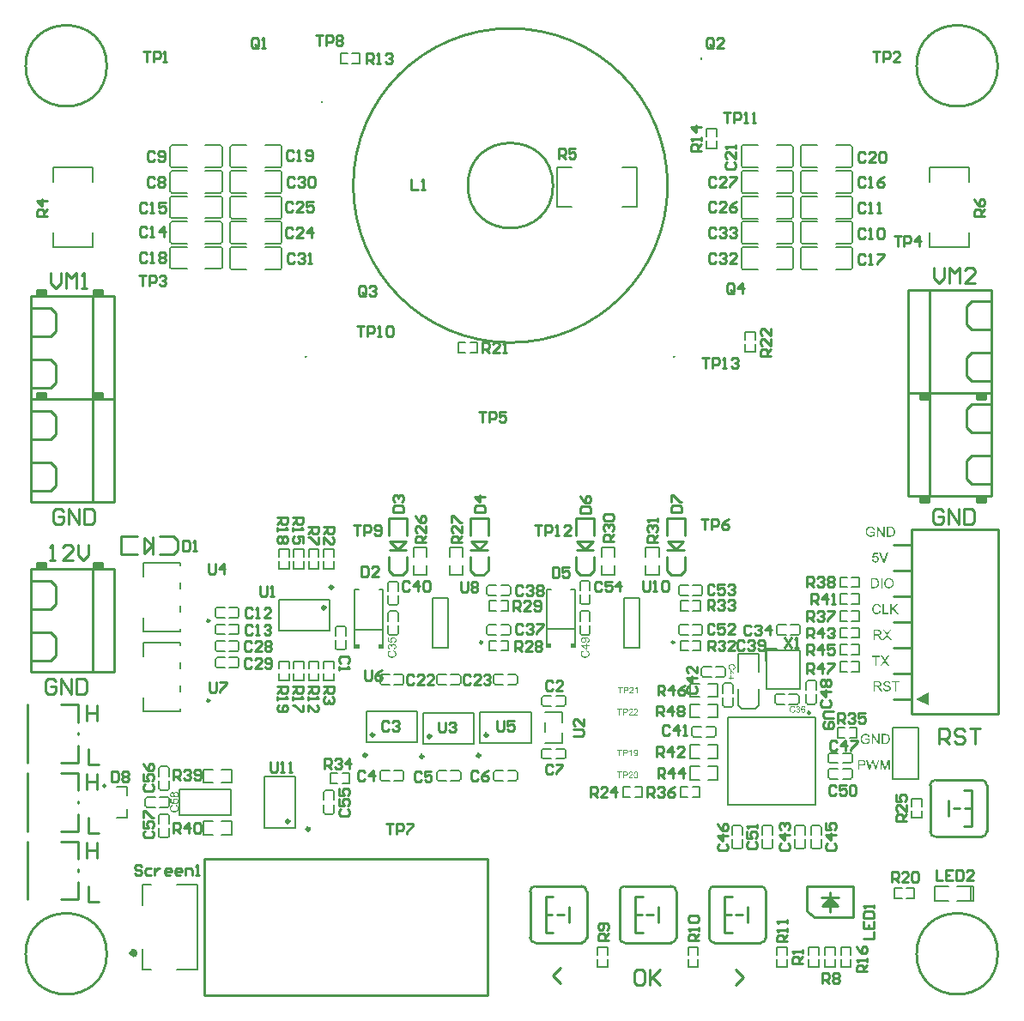
<source format=gto>
G04*
G04 #@! TF.GenerationSoftware,Altium Limited,Altium Designer,22.0.2 (36)*
G04*
G04 Layer_Color=65535*
%FSLAX25Y25*%
%MOIN*%
G70*
G04*
G04 #@! TF.SameCoordinates,8DF314AF-FFA0-4F09-AA67-4057F65CF364*
G04*
G04*
G04 #@! TF.FilePolarity,Positive*
G04*
G01*
G75*
%ADD10C,0.01181*%
%ADD11C,0.00600*%
%ADD12C,0.00984*%
%ADD13C,0.01968*%
%ADD14C,0.01000*%
%ADD15C,0.00787*%
%ADD16C,0.00591*%
%ADD17C,0.00800*%
G36*
X1029086Y1012316D02*
X1029196Y1012205D01*
X1029256Y1012060D01*
Y1011982D01*
Y1011904D01*
X1029196Y1011759D01*
X1029086Y1011648D01*
X1028941Y1011588D01*
X1028784D01*
X1028640Y1011648D01*
X1028529Y1011759D01*
X1028469Y1011904D01*
Y1011982D01*
Y1012060D01*
X1028529Y1012205D01*
X1028640Y1012316D01*
X1028784Y1012376D01*
X1028941D01*
X1029086Y1012316D01*
D02*
G37*
G36*
X943373Y936627D02*
X943500Y936500D01*
X940000D01*
Y939000D01*
X943373D01*
Y936627D01*
D02*
G37*
G36*
X921500Y936500D02*
X918127D01*
Y939000D01*
X921500D01*
Y936500D01*
D02*
G37*
G36*
X1022823Y913330D02*
X1022934Y913219D01*
X1022994Y913074D01*
Y912996D01*
Y912918D01*
X1022934Y912773D01*
X1022823Y912662D01*
X1022678Y912602D01*
X1022522D01*
X1022377Y912662D01*
X1022266Y912773D01*
X1022206Y912918D01*
Y912996D01*
Y913074D01*
X1022266Y913219D01*
X1022377Y913330D01*
X1022522Y913390D01*
X1022678D01*
X1022823Y913330D01*
D02*
G37*
G36*
X943373Y896627D02*
X943500Y896500D01*
X940000D01*
Y899000D01*
X943373D01*
Y896627D01*
D02*
G37*
G36*
X921500Y896500D02*
X918127D01*
Y899000D01*
X921500D01*
Y896500D01*
D02*
G37*
G36*
X943373Y830687D02*
X943500Y830561D01*
X940000D01*
Y833061D01*
X943373D01*
Y830687D01*
D02*
G37*
G36*
X921500Y830561D02*
X918127D01*
Y833061D01*
X921500D01*
Y830561D01*
D02*
G37*
G36*
X1043353Y799436D02*
X1041272D01*
Y801236D01*
X1043353D01*
Y799436D01*
D02*
G37*
G36*
X1176366Y1029116D02*
X1176477Y1029005D01*
X1176537Y1028860D01*
Y1028782D01*
Y1028704D01*
X1176477Y1028559D01*
X1176366Y1028448D01*
X1176222Y1028388D01*
X1176065D01*
X1175920Y1028448D01*
X1175809Y1028559D01*
X1175750Y1028704D01*
Y1028782D01*
Y1028860D01*
X1175809Y1029005D01*
X1175920Y1029116D01*
X1176065Y1029176D01*
X1176222D01*
X1176366Y1029116D01*
D02*
G37*
G36*
X1165823Y913330D02*
X1165934Y913219D01*
X1165994Y913074D01*
Y912996D01*
Y912918D01*
X1165934Y912773D01*
X1165823Y912662D01*
X1165678Y912602D01*
X1165522D01*
X1165377Y912662D01*
X1165266Y912773D01*
X1165206Y912918D01*
Y912996D01*
Y913074D01*
X1165266Y913219D01*
X1165377Y913330D01*
X1165522Y913390D01*
X1165678D01*
X1165823Y913330D01*
D02*
G37*
G36*
X1286373Y896500D02*
X1283000D01*
Y899000D01*
X1286373D01*
Y896500D01*
D02*
G37*
G36*
X1264500D02*
X1261127D01*
Y898873D01*
X1261000Y899000D01*
X1264500D01*
Y896500D01*
D02*
G37*
G36*
X1286373Y856500D02*
X1283000D01*
Y859000D01*
X1286373D01*
Y856500D01*
D02*
G37*
G36*
X1264500D02*
X1261127D01*
Y858873D01*
X1261000Y859000D01*
X1264500D01*
Y856500D01*
D02*
G37*
G36*
X1127415Y799739D02*
X1125335D01*
Y801539D01*
X1127415D01*
Y799739D01*
D02*
G37*
G36*
X1117863D02*
X1115783D01*
Y801539D01*
X1117863D01*
Y799739D01*
D02*
G37*
G36*
X1052905Y799436D02*
X1050825D01*
Y801236D01*
X1052905D01*
Y799436D01*
D02*
G37*
G36*
X1264500Y777500D02*
X1259500Y780000D01*
X1264500Y782500D01*
Y777500D01*
D02*
G37*
G36*
X1249297Y752500D02*
X1248805D01*
Y755718D01*
X1247682Y752500D01*
X1247226D01*
X1246120Y755770D01*
Y752500D01*
X1245629D01*
Y756344D01*
X1246389D01*
X1247302Y753623D01*
Y753617D01*
X1247308Y753606D01*
X1247314Y753588D01*
X1247319Y753559D01*
X1247343Y753495D01*
X1247372Y753413D01*
X1247401Y753319D01*
X1247431Y753225D01*
X1247460Y753132D01*
X1247483Y753056D01*
X1247489Y753067D01*
X1247495Y753097D01*
X1247512Y753144D01*
X1247536Y753208D01*
X1247559Y753296D01*
X1247594Y753401D01*
X1247641Y753524D01*
X1247688Y753670D01*
X1248606Y756344D01*
X1249297D01*
Y752500D01*
D02*
G37*
G36*
X1244119D02*
X1243622D01*
X1242815Y755425D01*
Y755431D01*
X1242809Y755443D01*
X1242803Y755460D01*
X1242797Y755483D01*
X1242780Y755548D01*
X1242762Y755618D01*
X1242739Y755700D01*
X1242721Y755770D01*
X1242704Y755834D01*
X1242698Y755858D01*
X1242692Y755875D01*
Y755864D01*
X1242680Y755834D01*
X1242669Y755782D01*
X1242651Y755723D01*
X1242634Y755647D01*
X1242616Y755577D01*
X1242593Y755501D01*
X1242575Y755425D01*
X1241768Y752500D01*
X1241235D01*
X1240229Y756344D01*
X1240750D01*
X1241329Y753816D01*
Y753810D01*
X1241335Y753799D01*
X1241341Y753775D01*
X1241347Y753752D01*
X1241352Y753711D01*
X1241364Y753670D01*
X1241387Y753571D01*
X1241411Y753453D01*
X1241440Y753319D01*
X1241464Y753179D01*
X1241493Y753032D01*
Y753038D01*
X1241499Y753062D01*
X1241504Y753091D01*
X1241516Y753132D01*
X1241528Y753179D01*
X1241540Y753231D01*
X1241575Y753354D01*
X1241604Y753477D01*
X1241633Y753594D01*
X1241645Y753641D01*
X1241657Y753688D01*
X1241662Y753723D01*
X1241668Y753746D01*
X1242400Y756344D01*
X1243014D01*
X1243564Y754395D01*
Y754389D01*
X1243575Y754360D01*
X1243581Y754325D01*
X1243599Y754273D01*
X1243610Y754208D01*
X1243634Y754132D01*
X1243651Y754044D01*
X1243675Y753951D01*
X1243698Y753851D01*
X1243722Y753746D01*
X1243774Y753512D01*
X1243821Y753272D01*
X1243862Y753032D01*
Y753038D01*
X1243868Y753050D01*
Y753067D01*
X1243874Y753097D01*
X1243885Y753132D01*
X1243891Y753173D01*
X1243903Y753220D01*
X1243915Y753272D01*
X1243944Y753395D01*
X1243973Y753541D01*
X1244014Y753699D01*
X1244055Y753869D01*
X1244652Y756344D01*
X1245167D01*
X1244119Y752500D01*
D02*
G37*
G36*
X1238661Y756338D02*
X1238755Y756332D01*
X1238854Y756326D01*
X1238948Y756314D01*
X1239030Y756302D01*
X1239042D01*
X1239077Y756291D01*
X1239129Y756279D01*
X1239194Y756261D01*
X1239270Y756238D01*
X1239346Y756209D01*
X1239428Y756168D01*
X1239504Y756121D01*
X1239510Y756115D01*
X1239539Y756098D01*
X1239574Y756069D01*
X1239615Y756028D01*
X1239662Y755975D01*
X1239714Y755910D01*
X1239767Y755840D01*
X1239814Y755753D01*
X1239820Y755741D01*
X1239831Y755712D01*
X1239849Y755665D01*
X1239872Y755601D01*
X1239896Y755524D01*
X1239913Y755437D01*
X1239925Y755337D01*
X1239931Y755232D01*
Y755226D01*
Y755209D01*
Y755185D01*
X1239925Y755150D01*
X1239919Y755109D01*
X1239913Y755056D01*
X1239907Y755004D01*
X1239890Y754945D01*
X1239855Y754811D01*
X1239796Y754676D01*
X1239761Y754606D01*
X1239720Y754536D01*
X1239674Y754466D01*
X1239615Y754401D01*
X1239609Y754395D01*
X1239597Y754389D01*
X1239580Y754372D01*
X1239557Y754349D01*
X1239515Y754325D01*
X1239475Y754296D01*
X1239422Y754267D01*
X1239358Y754237D01*
X1239287Y754202D01*
X1239205Y754173D01*
X1239112Y754144D01*
X1239012Y754120D01*
X1238895Y754097D01*
X1238773Y754079D01*
X1238638Y754074D01*
X1238492Y754068D01*
X1237509D01*
Y752500D01*
X1237000D01*
Y756344D01*
X1238574D01*
X1238661Y756338D01*
D02*
G37*
G36*
X1240024Y766466D02*
X1240071D01*
X1240170Y766455D01*
X1240281Y766437D01*
X1240410Y766414D01*
X1240539Y766378D01*
X1240668Y766332D01*
X1240674D01*
X1240685Y766326D01*
X1240703Y766320D01*
X1240726Y766308D01*
X1240785Y766279D01*
X1240861Y766232D01*
X1240948Y766180D01*
X1241036Y766115D01*
X1241124Y766045D01*
X1241200Y765957D01*
X1241206Y765946D01*
X1241229Y765916D01*
X1241264Y765864D01*
X1241311Y765788D01*
X1241358Y765700D01*
X1241405Y765595D01*
X1241451Y765472D01*
X1241492Y765331D01*
X1241030Y765203D01*
Y765209D01*
X1241024Y765214D01*
X1241019Y765249D01*
X1240995Y765302D01*
X1240972Y765372D01*
X1240942Y765443D01*
X1240907Y765519D01*
X1240866Y765595D01*
X1240820Y765665D01*
X1240814Y765671D01*
X1240796Y765694D01*
X1240767Y765723D01*
X1240726Y765764D01*
X1240674Y765805D01*
X1240609Y765852D01*
X1240539Y765893D01*
X1240451Y765934D01*
X1240440Y765940D01*
X1240410Y765951D01*
X1240358Y765969D01*
X1240293Y765987D01*
X1240217Y766004D01*
X1240129Y766022D01*
X1240030Y766033D01*
X1239925Y766039D01*
X1239866D01*
X1239802Y766033D01*
X1239720Y766027D01*
X1239626Y766010D01*
X1239521Y765992D01*
X1239422Y765963D01*
X1239322Y765928D01*
X1239310Y765922D01*
X1239281Y765910D01*
X1239234Y765887D01*
X1239176Y765852D01*
X1239112Y765811D01*
X1239041Y765764D01*
X1238977Y765712D01*
X1238913Y765647D01*
X1238907Y765641D01*
X1238889Y765618D01*
X1238860Y765583D01*
X1238825Y765536D01*
X1238784Y765478D01*
X1238743Y765413D01*
X1238708Y765343D01*
X1238673Y765267D01*
Y765261D01*
X1238667Y765249D01*
X1238661Y765232D01*
X1238649Y765203D01*
X1238638Y765173D01*
X1238626Y765133D01*
X1238603Y765039D01*
X1238573Y764922D01*
X1238550Y764793D01*
X1238532Y764647D01*
X1238527Y764495D01*
Y764489D01*
Y764471D01*
Y764448D01*
X1238532Y764407D01*
Y764366D01*
X1238538Y764314D01*
X1238544Y764255D01*
X1238550Y764196D01*
X1238567Y764056D01*
X1238603Y763910D01*
X1238643Y763769D01*
X1238702Y763629D01*
Y763623D01*
X1238708Y763612D01*
X1238719Y763594D01*
X1238737Y763571D01*
X1238778Y763512D01*
X1238831Y763436D01*
X1238901Y763354D01*
X1238989Y763266D01*
X1239094Y763184D01*
X1239211Y763114D01*
X1239217D01*
X1239229Y763108D01*
X1239246Y763097D01*
X1239269Y763091D01*
X1239299Y763079D01*
X1239340Y763062D01*
X1239427Y763032D01*
X1239539Y763003D01*
X1239656Y762974D01*
X1239790Y762956D01*
X1239931Y762951D01*
X1239989D01*
X1240053Y762956D01*
X1240135Y762968D01*
X1240229Y762980D01*
X1240340Y763003D01*
X1240457Y763032D01*
X1240574Y763073D01*
X1240580D01*
X1240586Y763079D01*
X1240603Y763085D01*
X1240627Y763097D01*
X1240685Y763120D01*
X1240755Y763155D01*
X1240831Y763196D01*
X1240907Y763243D01*
X1240983Y763296D01*
X1241054Y763348D01*
Y764074D01*
X1239925D01*
Y764524D01*
X1241551D01*
Y763097D01*
X1241545Y763091D01*
X1241533Y763085D01*
X1241516Y763067D01*
X1241487Y763050D01*
X1241451Y763021D01*
X1241411Y762997D01*
X1241311Y762927D01*
X1241194Y762857D01*
X1241065Y762781D01*
X1240919Y762711D01*
X1240773Y762646D01*
X1240767D01*
X1240755Y762640D01*
X1240732Y762635D01*
X1240703Y762623D01*
X1240668Y762611D01*
X1240627Y762599D01*
X1240574Y762588D01*
X1240521Y762576D01*
X1240399Y762547D01*
X1240264Y762523D01*
X1240112Y762506D01*
X1239960Y762500D01*
X1239907D01*
X1239866Y762506D01*
X1239814D01*
X1239755Y762512D01*
X1239691Y762518D01*
X1239620Y762529D01*
X1239457Y762559D01*
X1239287Y762599D01*
X1239106Y762658D01*
X1238930Y762740D01*
X1238924Y762746D01*
X1238913Y762752D01*
X1238883Y762763D01*
X1238854Y762787D01*
X1238813Y762810D01*
X1238772Y762839D01*
X1238673Y762915D01*
X1238556Y763015D01*
X1238445Y763138D01*
X1238334Y763278D01*
X1238234Y763436D01*
Y763442D01*
X1238222Y763459D01*
X1238211Y763483D01*
X1238199Y763518D01*
X1238181Y763559D01*
X1238158Y763612D01*
X1238140Y763670D01*
X1238117Y763740D01*
X1238094Y763810D01*
X1238076Y763892D01*
X1238035Y764068D01*
X1238012Y764261D01*
X1238000Y764466D01*
Y764471D01*
Y764489D01*
Y764518D01*
X1238006Y764559D01*
Y764612D01*
X1238012Y764670D01*
X1238017Y764735D01*
X1238029Y764805D01*
X1238058Y764969D01*
X1238099Y765144D01*
X1238158Y765331D01*
X1238234Y765513D01*
Y765519D01*
X1238246Y765536D01*
X1238257Y765560D01*
X1238275Y765595D01*
X1238304Y765636D01*
X1238334Y765677D01*
X1238404Y765788D01*
X1238503Y765905D01*
X1238614Y766022D01*
X1238755Y766133D01*
X1238825Y766186D01*
X1238907Y766232D01*
X1238913D01*
X1238924Y766244D01*
X1238953Y766256D01*
X1238983Y766267D01*
X1239024Y766291D01*
X1239076Y766308D01*
X1239135Y766332D01*
X1239199Y766355D01*
X1239269Y766373D01*
X1239345Y766396D01*
X1239521Y766437D01*
X1239708Y766461D01*
X1239919Y766472D01*
X1239989D01*
X1240024Y766466D01*
D02*
G37*
G36*
X1245318Y762564D02*
X1244798D01*
X1242779Y765583D01*
Y762564D01*
X1242294D01*
Y766408D01*
X1242809D01*
X1244833Y763389D01*
Y766408D01*
X1245318D01*
Y762564D01*
D02*
G37*
G36*
X1247746Y766402D02*
X1247851Y766396D01*
X1247968Y766384D01*
X1248080Y766367D01*
X1248173Y766349D01*
X1248179D01*
X1248191Y766343D01*
X1248202D01*
X1248226Y766332D01*
X1248290Y766314D01*
X1248366Y766285D01*
X1248454Y766250D01*
X1248548Y766203D01*
X1248641Y766145D01*
X1248735Y766074D01*
X1248741D01*
X1248746Y766063D01*
X1248787Y766027D01*
X1248840Y765969D01*
X1248904Y765893D01*
X1248981Y765799D01*
X1249057Y765688D01*
X1249127Y765560D01*
X1249191Y765413D01*
Y765407D01*
X1249197Y765396D01*
X1249203Y765372D01*
X1249214Y765343D01*
X1249226Y765308D01*
X1249238Y765261D01*
X1249255Y765209D01*
X1249267Y765150D01*
X1249279Y765086D01*
X1249296Y765016D01*
X1249320Y764863D01*
X1249337Y764694D01*
X1249343Y764506D01*
Y764501D01*
Y764489D01*
Y764466D01*
Y764431D01*
X1249337Y764395D01*
Y764349D01*
X1249331Y764243D01*
X1249320Y764126D01*
X1249296Y763992D01*
X1249273Y763857D01*
X1249238Y763729D01*
Y763723D01*
X1249232Y763711D01*
X1249226Y763693D01*
X1249220Y763670D01*
X1249197Y763612D01*
X1249168Y763530D01*
X1249133Y763442D01*
X1249086Y763348D01*
X1249033Y763255D01*
X1248975Y763167D01*
X1248969Y763155D01*
X1248945Y763132D01*
X1248916Y763091D01*
X1248869Y763038D01*
X1248822Y762986D01*
X1248758Y762927D01*
X1248694Y762868D01*
X1248624Y762816D01*
X1248618Y762810D01*
X1248588Y762798D01*
X1248548Y762775D01*
X1248495Y762746D01*
X1248431Y762716D01*
X1248355Y762687D01*
X1248267Y762658D01*
X1248167Y762629D01*
X1248156D01*
X1248120Y762617D01*
X1248068Y762611D01*
X1247992Y762599D01*
X1247904Y762588D01*
X1247799Y762576D01*
X1247682Y762570D01*
X1247553Y762564D01*
X1246173D01*
Y766408D01*
X1247647D01*
X1247746Y766402D01*
D02*
G37*
G36*
X1248300Y786966D02*
X1248341D01*
X1248440Y786955D01*
X1248557Y786937D01*
X1248686Y786914D01*
X1248815Y786878D01*
X1248938Y786832D01*
X1248944D01*
X1248950Y786826D01*
X1248967Y786820D01*
X1248990Y786808D01*
X1249049Y786773D01*
X1249125Y786732D01*
X1249207Y786674D01*
X1249289Y786604D01*
X1249371Y786522D01*
X1249441Y786428D01*
X1249447Y786416D01*
X1249470Y786381D01*
X1249499Y786323D01*
X1249529Y786253D01*
X1249564Y786165D01*
X1249599Y786060D01*
X1249622Y785948D01*
X1249634Y785826D01*
X1249148Y785790D01*
Y785796D01*
Y785808D01*
X1249142Y785826D01*
X1249137Y785849D01*
X1249125Y785913D01*
X1249102Y785995D01*
X1249067Y786083D01*
X1249020Y786171D01*
X1248955Y786258D01*
X1248879Y786335D01*
X1248868Y786340D01*
X1248838Y786364D01*
X1248786Y786393D01*
X1248715Y786428D01*
X1248622Y786463D01*
X1248505Y786492D01*
X1248370Y786516D01*
X1248212Y786522D01*
X1248136D01*
X1248101Y786516D01*
X1248054D01*
X1247955Y786498D01*
X1247844Y786481D01*
X1247733Y786451D01*
X1247627Y786411D01*
X1247581Y786381D01*
X1247540Y786352D01*
X1247534Y786346D01*
X1247510Y786323D01*
X1247475Y786288D01*
X1247440Y786235D01*
X1247399Y786177D01*
X1247370Y786106D01*
X1247347Y786030D01*
X1247335Y785943D01*
Y785931D01*
Y785907D01*
X1247341Y785866D01*
X1247352Y785820D01*
X1247370Y785767D01*
X1247399Y785709D01*
X1247434Y785656D01*
X1247481Y785603D01*
X1247487Y785597D01*
X1247516Y785580D01*
X1247534Y785568D01*
X1247557Y785551D01*
X1247592Y785539D01*
X1247633Y785521D01*
X1247680Y785498D01*
X1247733Y785474D01*
X1247791Y785457D01*
X1247861Y785434D01*
X1247943Y785404D01*
X1248031Y785381D01*
X1248131Y785358D01*
X1248242Y785328D01*
X1248248D01*
X1248271Y785323D01*
X1248300Y785317D01*
X1248341Y785305D01*
X1248394Y785293D01*
X1248452Y785276D01*
X1248581Y785246D01*
X1248721Y785206D01*
X1248862Y785164D01*
X1248932Y785147D01*
X1248990Y785123D01*
X1249049Y785100D01*
X1249096Y785083D01*
X1249102D01*
X1249113Y785077D01*
X1249125Y785065D01*
X1249148Y785053D01*
X1249207Y785018D01*
X1249283Y784977D01*
X1249365Y784919D01*
X1249447Y784849D01*
X1249523Y784772D01*
X1249587Y784691D01*
X1249593Y784679D01*
X1249611Y784650D01*
X1249640Y784603D01*
X1249669Y784533D01*
X1249698Y784457D01*
X1249728Y784363D01*
X1249745Y784258D01*
X1249751Y784147D01*
Y784141D01*
Y784135D01*
Y784117D01*
Y784094D01*
X1249739Y784035D01*
X1249728Y783959D01*
X1249710Y783872D01*
X1249675Y783772D01*
X1249634Y783667D01*
X1249575Y783567D01*
X1249570Y783556D01*
X1249540Y783521D01*
X1249505Y783474D01*
X1249447Y783415D01*
X1249376Y783345D01*
X1249289Y783275D01*
X1249183Y783211D01*
X1249067Y783146D01*
X1249061D01*
X1249049Y783140D01*
X1249031Y783135D01*
X1249008Y783123D01*
X1248979Y783111D01*
X1248944Y783099D01*
X1248850Y783076D01*
X1248745Y783047D01*
X1248616Y783023D01*
X1248481Y783006D01*
X1248329Y783000D01*
X1248242D01*
X1248201Y783006D01*
X1248148D01*
X1248090Y783012D01*
X1248025Y783018D01*
X1247891Y783035D01*
X1247744Y783064D01*
X1247598Y783099D01*
X1247458Y783146D01*
X1247452D01*
X1247440Y783152D01*
X1247423Y783164D01*
X1247399Y783176D01*
X1247335Y783211D01*
X1247259Y783263D01*
X1247165Y783328D01*
X1247077Y783404D01*
X1246984Y783497D01*
X1246902Y783603D01*
Y783608D01*
X1246896Y783614D01*
X1246884Y783632D01*
X1246873Y783655D01*
X1246855Y783684D01*
X1246838Y783719D01*
X1246803Y783807D01*
X1246767Y783907D01*
X1246732Y784030D01*
X1246709Y784158D01*
X1246697Y784299D01*
X1247177Y784340D01*
Y784334D01*
Y784328D01*
X1247183Y784293D01*
X1247194Y784240D01*
X1247206Y784170D01*
X1247230Y784094D01*
X1247253Y784012D01*
X1247288Y783936D01*
X1247329Y783860D01*
X1247335Y783854D01*
X1247352Y783831D01*
X1247382Y783796D01*
X1247428Y783755D01*
X1247481Y783708D01*
X1247545Y783655D01*
X1247627Y783608D01*
X1247715Y783562D01*
X1247721D01*
X1247727Y783556D01*
X1247762Y783544D01*
X1247815Y783527D01*
X1247891Y783509D01*
X1247972Y783486D01*
X1248078Y783468D01*
X1248189Y783456D01*
X1248306Y783451D01*
X1248353D01*
X1248411Y783456D01*
X1248476Y783462D01*
X1248557Y783468D01*
X1248639Y783486D01*
X1248727Y783503D01*
X1248815Y783532D01*
X1248827Y783538D01*
X1248850Y783550D01*
X1248891Y783567D01*
X1248938Y783597D01*
X1248996Y783632D01*
X1249049Y783673D01*
X1249102Y783719D01*
X1249148Y783772D01*
X1249154Y783778D01*
X1249166Y783802D01*
X1249183Y783831D01*
X1249207Y783872D01*
X1249224Y783919D01*
X1249242Y783977D01*
X1249254Y784035D01*
X1249259Y784100D01*
Y784106D01*
Y784129D01*
X1249254Y784164D01*
X1249248Y784205D01*
X1249236Y784258D01*
X1249213Y784310D01*
X1249189Y784363D01*
X1249154Y784416D01*
X1249148Y784422D01*
X1249137Y784439D01*
X1249107Y784462D01*
X1249072Y784498D01*
X1249026Y784533D01*
X1248967Y784568D01*
X1248891Y784609D01*
X1248809Y784644D01*
X1248803Y784650D01*
X1248780Y784656D01*
X1248733Y784667D01*
X1248704Y784679D01*
X1248669Y784691D01*
X1248622Y784702D01*
X1248575Y784714D01*
X1248516Y784732D01*
X1248458Y784749D01*
X1248388Y784767D01*
X1248306Y784784D01*
X1248218Y784808D01*
X1248125Y784831D01*
X1248119D01*
X1248101Y784837D01*
X1248072Y784843D01*
X1248037Y784854D01*
X1247996Y784866D01*
X1247949Y784878D01*
X1247838Y784907D01*
X1247715Y784948D01*
X1247592Y784989D01*
X1247481Y785030D01*
X1247428Y785047D01*
X1247388Y785071D01*
X1247382D01*
X1247376Y785077D01*
X1247341Y785100D01*
X1247294Y785129D01*
X1247235Y785170D01*
X1247165Y785223D01*
X1247101Y785282D01*
X1247036Y785352D01*
X1246978Y785428D01*
X1246972Y785439D01*
X1246955Y785469D01*
X1246937Y785510D01*
X1246914Y785568D01*
X1246884Y785638D01*
X1246867Y785720D01*
X1246849Y785814D01*
X1246843Y785907D01*
Y785913D01*
Y785919D01*
Y785937D01*
Y785960D01*
X1246855Y786013D01*
X1246867Y786083D01*
X1246884Y786171D01*
X1246914Y786258D01*
X1246955Y786358D01*
X1247007Y786451D01*
Y786457D01*
X1247013Y786463D01*
X1247036Y786492D01*
X1247077Y786539D01*
X1247130Y786598D01*
X1247194Y786656D01*
X1247276Y786721D01*
X1247376Y786785D01*
X1247487Y786838D01*
X1247493D01*
X1247499Y786843D01*
X1247516Y786849D01*
X1247545Y786861D01*
X1247575Y786867D01*
X1247610Y786878D01*
X1247692Y786908D01*
X1247797Y786931D01*
X1247914Y786949D01*
X1248049Y786966D01*
X1248189Y786972D01*
X1248259D01*
X1248300Y786966D01*
D02*
G37*
G36*
X1253197Y786457D02*
X1251933D01*
Y783064D01*
X1251424D01*
Y786457D01*
X1250160D01*
Y786908D01*
X1253197D01*
Y786457D01*
D02*
G37*
G36*
X1244831Y786902D02*
X1244878D01*
X1244995Y786896D01*
X1245118Y786884D01*
X1245246Y786861D01*
X1245369Y786838D01*
X1245428Y786820D01*
X1245480Y786802D01*
X1245486D01*
X1245492Y786797D01*
X1245527Y786785D01*
X1245574Y786756D01*
X1245632Y786715D01*
X1245703Y786668D01*
X1245773Y786604D01*
X1245843Y786527D01*
X1245907Y786434D01*
X1245913Y786422D01*
X1245931Y786387D01*
X1245960Y786335D01*
X1245989Y786264D01*
X1246019Y786177D01*
X1246048Y786077D01*
X1246065Y785972D01*
X1246071Y785855D01*
Y785849D01*
Y785837D01*
Y785814D01*
X1246065Y785785D01*
Y785749D01*
X1246060Y785709D01*
X1246036Y785615D01*
X1246007Y785504D01*
X1245960Y785393D01*
X1245890Y785276D01*
X1245849Y785217D01*
X1245802Y785164D01*
X1245790Y785153D01*
X1245773Y785141D01*
X1245755Y785118D01*
X1245726Y785100D01*
X1245691Y785071D01*
X1245650Y785047D01*
X1245603Y785018D01*
X1245551Y784989D01*
X1245486Y784960D01*
X1245422Y784931D01*
X1245346Y784901D01*
X1245270Y784872D01*
X1245182Y784849D01*
X1245088Y784831D01*
X1244989Y784813D01*
X1245001Y784808D01*
X1245024Y784796D01*
X1245059Y784778D01*
X1245100Y784755D01*
X1245200Y784691D01*
X1245252Y784656D01*
X1245293Y784620D01*
X1245305Y784609D01*
X1245334Y784585D01*
X1245375Y784539D01*
X1245428Y784480D01*
X1245492Y784404D01*
X1245562Y784316D01*
X1245638Y784217D01*
X1245714Y784106D01*
X1246381Y783064D01*
X1245744D01*
X1245235Y783860D01*
Y783866D01*
X1245223Y783878D01*
X1245211Y783895D01*
X1245200Y783919D01*
X1245159Y783977D01*
X1245106Y784053D01*
X1245047Y784141D01*
X1244983Y784229D01*
X1244925Y784310D01*
X1244866Y784386D01*
X1244860Y784392D01*
X1244843Y784416D01*
X1244814Y784451D01*
X1244784Y784492D01*
X1244697Y784574D01*
X1244656Y784615D01*
X1244609Y784644D01*
X1244603Y784650D01*
X1244591Y784656D01*
X1244568Y784667D01*
X1244539Y784685D01*
X1244468Y784720D01*
X1244381Y784749D01*
X1244375D01*
X1244363Y784755D01*
X1244340D01*
X1244310Y784761D01*
X1244269Y784767D01*
X1244223D01*
X1244164Y784772D01*
X1243509D01*
Y783064D01*
X1243000D01*
Y786908D01*
X1244784D01*
X1244831Y786902D01*
D02*
G37*
G36*
X1247748Y795012D02*
X1249192Y793000D01*
X1248567D01*
X1247595Y794369D01*
X1247589Y794375D01*
X1247584Y794386D01*
X1247566Y794410D01*
X1247543Y794445D01*
X1247496Y794515D01*
X1247437Y794603D01*
X1247432Y794597D01*
X1247414Y794574D01*
X1247396Y794539D01*
X1247367Y794492D01*
X1247303Y794404D01*
X1247274Y794363D01*
X1247250Y794328D01*
X1246279Y793000D01*
X1245671D01*
X1247157Y794989D01*
X1245846Y796843D01*
X1246449D01*
X1247151Y795855D01*
Y795849D01*
X1247162Y795843D01*
X1247186Y795802D01*
X1247227Y795750D01*
X1247268Y795685D01*
X1247320Y795609D01*
X1247373Y795527D01*
X1247414Y795457D01*
X1247455Y795387D01*
X1247461Y795399D01*
X1247478Y795422D01*
X1247508Y795463D01*
X1247543Y795515D01*
X1247584Y795580D01*
X1247636Y795656D01*
X1247695Y795732D01*
X1247759Y795814D01*
X1248531Y796843D01*
X1249087D01*
X1247748Y795012D01*
D02*
G37*
G36*
X1245536Y796393D02*
X1244273D01*
Y793000D01*
X1243764D01*
Y796393D01*
X1242500D01*
Y796843D01*
X1245536D01*
Y796393D01*
D02*
G37*
G36*
X1248552Y805012D02*
X1249997Y803000D01*
X1249371D01*
X1248400Y804369D01*
X1248394Y804375D01*
X1248388Y804386D01*
X1248370Y804410D01*
X1248347Y804445D01*
X1248300Y804515D01*
X1248242Y804603D01*
X1248236Y804597D01*
X1248218Y804574D01*
X1248201Y804539D01*
X1248171Y804492D01*
X1248107Y804404D01*
X1248078Y804363D01*
X1248054Y804328D01*
X1247083Y803000D01*
X1246475D01*
X1247961Y804989D01*
X1246650Y806843D01*
X1247253D01*
X1247955Y805855D01*
Y805849D01*
X1247967Y805843D01*
X1247990Y805802D01*
X1248031Y805750D01*
X1248072Y805685D01*
X1248125Y805609D01*
X1248177Y805527D01*
X1248218Y805457D01*
X1248259Y805387D01*
X1248265Y805398D01*
X1248283Y805422D01*
X1248312Y805463D01*
X1248347Y805515D01*
X1248388Y805580D01*
X1248440Y805656D01*
X1248499Y805732D01*
X1248563Y805814D01*
X1249335Y806843D01*
X1249891D01*
X1248552Y805012D01*
D02*
G37*
G36*
X1244831Y806838D02*
X1244878D01*
X1244995Y806832D01*
X1245118Y806820D01*
X1245246Y806797D01*
X1245369Y806773D01*
X1245428Y806756D01*
X1245480Y806738D01*
X1245486D01*
X1245492Y806732D01*
X1245527Y806721D01*
X1245574Y806691D01*
X1245632Y806650D01*
X1245703Y806604D01*
X1245773Y806539D01*
X1245843Y806463D01*
X1245907Y806370D01*
X1245913Y806358D01*
X1245931Y806323D01*
X1245960Y806270D01*
X1245989Y806200D01*
X1246019Y806112D01*
X1246048Y806013D01*
X1246065Y805907D01*
X1246071Y805790D01*
Y805785D01*
Y805773D01*
Y805750D01*
X1246065Y805720D01*
Y805685D01*
X1246060Y805644D01*
X1246036Y805551D01*
X1246007Y805439D01*
X1245960Y805328D01*
X1245890Y805211D01*
X1245849Y805153D01*
X1245802Y805100D01*
X1245790Y805089D01*
X1245773Y805077D01*
X1245755Y805053D01*
X1245726Y805036D01*
X1245691Y805007D01*
X1245650Y804983D01*
X1245603Y804954D01*
X1245551Y804925D01*
X1245486Y804895D01*
X1245422Y804866D01*
X1245346Y804837D01*
X1245270Y804808D01*
X1245182Y804784D01*
X1245088Y804767D01*
X1244989Y804749D01*
X1245001Y804743D01*
X1245024Y804732D01*
X1245059Y804714D01*
X1245100Y804691D01*
X1245200Y804626D01*
X1245252Y804591D01*
X1245293Y804556D01*
X1245305Y804544D01*
X1245334Y804521D01*
X1245375Y804474D01*
X1245428Y804416D01*
X1245492Y804340D01*
X1245562Y804252D01*
X1245638Y804152D01*
X1245714Y804041D01*
X1246381Y803000D01*
X1245744D01*
X1245235Y803796D01*
Y803802D01*
X1245223Y803813D01*
X1245211Y803831D01*
X1245200Y803854D01*
X1245159Y803913D01*
X1245106Y803989D01*
X1245047Y804076D01*
X1244983Y804164D01*
X1244925Y804246D01*
X1244866Y804322D01*
X1244860Y804328D01*
X1244843Y804351D01*
X1244814Y804386D01*
X1244784Y804427D01*
X1244697Y804509D01*
X1244656Y804550D01*
X1244609Y804580D01*
X1244603Y804585D01*
X1244591Y804591D01*
X1244568Y804603D01*
X1244539Y804620D01*
X1244468Y804656D01*
X1244381Y804685D01*
X1244375D01*
X1244363Y804691D01*
X1244340D01*
X1244310Y804696D01*
X1244269Y804702D01*
X1244223D01*
X1244164Y804708D01*
X1243509D01*
Y803000D01*
X1243000D01*
Y806843D01*
X1244784D01*
X1244831Y806838D01*
D02*
G37*
G36*
X1244407Y816966D02*
X1244454Y816961D01*
X1244512Y816955D01*
X1244577Y816949D01*
X1244647Y816937D01*
X1244799Y816902D01*
X1244963Y816849D01*
X1245045Y816814D01*
X1245127Y816773D01*
X1245203Y816726D01*
X1245279Y816674D01*
X1245285Y816668D01*
X1245296Y816662D01*
X1245314Y816644D01*
X1245343Y816621D01*
X1245372Y816592D01*
X1245413Y816551D01*
X1245454Y816510D01*
X1245495Y816463D01*
X1245542Y816405D01*
X1245583Y816346D01*
X1245630Y816276D01*
X1245677Y816200D01*
X1245718Y816124D01*
X1245759Y816036D01*
X1245829Y815849D01*
X1245325Y815732D01*
Y815738D01*
X1245320Y815749D01*
X1245314Y815773D01*
X1245302Y815802D01*
X1245285Y815837D01*
X1245267Y815878D01*
X1245226Y815966D01*
X1245173Y816065D01*
X1245103Y816171D01*
X1245027Y816264D01*
X1244934Y816346D01*
X1244922Y816352D01*
X1244887Y816376D01*
X1244834Y816405D01*
X1244758Y816446D01*
X1244670Y816481D01*
X1244559Y816510D01*
X1244436Y816533D01*
X1244296Y816539D01*
X1244255D01*
X1244226Y816533D01*
X1244185D01*
X1244144Y816527D01*
X1244039Y816510D01*
X1243922Y816487D01*
X1243799Y816446D01*
X1243676Y816393D01*
X1243559Y816323D01*
X1243553D01*
X1243547Y816311D01*
X1243512Y816282D01*
X1243459Y816235D01*
X1243395Y816171D01*
X1243331Y816089D01*
X1243260Y815995D01*
X1243196Y815878D01*
X1243143Y815749D01*
Y815744D01*
X1243138Y815732D01*
X1243132Y815714D01*
X1243126Y815685D01*
X1243114Y815656D01*
X1243108Y815615D01*
X1243085Y815521D01*
X1243062Y815410D01*
X1243044Y815287D01*
X1243032Y815153D01*
X1243027Y815012D01*
Y815007D01*
Y814989D01*
Y814966D01*
Y814931D01*
X1243032Y814890D01*
Y814837D01*
X1243038Y814784D01*
X1243044Y814726D01*
X1243062Y814591D01*
X1243085Y814445D01*
X1243120Y814299D01*
X1243167Y814158D01*
Y814153D01*
X1243173Y814141D01*
X1243184Y814123D01*
X1243196Y814100D01*
X1243225Y814030D01*
X1243272Y813953D01*
X1243336Y813860D01*
X1243413Y813772D01*
X1243500Y813684D01*
X1243606Y813608D01*
X1243612D01*
X1243617Y813603D01*
X1243635Y813591D01*
X1243658Y813579D01*
X1243723Y813556D01*
X1243805Y813521D01*
X1243898Y813491D01*
X1244009Y813462D01*
X1244132Y813439D01*
X1244261Y813433D01*
X1244302D01*
X1244331Y813439D01*
X1244366D01*
X1244413Y813445D01*
X1244512Y813462D01*
X1244624Y813491D01*
X1244746Y813538D01*
X1244863Y813597D01*
X1244980Y813679D01*
X1244986Y813684D01*
X1244992Y813690D01*
X1245027Y813725D01*
X1245080Y813784D01*
X1245144Y813860D01*
X1245208Y813965D01*
X1245279Y814088D01*
X1245337Y814240D01*
X1245384Y814410D01*
X1245893Y814281D01*
Y814275D01*
X1245887Y814252D01*
X1245875Y814223D01*
X1245864Y814176D01*
X1245840Y814129D01*
X1245817Y814065D01*
X1245794Y814000D01*
X1245759Y813930D01*
X1245682Y813772D01*
X1245577Y813614D01*
X1245460Y813462D01*
X1245390Y813392D01*
X1245314Y813328D01*
X1245308Y813322D01*
X1245296Y813316D01*
X1245273Y813298D01*
X1245238Y813275D01*
X1245197Y813252D01*
X1245150Y813222D01*
X1245097Y813193D01*
X1245033Y813164D01*
X1244963Y813135D01*
X1244887Y813105D01*
X1244799Y813076D01*
X1244711Y813053D01*
X1244518Y813012D01*
X1244413Y813006D01*
X1244302Y813000D01*
X1244243D01*
X1244197Y813006D01*
X1244144D01*
X1244085Y813012D01*
X1244015Y813023D01*
X1243945Y813029D01*
X1243781Y813064D01*
X1243612Y813105D01*
X1243448Y813170D01*
X1243366Y813205D01*
X1243290Y813252D01*
X1243284Y813257D01*
X1243272Y813263D01*
X1243255Y813281D01*
X1243225Y813298D01*
X1243155Y813357D01*
X1243073Y813439D01*
X1242974Y813538D01*
X1242880Y813667D01*
X1242781Y813813D01*
X1242699Y813983D01*
Y813989D01*
X1242693Y814006D01*
X1242681Y814030D01*
X1242670Y814065D01*
X1242652Y814112D01*
X1242634Y814164D01*
X1242617Y814223D01*
X1242599Y814293D01*
X1242582Y814363D01*
X1242564Y814445D01*
X1242529Y814620D01*
X1242506Y814808D01*
X1242500Y815012D01*
Y815018D01*
Y815042D01*
Y815071D01*
X1242506Y815112D01*
Y815164D01*
X1242512Y815229D01*
X1242517Y815293D01*
X1242529Y815369D01*
X1242558Y815533D01*
X1242594Y815709D01*
X1242652Y815890D01*
X1242728Y816060D01*
Y816065D01*
X1242740Y816077D01*
X1242752Y816101D01*
X1242769Y816136D01*
X1242793Y816171D01*
X1242822Y816212D01*
X1242898Y816311D01*
X1242986Y816422D01*
X1243097Y816533D01*
X1243231Y816644D01*
X1243377Y816738D01*
X1243383D01*
X1243395Y816750D01*
X1243418Y816761D01*
X1243454Y816773D01*
X1243489Y816791D01*
X1243535Y816814D01*
X1243594Y816832D01*
X1243652Y816855D01*
X1243717Y816879D01*
X1243787Y816896D01*
X1243945Y816937D01*
X1244120Y816961D01*
X1244308Y816972D01*
X1244366D01*
X1244407Y816966D01*
D02*
G37*
G36*
X1250971Y815346D02*
X1252656Y813064D01*
X1251983D01*
X1250614Y815001D01*
X1249988Y814398D01*
Y813064D01*
X1249479D01*
Y816908D01*
X1249988D01*
Y815007D01*
X1251895Y816908D01*
X1252585D01*
X1250971Y815346D01*
D02*
G37*
G36*
X1247005Y813515D02*
X1248894D01*
Y813064D01*
X1246496D01*
Y816908D01*
X1247005D01*
Y813515D01*
D02*
G37*
G36*
X1246469Y823064D02*
X1245960D01*
Y826908D01*
X1246469D01*
Y823064D01*
D02*
G37*
G36*
X1243574Y826902D02*
X1243679Y826896D01*
X1243796Y826884D01*
X1243907Y826867D01*
X1244001Y826849D01*
X1244007D01*
X1244018Y826843D01*
X1244030D01*
X1244053Y826832D01*
X1244118Y826814D01*
X1244194Y826785D01*
X1244281Y826750D01*
X1244375Y826703D01*
X1244469Y826645D01*
X1244562Y826574D01*
X1244568D01*
X1244574Y826563D01*
X1244615Y826528D01*
X1244668Y826469D01*
X1244732Y826393D01*
X1244808Y826299D01*
X1244884Y826188D01*
X1244954Y826060D01*
X1245019Y825913D01*
Y825908D01*
X1245024Y825896D01*
X1245030Y825872D01*
X1245042Y825843D01*
X1245054Y825808D01*
X1245065Y825761D01*
X1245083Y825708D01*
X1245095Y825650D01*
X1245106Y825586D01*
X1245124Y825515D01*
X1245147Y825363D01*
X1245165Y825194D01*
X1245171Y825007D01*
Y825001D01*
Y824989D01*
Y824966D01*
Y824930D01*
X1245165Y824895D01*
Y824849D01*
X1245159Y824743D01*
X1245147Y824626D01*
X1245124Y824492D01*
X1245100Y824357D01*
X1245065Y824228D01*
Y824223D01*
X1245059Y824211D01*
X1245054Y824193D01*
X1245048Y824170D01*
X1245024Y824111D01*
X1244995Y824030D01*
X1244960Y823942D01*
X1244913Y823848D01*
X1244861Y823755D01*
X1244802Y823667D01*
X1244796Y823655D01*
X1244773Y823632D01*
X1244744Y823591D01*
X1244697Y823538D01*
X1244650Y823485D01*
X1244586Y823427D01*
X1244521Y823368D01*
X1244451Y823316D01*
X1244445Y823310D01*
X1244416Y823298D01*
X1244375Y823275D01*
X1244322Y823246D01*
X1244258Y823217D01*
X1244182Y823187D01*
X1244094Y823158D01*
X1243995Y823129D01*
X1243983D01*
X1243948Y823117D01*
X1243895Y823111D01*
X1243819Y823100D01*
X1243732Y823088D01*
X1243626Y823076D01*
X1243509Y823070D01*
X1243381Y823064D01*
X1242000D01*
Y826908D01*
X1243474D01*
X1243574Y826902D01*
D02*
G37*
G36*
X1249131Y826966D02*
X1249178D01*
X1249236Y826960D01*
X1249295Y826949D01*
X1249365Y826943D01*
X1249511Y826908D01*
X1249675Y826861D01*
X1249839Y826803D01*
X1249921Y826762D01*
X1250003Y826715D01*
X1250009D01*
X1250020Y826703D01*
X1250044Y826691D01*
X1250073Y826668D01*
X1250108Y826645D01*
X1250149Y826609D01*
X1250243Y826533D01*
X1250348Y826434D01*
X1250459Y826311D01*
X1250558Y826171D01*
X1250652Y826007D01*
Y826001D01*
X1250664Y825984D01*
X1250675Y825960D01*
X1250687Y825925D01*
X1250705Y825884D01*
X1250722Y825831D01*
X1250746Y825773D01*
X1250769Y825708D01*
X1250787Y825632D01*
X1250810Y825556D01*
X1250845Y825381D01*
X1250869Y825188D01*
X1250880Y824977D01*
Y824971D01*
Y824954D01*
Y824919D01*
X1250875Y824878D01*
Y824825D01*
X1250869Y824767D01*
X1250863Y824702D01*
X1250851Y824626D01*
X1250822Y824463D01*
X1250781Y824287D01*
X1250722Y824106D01*
X1250640Y823930D01*
Y823924D01*
X1250629Y823913D01*
X1250617Y823889D01*
X1250599Y823854D01*
X1250570Y823819D01*
X1250541Y823772D01*
X1250471Y823673D01*
X1250377Y823562D01*
X1250260Y823445D01*
X1250126Y823333D01*
X1249974Y823234D01*
X1249968D01*
X1249956Y823222D01*
X1249933Y823211D01*
X1249897Y823199D01*
X1249857Y823181D01*
X1249810Y823158D01*
X1249757Y823140D01*
X1249693Y823117D01*
X1249558Y823076D01*
X1249400Y823035D01*
X1249225Y823012D01*
X1249043Y823000D01*
X1248991D01*
X1248950Y823006D01*
X1248903D01*
X1248850Y823012D01*
X1248786Y823023D01*
X1248716Y823035D01*
X1248569Y823064D01*
X1248406Y823111D01*
X1248236Y823176D01*
X1248154Y823211D01*
X1248072Y823257D01*
X1248067Y823263D01*
X1248055Y823269D01*
X1248031Y823287D01*
X1248002Y823304D01*
X1247967Y823333D01*
X1247926Y823363D01*
X1247832Y823445D01*
X1247727Y823550D01*
X1247616Y823667D01*
X1247517Y823813D01*
X1247423Y823971D01*
Y823977D01*
X1247411Y823995D01*
X1247405Y824018D01*
X1247388Y824053D01*
X1247370Y824094D01*
X1247353Y824141D01*
X1247335Y824199D01*
X1247318Y824264D01*
X1247294Y824334D01*
X1247277Y824404D01*
X1247242Y824568D01*
X1247218Y824743D01*
X1247206Y824930D01*
Y824942D01*
Y824971D01*
X1247212Y825024D01*
Y825089D01*
X1247224Y825170D01*
X1247236Y825264D01*
X1247248Y825363D01*
X1247271Y825480D01*
X1247300Y825597D01*
X1247329Y825720D01*
X1247370Y825843D01*
X1247423Y825966D01*
X1247482Y826089D01*
X1247546Y826212D01*
X1247628Y826323D01*
X1247715Y826428D01*
X1247721Y826434D01*
X1247739Y826451D01*
X1247768Y826481D01*
X1247809Y826516D01*
X1247862Y826557D01*
X1247920Y826598D01*
X1247990Y826650D01*
X1248072Y826703D01*
X1248166Y826750D01*
X1248265Y826803D01*
X1248376Y826843D01*
X1248493Y826890D01*
X1248616Y826919D01*
X1248751Y826949D01*
X1248897Y826966D01*
X1249043Y826972D01*
X1249096D01*
X1249131Y826966D01*
D02*
G37*
G36*
X1242024Y846966D02*
X1242071D01*
X1242170Y846955D01*
X1242282Y846937D01*
X1242410Y846914D01*
X1242539Y846879D01*
X1242668Y846832D01*
X1242673D01*
X1242685Y846826D01*
X1242703Y846820D01*
X1242726Y846808D01*
X1242785Y846779D01*
X1242861Y846732D01*
X1242948Y846680D01*
X1243036Y846615D01*
X1243124Y846545D01*
X1243200Y846457D01*
X1243206Y846446D01*
X1243229Y846416D01*
X1243264Y846364D01*
X1243311Y846288D01*
X1243358Y846200D01*
X1243405Y846095D01*
X1243451Y845972D01*
X1243492Y845831D01*
X1243030Y845703D01*
Y845708D01*
X1243025Y845714D01*
X1243019Y845749D01*
X1242995Y845802D01*
X1242972Y845872D01*
X1242943Y845942D01*
X1242908Y846019D01*
X1242867Y846095D01*
X1242820Y846165D01*
X1242814Y846171D01*
X1242796Y846194D01*
X1242767Y846223D01*
X1242726Y846264D01*
X1242673Y846305D01*
X1242609Y846352D01*
X1242539Y846393D01*
X1242451Y846434D01*
X1242439Y846440D01*
X1242410Y846451D01*
X1242358Y846469D01*
X1242293Y846487D01*
X1242217Y846504D01*
X1242129Y846522D01*
X1242030Y846533D01*
X1241925Y846539D01*
X1241866D01*
X1241802Y846533D01*
X1241720Y846527D01*
X1241626Y846510D01*
X1241521Y846492D01*
X1241422Y846463D01*
X1241322Y846428D01*
X1241310Y846422D01*
X1241281Y846410D01*
X1241234Y846387D01*
X1241176Y846352D01*
X1241111Y846311D01*
X1241041Y846264D01*
X1240977Y846212D01*
X1240913Y846147D01*
X1240907Y846142D01*
X1240889Y846118D01*
X1240860Y846083D01*
X1240825Y846036D01*
X1240784Y845978D01*
X1240743Y845913D01*
X1240708Y845843D01*
X1240673Y845767D01*
Y845761D01*
X1240667Y845749D01*
X1240661Y845732D01*
X1240649Y845703D01*
X1240638Y845673D01*
X1240626Y845632D01*
X1240602Y845539D01*
X1240573Y845422D01*
X1240550Y845293D01*
X1240532Y845147D01*
X1240526Y844995D01*
Y844989D01*
Y844971D01*
Y844948D01*
X1240532Y844907D01*
Y844866D01*
X1240538Y844814D01*
X1240544Y844755D01*
X1240550Y844697D01*
X1240567Y844556D01*
X1240602Y844410D01*
X1240644Y844269D01*
X1240702Y844129D01*
Y844123D01*
X1240708Y844112D01*
X1240720Y844094D01*
X1240737Y844071D01*
X1240778Y844012D01*
X1240831Y843936D01*
X1240901Y843854D01*
X1240989Y843766D01*
X1241094Y843684D01*
X1241211Y843614D01*
X1241217D01*
X1241228Y843608D01*
X1241246Y843597D01*
X1241269Y843591D01*
X1241299Y843579D01*
X1241340Y843562D01*
X1241427Y843532D01*
X1241539Y843503D01*
X1241656Y843474D01*
X1241790Y843456D01*
X1241930Y843450D01*
X1241989D01*
X1242053Y843456D01*
X1242135Y843468D01*
X1242229Y843480D01*
X1242340Y843503D01*
X1242457Y843532D01*
X1242574Y843573D01*
X1242580D01*
X1242586Y843579D01*
X1242603Y843585D01*
X1242627Y843597D01*
X1242685Y843620D01*
X1242755Y843655D01*
X1242831Y843696D01*
X1242908Y843743D01*
X1242984Y843796D01*
X1243054Y843848D01*
Y844574D01*
X1241925D01*
Y845024D01*
X1243551D01*
Y843597D01*
X1243545Y843591D01*
X1243533Y843585D01*
X1243516Y843567D01*
X1243487Y843550D01*
X1243451Y843521D01*
X1243410Y843497D01*
X1243311Y843427D01*
X1243194Y843357D01*
X1243065Y843281D01*
X1242919Y843211D01*
X1242773Y843146D01*
X1242767D01*
X1242755Y843140D01*
X1242732Y843134D01*
X1242703Y843123D01*
X1242668Y843111D01*
X1242627Y843099D01*
X1242574Y843088D01*
X1242521Y843076D01*
X1242398Y843047D01*
X1242264Y843023D01*
X1242112Y843006D01*
X1241960Y843000D01*
X1241907D01*
X1241866Y843006D01*
X1241813D01*
X1241755Y843012D01*
X1241691Y843017D01*
X1241620Y843029D01*
X1241457Y843058D01*
X1241287Y843099D01*
X1241106Y843158D01*
X1240930Y843240D01*
X1240924Y843246D01*
X1240913Y843252D01*
X1240883Y843263D01*
X1240854Y843287D01*
X1240813Y843310D01*
X1240772Y843339D01*
X1240673Y843415D01*
X1240556Y843515D01*
X1240445Y843638D01*
X1240333Y843778D01*
X1240234Y843936D01*
Y843942D01*
X1240222Y843959D01*
X1240211Y843983D01*
X1240199Y844018D01*
X1240181Y844059D01*
X1240158Y844112D01*
X1240140Y844170D01*
X1240117Y844240D01*
X1240094Y844310D01*
X1240076Y844392D01*
X1240035Y844568D01*
X1240012Y844761D01*
X1240000Y844966D01*
Y844971D01*
Y844989D01*
Y845018D01*
X1240006Y845059D01*
Y845112D01*
X1240012Y845170D01*
X1240018Y845235D01*
X1240029Y845305D01*
X1240059Y845469D01*
X1240100Y845644D01*
X1240158Y845831D01*
X1240234Y846013D01*
Y846019D01*
X1240246Y846036D01*
X1240257Y846060D01*
X1240275Y846095D01*
X1240304Y846136D01*
X1240333Y846177D01*
X1240404Y846288D01*
X1240503Y846405D01*
X1240614Y846522D01*
X1240755Y846633D01*
X1240825Y846686D01*
X1240907Y846732D01*
X1240913D01*
X1240924Y846744D01*
X1240954Y846756D01*
X1240983Y846767D01*
X1241024Y846791D01*
X1241076Y846808D01*
X1241135Y846832D01*
X1241199Y846855D01*
X1241269Y846873D01*
X1241346Y846896D01*
X1241521Y846937D01*
X1241708Y846960D01*
X1241919Y846972D01*
X1241989D01*
X1242024Y846966D01*
D02*
G37*
G36*
X1247318Y843064D02*
X1246798D01*
X1244779Y846083D01*
Y843064D01*
X1244294D01*
Y846908D01*
X1244809D01*
X1246833Y843889D01*
Y846908D01*
X1247318D01*
Y843064D01*
D02*
G37*
G36*
X1249746Y846902D02*
X1249851Y846896D01*
X1249968Y846884D01*
X1250080Y846867D01*
X1250173Y846849D01*
X1250179D01*
X1250191Y846843D01*
X1250202D01*
X1250226Y846832D01*
X1250290Y846814D01*
X1250366Y846785D01*
X1250454Y846750D01*
X1250548Y846703D01*
X1250641Y846644D01*
X1250735Y846574D01*
X1250741D01*
X1250747Y846563D01*
X1250787Y846527D01*
X1250840Y846469D01*
X1250904Y846393D01*
X1250980Y846299D01*
X1251056Y846188D01*
X1251127Y846060D01*
X1251191Y845913D01*
Y845907D01*
X1251197Y845896D01*
X1251203Y845872D01*
X1251215Y845843D01*
X1251226Y845808D01*
X1251238Y845761D01*
X1251255Y845708D01*
X1251267Y845650D01*
X1251279Y845586D01*
X1251296Y845516D01*
X1251320Y845363D01*
X1251337Y845194D01*
X1251343Y845007D01*
Y845001D01*
Y844989D01*
Y844966D01*
Y844930D01*
X1251337Y844895D01*
Y844849D01*
X1251332Y844743D01*
X1251320Y844626D01*
X1251296Y844492D01*
X1251273Y844357D01*
X1251238Y844228D01*
Y844223D01*
X1251232Y844211D01*
X1251226Y844193D01*
X1251220Y844170D01*
X1251197Y844112D01*
X1251168Y844030D01*
X1251133Y843942D01*
X1251086Y843848D01*
X1251033Y843755D01*
X1250975Y843667D01*
X1250969Y843655D01*
X1250945Y843632D01*
X1250916Y843591D01*
X1250869Y843538D01*
X1250823Y843486D01*
X1250758Y843427D01*
X1250694Y843369D01*
X1250624Y843316D01*
X1250618Y843310D01*
X1250589Y843298D01*
X1250548Y843275D01*
X1250495Y843246D01*
X1250431Y843217D01*
X1250354Y843187D01*
X1250267Y843158D01*
X1250167Y843129D01*
X1250156D01*
X1250121Y843117D01*
X1250068Y843111D01*
X1249992Y843099D01*
X1249904Y843088D01*
X1249799Y843076D01*
X1249682Y843070D01*
X1249553Y843064D01*
X1248172D01*
Y846908D01*
X1249647D01*
X1249746Y846902D01*
D02*
G37*
G36*
X1247291Y833064D02*
X1246770D01*
X1245279Y836908D01*
X1245835D01*
X1246829Y834117D01*
Y834111D01*
X1246835Y834100D01*
X1246841Y834082D01*
X1246852Y834059D01*
X1246870Y833994D01*
X1246899Y833913D01*
X1246934Y833813D01*
X1246969Y833708D01*
X1247034Y833486D01*
Y833491D01*
X1247040Y833497D01*
X1247045Y833515D01*
X1247051Y833538D01*
X1247069Y833603D01*
X1247092Y833684D01*
X1247122Y833778D01*
X1247157Y833883D01*
X1247198Y834000D01*
X1247239Y834117D01*
X1248280Y836908D01*
X1248795D01*
X1247291Y833064D01*
D02*
G37*
G36*
X1244863Y836399D02*
X1243331D01*
X1243120Y835363D01*
X1243126Y835369D01*
X1243138Y835375D01*
X1243155Y835387D01*
X1243179Y835404D01*
X1243214Y835422D01*
X1243249Y835439D01*
X1243342Y835486D01*
X1243448Y835533D01*
X1243571Y835568D01*
X1243705Y835597D01*
X1243845Y835609D01*
X1243892D01*
X1243927Y835603D01*
X1243974Y835597D01*
X1244021Y835592D01*
X1244079Y835580D01*
X1244138Y835568D01*
X1244273Y835521D01*
X1244343Y835498D01*
X1244413Y835463D01*
X1244489Y835422D01*
X1244559Y835375D01*
X1244629Y835322D01*
X1244694Y835258D01*
X1244700Y835252D01*
X1244711Y835241D01*
X1244729Y835223D01*
X1244746Y835194D01*
X1244776Y835159D01*
X1244805Y835118D01*
X1244834Y835071D01*
X1244869Y835018D01*
X1244904Y834954D01*
X1244934Y834890D01*
X1244963Y834813D01*
X1244992Y834737D01*
X1245010Y834650D01*
X1245027Y834562D01*
X1245039Y834463D01*
X1245045Y834363D01*
Y834357D01*
Y834340D01*
Y834310D01*
X1245039Y834275D01*
X1245033Y834229D01*
X1245027Y834176D01*
X1245021Y834117D01*
X1245010Y834053D01*
X1244969Y833913D01*
X1244916Y833766D01*
X1244881Y833684D01*
X1244840Y833608D01*
X1244793Y833532D01*
X1244741Y833462D01*
X1244735Y833456D01*
X1244723Y833445D01*
X1244700Y833421D01*
X1244670Y833392D01*
X1244635Y833357D01*
X1244588Y833316D01*
X1244536Y833275D01*
X1244471Y833234D01*
X1244407Y833187D01*
X1244331Y833146D01*
X1244243Y833105D01*
X1244156Y833070D01*
X1244056Y833041D01*
X1243957Y833018D01*
X1243845Y833006D01*
X1243729Y833000D01*
X1243676D01*
X1243641Y833006D01*
X1243600Y833012D01*
X1243547Y833018D01*
X1243489Y833023D01*
X1243424Y833035D01*
X1243290Y833070D01*
X1243149Y833123D01*
X1243079Y833158D01*
X1243009Y833199D01*
X1242939Y833240D01*
X1242874Y833292D01*
X1242869Y833298D01*
X1242863Y833304D01*
X1242845Y833322D01*
X1242822Y833345D01*
X1242798Y833374D01*
X1242769Y833410D01*
X1242740Y833450D01*
X1242705Y833497D01*
X1242640Y833608D01*
X1242576Y833743D01*
X1242529Y833895D01*
X1242512Y833983D01*
X1242500Y834071D01*
X1242997Y834106D01*
Y834100D01*
Y834088D01*
X1243003Y834071D01*
X1243009Y834047D01*
X1243027Y833983D01*
X1243050Y833901D01*
X1243079Y833813D01*
X1243126Y833725D01*
X1243179Y833638D01*
X1243249Y833562D01*
X1243260Y833556D01*
X1243284Y833532D01*
X1243325Y833509D01*
X1243383Y833474D01*
X1243454Y833445D01*
X1243535Y833415D01*
X1243629Y833392D01*
X1243729Y833386D01*
X1243764D01*
X1243787Y833392D01*
X1243851Y833398D01*
X1243933Y833415D01*
X1244021Y833450D01*
X1244120Y833491D01*
X1244214Y833556D01*
X1244261Y833591D01*
X1244308Y833638D01*
Y833644D01*
X1244319Y833649D01*
X1244343Y833684D01*
X1244384Y833743D01*
X1244425Y833819D01*
X1244466Y833918D01*
X1244507Y834035D01*
X1244530Y834170D01*
X1244542Y834322D01*
Y834328D01*
Y834340D01*
Y834363D01*
X1244536Y834386D01*
Y834422D01*
X1244530Y834463D01*
X1244512Y834556D01*
X1244489Y834656D01*
X1244448Y834761D01*
X1244390Y834866D01*
X1244314Y834960D01*
X1244302Y834972D01*
X1244273Y834995D01*
X1244226Y835036D01*
X1244156Y835077D01*
X1244074Y835118D01*
X1243968Y835159D01*
X1243851Y835182D01*
X1243723Y835194D01*
X1243682D01*
X1243641Y835188D01*
X1243582Y835182D01*
X1243518Y835165D01*
X1243448Y835147D01*
X1243377Y835118D01*
X1243307Y835083D01*
X1243301Y835077D01*
X1243278Y835065D01*
X1243243Y835042D01*
X1243202Y835012D01*
X1243161Y834972D01*
X1243114Y834925D01*
X1243067Y834872D01*
X1243027Y834813D01*
X1242582Y834878D01*
X1242956Y836849D01*
X1244863D01*
Y836399D01*
D02*
G37*
G36*
X1150841Y776212D02*
X1150871Y776208D01*
X1150906Y776204D01*
X1150945Y776200D01*
X1150987Y776189D01*
X1151079Y776166D01*
X1151175Y776131D01*
X1151225Y776108D01*
X1151271Y776081D01*
X1151313Y776047D01*
X1151355Y776012D01*
X1151359Y776008D01*
X1151363Y776005D01*
X1151375Y775993D01*
X1151390Y775978D01*
X1151405Y775955D01*
X1151425Y775932D01*
X1151463Y775874D01*
X1151501Y775801D01*
X1151536Y775716D01*
X1151563Y775621D01*
X1151567Y775567D01*
X1151570Y775513D01*
Y775505D01*
Y775486D01*
X1151567Y775455D01*
X1151563Y775417D01*
X1151555Y775371D01*
X1151544Y775321D01*
X1151528Y775267D01*
X1151505Y775213D01*
X1151501Y775206D01*
X1151494Y775187D01*
X1151478Y775160D01*
X1151455Y775121D01*
X1151428Y775075D01*
X1151394Y775021D01*
X1151348Y774968D01*
X1151298Y774906D01*
X1151290Y774899D01*
X1151271Y774875D01*
X1151236Y774841D01*
X1151213Y774818D01*
X1151186Y774791D01*
X1151156Y774760D01*
X1151117Y774726D01*
X1151079Y774691D01*
X1151037Y774649D01*
X1150991Y774607D01*
X1150937Y774561D01*
X1150883Y774515D01*
X1150822Y774461D01*
X1150818Y774457D01*
X1150810Y774449D01*
X1150795Y774438D01*
X1150776Y774422D01*
X1150729Y774384D01*
X1150672Y774334D01*
X1150614Y774280D01*
X1150553Y774227D01*
X1150503Y774181D01*
X1150484Y774161D01*
X1150465Y774142D01*
X1150461Y774138D01*
X1150453Y774127D01*
X1150438Y774111D01*
X1150418Y774088D01*
X1150376Y774038D01*
X1150334Y773977D01*
X1151574D01*
Y773681D01*
X1149904D01*
Y773685D01*
Y773701D01*
Y773724D01*
X1149908Y773750D01*
X1149911Y773781D01*
X1149915Y773816D01*
X1149927Y773854D01*
X1149938Y773892D01*
Y773896D01*
X1149942Y773900D01*
X1149950Y773923D01*
X1149965Y773954D01*
X1149988Y774000D01*
X1150015Y774050D01*
X1150054Y774108D01*
X1150092Y774165D01*
X1150142Y774227D01*
Y774230D01*
X1150150Y774234D01*
X1150169Y774257D01*
X1150200Y774292D01*
X1150246Y774338D01*
X1150303Y774392D01*
X1150372Y774457D01*
X1150457Y774530D01*
X1150549Y774611D01*
X1150553Y774614D01*
X1150568Y774626D01*
X1150587Y774641D01*
X1150614Y774668D01*
X1150649Y774695D01*
X1150687Y774730D01*
X1150772Y774803D01*
X1150864Y774891D01*
X1150956Y774979D01*
X1151002Y775021D01*
X1151040Y775064D01*
X1151075Y775106D01*
X1151106Y775144D01*
Y775148D01*
X1151113Y775152D01*
X1151121Y775164D01*
X1151129Y775179D01*
X1151152Y775217D01*
X1151179Y775267D01*
X1151206Y775325D01*
X1151229Y775386D01*
X1151244Y775455D01*
X1151252Y775521D01*
Y775525D01*
Y775528D01*
X1151248Y775551D01*
X1151244Y775586D01*
X1151236Y775628D01*
X1151217Y775678D01*
X1151194Y775728D01*
X1151163Y775782D01*
X1151117Y775832D01*
X1151110Y775836D01*
X1151094Y775851D01*
X1151064Y775870D01*
X1151025Y775897D01*
X1150975Y775920D01*
X1150918Y775939D01*
X1150848Y775955D01*
X1150772Y775958D01*
X1150749D01*
X1150733Y775955D01*
X1150695Y775951D01*
X1150645Y775943D01*
X1150587Y775924D01*
X1150526Y775901D01*
X1150468Y775866D01*
X1150415Y775820D01*
X1150411Y775812D01*
X1150395Y775797D01*
X1150372Y775766D01*
X1150349Y775724D01*
X1150322Y775670D01*
X1150303Y775609D01*
X1150288Y775536D01*
X1150280Y775452D01*
X1149961Y775486D01*
Y775490D01*
Y775501D01*
X1149965Y775521D01*
X1149969Y775544D01*
X1149977Y775574D01*
X1149981Y775609D01*
X1150004Y775686D01*
X1150034Y775774D01*
X1150077Y775862D01*
X1150134Y775951D01*
X1150165Y775989D01*
X1150203Y776027D01*
X1150207Y776031D01*
X1150215Y776035D01*
X1150226Y776047D01*
X1150242Y776058D01*
X1150265Y776070D01*
X1150292Y776089D01*
X1150322Y776104D01*
X1150357Y776124D01*
X1150395Y776139D01*
X1150438Y776158D01*
X1150488Y776173D01*
X1150537Y776185D01*
X1150653Y776208D01*
X1150714Y776212D01*
X1150779Y776216D01*
X1150814D01*
X1150841Y776212D01*
D02*
G37*
G36*
X1148882D02*
X1148913Y776208D01*
X1148948Y776204D01*
X1148986Y776200D01*
X1149028Y776189D01*
X1149121Y776166D01*
X1149216Y776131D01*
X1149266Y776108D01*
X1149312Y776081D01*
X1149355Y776047D01*
X1149397Y776012D01*
X1149401Y776008D01*
X1149405Y776005D01*
X1149416Y775993D01*
X1149432Y775978D01*
X1149447Y775955D01*
X1149466Y775932D01*
X1149504Y775874D01*
X1149543Y775801D01*
X1149577Y775716D01*
X1149604Y775621D01*
X1149608Y775567D01*
X1149612Y775513D01*
Y775505D01*
Y775486D01*
X1149608Y775455D01*
X1149604Y775417D01*
X1149597Y775371D01*
X1149585Y775321D01*
X1149570Y775267D01*
X1149547Y775213D01*
X1149543Y775206D01*
X1149535Y775187D01*
X1149520Y775160D01*
X1149497Y775121D01*
X1149470Y775075D01*
X1149435Y775021D01*
X1149389Y774968D01*
X1149339Y774906D01*
X1149332Y774899D01*
X1149312Y774875D01*
X1149278Y774841D01*
X1149255Y774818D01*
X1149228Y774791D01*
X1149197Y774760D01*
X1149159Y774726D01*
X1149121Y774691D01*
X1149078Y774649D01*
X1149032Y774607D01*
X1148978Y774561D01*
X1148925Y774515D01*
X1148863Y774461D01*
X1148859Y774457D01*
X1148852Y774449D01*
X1148836Y774438D01*
X1148817Y774422D01*
X1148771Y774384D01*
X1148713Y774334D01*
X1148656Y774280D01*
X1148594Y774227D01*
X1148545Y774181D01*
X1148525Y774161D01*
X1148506Y774142D01*
X1148502Y774138D01*
X1148495Y774127D01*
X1148479Y774111D01*
X1148460Y774088D01*
X1148418Y774038D01*
X1148376Y773977D01*
X1149616D01*
Y773681D01*
X1147945D01*
Y773685D01*
Y773701D01*
Y773724D01*
X1147949Y773750D01*
X1147953Y773781D01*
X1147957Y773816D01*
X1147968Y773854D01*
X1147980Y773892D01*
Y773896D01*
X1147984Y773900D01*
X1147991Y773923D01*
X1148007Y773954D01*
X1148030Y774000D01*
X1148057Y774050D01*
X1148095Y774108D01*
X1148134Y774165D01*
X1148184Y774227D01*
Y774230D01*
X1148191Y774234D01*
X1148210Y774257D01*
X1148241Y774292D01*
X1148287Y774338D01*
X1148345Y774392D01*
X1148414Y774457D01*
X1148498Y774530D01*
X1148591Y774611D01*
X1148594Y774614D01*
X1148610Y774626D01*
X1148629Y774641D01*
X1148656Y774668D01*
X1148690Y774695D01*
X1148729Y774730D01*
X1148813Y774803D01*
X1148905Y774891D01*
X1148998Y774979D01*
X1149044Y775021D01*
X1149082Y775064D01*
X1149117Y775106D01*
X1149147Y775144D01*
Y775148D01*
X1149155Y775152D01*
X1149163Y775164D01*
X1149170Y775179D01*
X1149193Y775217D01*
X1149220Y775267D01*
X1149247Y775325D01*
X1149270Y775386D01*
X1149286Y775455D01*
X1149293Y775521D01*
Y775525D01*
Y775528D01*
X1149289Y775551D01*
X1149286Y775586D01*
X1149278Y775628D01*
X1149259Y775678D01*
X1149236Y775728D01*
X1149205Y775782D01*
X1149159Y775832D01*
X1149151Y775836D01*
X1149136Y775851D01*
X1149105Y775870D01*
X1149067Y775897D01*
X1149017Y775920D01*
X1148959Y775939D01*
X1148890Y775955D01*
X1148813Y775958D01*
X1148790D01*
X1148775Y775955D01*
X1148736Y775951D01*
X1148687Y775943D01*
X1148629Y775924D01*
X1148567Y775901D01*
X1148510Y775866D01*
X1148456Y775820D01*
X1148452Y775812D01*
X1148437Y775797D01*
X1148414Y775766D01*
X1148391Y775724D01*
X1148364Y775670D01*
X1148345Y775609D01*
X1148329Y775536D01*
X1148322Y775452D01*
X1148003Y775486D01*
Y775490D01*
Y775501D01*
X1148007Y775521D01*
X1148011Y775544D01*
X1148018Y775574D01*
X1148022Y775609D01*
X1148045Y775686D01*
X1148076Y775774D01*
X1148118Y775862D01*
X1148176Y775951D01*
X1148207Y775989D01*
X1148245Y776027D01*
X1148249Y776031D01*
X1148256Y776035D01*
X1148268Y776047D01*
X1148283Y776058D01*
X1148306Y776070D01*
X1148333Y776089D01*
X1148364Y776104D01*
X1148399Y776124D01*
X1148437Y776139D01*
X1148479Y776158D01*
X1148529Y776173D01*
X1148579Y776185D01*
X1148694Y776208D01*
X1148756Y776212D01*
X1148821Y776216D01*
X1148855D01*
X1148882Y776212D01*
D02*
G37*
G36*
X1146855Y776200D02*
X1146916Y776196D01*
X1146982Y776193D01*
X1147043Y776185D01*
X1147097Y776177D01*
X1147104D01*
X1147128Y776170D01*
X1147162Y776162D01*
X1147204Y776150D01*
X1147254Y776135D01*
X1147304Y776116D01*
X1147358Y776089D01*
X1147408Y776058D01*
X1147412Y776054D01*
X1147431Y776043D01*
X1147454Y776024D01*
X1147481Y775997D01*
X1147511Y775962D01*
X1147546Y775920D01*
X1147581Y775874D01*
X1147611Y775816D01*
X1147615Y775809D01*
X1147623Y775789D01*
X1147634Y775759D01*
X1147650Y775716D01*
X1147665Y775667D01*
X1147677Y775609D01*
X1147684Y775544D01*
X1147688Y775475D01*
Y775471D01*
Y775459D01*
Y775444D01*
X1147684Y775421D01*
X1147680Y775394D01*
X1147677Y775359D01*
X1147673Y775325D01*
X1147661Y775286D01*
X1147638Y775198D01*
X1147600Y775110D01*
X1147577Y775064D01*
X1147550Y775018D01*
X1147519Y774971D01*
X1147481Y774929D01*
X1147477Y774925D01*
X1147469Y774922D01*
X1147458Y774910D01*
X1147442Y774895D01*
X1147416Y774879D01*
X1147389Y774860D01*
X1147354Y774841D01*
X1147312Y774822D01*
X1147266Y774799D01*
X1147212Y774780D01*
X1147151Y774760D01*
X1147085Y774745D01*
X1147009Y774730D01*
X1146928Y774718D01*
X1146840Y774714D01*
X1146743Y774710D01*
X1146098D01*
Y773681D01*
X1145764D01*
Y776204D01*
X1146797D01*
X1146855Y776200D01*
D02*
G37*
G36*
X1145419Y775909D02*
X1144589D01*
Y773681D01*
X1144255D01*
Y775909D01*
X1143426D01*
Y776204D01*
X1145419D01*
Y775909D01*
D02*
G37*
G36*
X1151344Y782145D02*
X1151033D01*
Y784119D01*
X1151029Y784115D01*
X1151014Y784100D01*
X1150987Y784080D01*
X1150952Y784054D01*
X1150910Y784019D01*
X1150860Y783984D01*
X1150802Y783942D01*
X1150737Y783904D01*
X1150733D01*
X1150729Y783900D01*
X1150706Y783885D01*
X1150672Y783865D01*
X1150630Y783842D01*
X1150580Y783815D01*
X1150526Y783792D01*
X1150468Y783766D01*
X1150415Y783743D01*
Y784046D01*
X1150418D01*
X1150426Y784050D01*
X1150441Y784057D01*
X1150457Y784069D01*
X1150480Y784080D01*
X1150507Y784092D01*
X1150568Y784127D01*
X1150637Y784169D01*
X1150714Y784219D01*
X1150791Y784276D01*
X1150864Y784338D01*
X1150868Y784341D01*
X1150871Y784345D01*
X1150895Y784368D01*
X1150929Y784403D01*
X1150971Y784445D01*
X1151017Y784499D01*
X1151064Y784557D01*
X1151106Y784618D01*
X1151140Y784679D01*
X1151344D01*
Y782145D01*
D02*
G37*
G36*
X1149113Y784676D02*
X1149144Y784672D01*
X1149178Y784668D01*
X1149216Y784664D01*
X1149259Y784653D01*
X1149351Y784629D01*
X1149447Y784595D01*
X1149497Y784572D01*
X1149543Y784545D01*
X1149585Y784511D01*
X1149627Y784476D01*
X1149631Y784472D01*
X1149635Y784468D01*
X1149647Y784457D01*
X1149662Y784441D01*
X1149677Y784418D01*
X1149697Y784395D01*
X1149735Y784338D01*
X1149773Y784265D01*
X1149808Y784180D01*
X1149835Y784084D01*
X1149839Y784030D01*
X1149842Y783977D01*
Y783969D01*
Y783950D01*
X1149839Y783919D01*
X1149835Y783881D01*
X1149827Y783835D01*
X1149815Y783785D01*
X1149800Y783731D01*
X1149777Y783677D01*
X1149773Y783670D01*
X1149766Y783650D01*
X1149750Y783623D01*
X1149727Y783585D01*
X1149700Y783539D01*
X1149666Y783485D01*
X1149620Y783431D01*
X1149570Y783370D01*
X1149562Y783362D01*
X1149543Y783339D01*
X1149508Y783305D01*
X1149485Y783282D01*
X1149458Y783255D01*
X1149428Y783224D01*
X1149389Y783189D01*
X1149351Y783155D01*
X1149309Y783113D01*
X1149263Y783071D01*
X1149209Y783024D01*
X1149155Y782978D01*
X1149094Y782925D01*
X1149090Y782921D01*
X1149082Y782913D01*
X1149067Y782901D01*
X1149047Y782886D01*
X1149001Y782848D01*
X1148944Y782798D01*
X1148886Y782744D01*
X1148825Y782690D01*
X1148775Y782644D01*
X1148756Y782625D01*
X1148736Y782606D01*
X1148733Y782602D01*
X1148725Y782590D01*
X1148710Y782575D01*
X1148690Y782552D01*
X1148648Y782502D01*
X1148606Y782441D01*
X1149846D01*
Y782145D01*
X1148176D01*
Y782149D01*
Y782164D01*
Y782187D01*
X1148180Y782214D01*
X1148184Y782245D01*
X1148187Y782279D01*
X1148199Y782318D01*
X1148210Y782356D01*
Y782360D01*
X1148214Y782364D01*
X1148222Y782387D01*
X1148237Y782418D01*
X1148260Y782464D01*
X1148287Y782514D01*
X1148326Y782571D01*
X1148364Y782629D01*
X1148414Y782690D01*
Y782694D01*
X1148422Y782698D01*
X1148441Y782721D01*
X1148472Y782756D01*
X1148518Y782802D01*
X1148575Y782855D01*
X1148644Y782921D01*
X1148729Y782994D01*
X1148821Y783074D01*
X1148825Y783078D01*
X1148840Y783090D01*
X1148859Y783105D01*
X1148886Y783132D01*
X1148921Y783159D01*
X1148959Y783193D01*
X1149044Y783266D01*
X1149136Y783355D01*
X1149228Y783443D01*
X1149274Y783485D01*
X1149312Y783527D01*
X1149347Y783570D01*
X1149378Y783608D01*
Y783612D01*
X1149385Y783616D01*
X1149393Y783627D01*
X1149401Y783643D01*
X1149424Y783681D01*
X1149451Y783731D01*
X1149478Y783789D01*
X1149501Y783850D01*
X1149516Y783919D01*
X1149524Y783984D01*
Y783988D01*
Y783992D01*
X1149520Y784015D01*
X1149516Y784050D01*
X1149508Y784092D01*
X1149489Y784142D01*
X1149466Y784192D01*
X1149435Y784245D01*
X1149389Y784295D01*
X1149382Y784299D01*
X1149366Y784315D01*
X1149335Y784334D01*
X1149297Y784361D01*
X1149247Y784384D01*
X1149190Y784403D01*
X1149121Y784418D01*
X1149044Y784422D01*
X1149021D01*
X1149005Y784418D01*
X1148967Y784414D01*
X1148917Y784407D01*
X1148859Y784388D01*
X1148798Y784365D01*
X1148740Y784330D01*
X1148687Y784284D01*
X1148683Y784276D01*
X1148667Y784261D01*
X1148644Y784230D01*
X1148621Y784188D01*
X1148594Y784134D01*
X1148575Y784073D01*
X1148560Y784000D01*
X1148552Y783915D01*
X1148233Y783950D01*
Y783954D01*
Y783965D01*
X1148237Y783984D01*
X1148241Y784007D01*
X1148249Y784038D01*
X1148253Y784073D01*
X1148276Y784150D01*
X1148306Y784238D01*
X1148349Y784326D01*
X1148406Y784414D01*
X1148437Y784453D01*
X1148475Y784491D01*
X1148479Y784495D01*
X1148487Y784499D01*
X1148498Y784511D01*
X1148514Y784522D01*
X1148537Y784534D01*
X1148564Y784553D01*
X1148594Y784568D01*
X1148629Y784587D01*
X1148667Y784603D01*
X1148710Y784622D01*
X1148759Y784637D01*
X1148809Y784649D01*
X1148925Y784672D01*
X1148986Y784676D01*
X1149051Y784679D01*
X1149086D01*
X1149113Y784676D01*
D02*
G37*
G36*
X1147085Y784664D02*
X1147147Y784660D01*
X1147212Y784656D01*
X1147273Y784649D01*
X1147327Y784641D01*
X1147335D01*
X1147358Y784633D01*
X1147392Y784626D01*
X1147435Y784614D01*
X1147485Y784599D01*
X1147535Y784580D01*
X1147588Y784553D01*
X1147638Y784522D01*
X1147642Y784518D01*
X1147661Y784507D01*
X1147684Y784487D01*
X1147711Y784461D01*
X1147742Y784426D01*
X1147777Y784384D01*
X1147811Y784338D01*
X1147842Y784280D01*
X1147846Y784272D01*
X1147853Y784253D01*
X1147865Y784223D01*
X1147880Y784180D01*
X1147896Y784130D01*
X1147907Y784073D01*
X1147915Y784007D01*
X1147919Y783938D01*
Y783934D01*
Y783923D01*
Y783908D01*
X1147915Y783885D01*
X1147911Y783858D01*
X1147907Y783823D01*
X1147903Y783789D01*
X1147892Y783750D01*
X1147869Y783662D01*
X1147830Y783573D01*
X1147807Y783527D01*
X1147780Y783481D01*
X1147750Y783435D01*
X1147711Y783393D01*
X1147707Y783389D01*
X1147700Y783385D01*
X1147688Y783374D01*
X1147673Y783358D01*
X1147646Y783343D01*
X1147619Y783324D01*
X1147585Y783305D01*
X1147542Y783286D01*
X1147496Y783262D01*
X1147442Y783243D01*
X1147381Y783224D01*
X1147316Y783209D01*
X1147239Y783193D01*
X1147158Y783182D01*
X1147070Y783178D01*
X1146974Y783174D01*
X1146329D01*
Y782145D01*
X1145995D01*
Y784668D01*
X1147028D01*
X1147085Y784664D01*
D02*
G37*
G36*
X1145649Y784372D02*
X1144820D01*
Y782145D01*
X1144486D01*
Y784372D01*
X1143656D01*
Y784668D01*
X1145649D01*
Y784372D01*
D02*
G37*
G36*
X1148875Y751785D02*
X1148905Y751781D01*
X1148940Y751777D01*
X1148978Y751773D01*
X1149021Y751761D01*
X1149113Y751738D01*
X1149209Y751704D01*
X1149259Y751681D01*
X1149305Y751654D01*
X1149347Y751619D01*
X1149389Y751585D01*
X1149393Y751581D01*
X1149397Y751577D01*
X1149409Y751566D01*
X1149424Y751550D01*
X1149439Y751527D01*
X1149458Y751504D01*
X1149497Y751447D01*
X1149535Y751374D01*
X1149570Y751289D01*
X1149597Y751193D01*
X1149601Y751139D01*
X1149604Y751086D01*
Y751078D01*
Y751059D01*
X1149601Y751028D01*
X1149597Y750990D01*
X1149589Y750944D01*
X1149577Y750894D01*
X1149562Y750840D01*
X1149539Y750786D01*
X1149535Y750778D01*
X1149527Y750759D01*
X1149512Y750732D01*
X1149489Y750694D01*
X1149462Y750648D01*
X1149428Y750594D01*
X1149382Y750540D01*
X1149332Y750479D01*
X1149324Y750471D01*
X1149305Y750448D01*
X1149270Y750414D01*
X1149247Y750391D01*
X1149220Y750364D01*
X1149190Y750333D01*
X1149151Y750298D01*
X1149113Y750264D01*
X1149071Y750222D01*
X1149024Y750179D01*
X1148971Y750133D01*
X1148917Y750087D01*
X1148855Y750033D01*
X1148852Y750030D01*
X1148844Y750022D01*
X1148829Y750010D01*
X1148809Y749995D01*
X1148763Y749957D01*
X1148706Y749907D01*
X1148648Y749853D01*
X1148587Y749799D01*
X1148537Y749753D01*
X1148518Y749734D01*
X1148498Y749715D01*
X1148495Y749711D01*
X1148487Y749699D01*
X1148472Y749684D01*
X1148452Y749661D01*
X1148410Y749611D01*
X1148368Y749550D01*
X1149608D01*
Y749254D01*
X1147938D01*
Y749258D01*
Y749273D01*
Y749296D01*
X1147942Y749323D01*
X1147945Y749354D01*
X1147949Y749388D01*
X1147961Y749427D01*
X1147972Y749465D01*
Y749469D01*
X1147976Y749473D01*
X1147984Y749496D01*
X1147999Y749527D01*
X1148022Y749573D01*
X1148049Y749623D01*
X1148088Y749680D01*
X1148126Y749738D01*
X1148176Y749799D01*
Y749803D01*
X1148184Y749807D01*
X1148203Y749830D01*
X1148233Y749864D01*
X1148279Y749911D01*
X1148337Y749964D01*
X1148406Y750030D01*
X1148491Y750103D01*
X1148583Y750183D01*
X1148587Y750187D01*
X1148602Y750199D01*
X1148621Y750214D01*
X1148648Y750241D01*
X1148683Y750268D01*
X1148721Y750302D01*
X1148806Y750375D01*
X1148898Y750463D01*
X1148990Y750552D01*
X1149036Y750594D01*
X1149074Y750636D01*
X1149109Y750679D01*
X1149140Y750717D01*
Y750721D01*
X1149147Y750725D01*
X1149155Y750736D01*
X1149163Y750751D01*
X1149186Y750790D01*
X1149213Y750840D01*
X1149240Y750897D01*
X1149263Y750959D01*
X1149278Y751028D01*
X1149286Y751093D01*
Y751097D01*
Y751101D01*
X1149282Y751124D01*
X1149278Y751159D01*
X1149270Y751201D01*
X1149251Y751251D01*
X1149228Y751301D01*
X1149197Y751354D01*
X1149151Y751404D01*
X1149144Y751408D01*
X1149128Y751424D01*
X1149097Y751443D01*
X1149059Y751470D01*
X1149009Y751493D01*
X1148952Y751512D01*
X1148882Y751527D01*
X1148806Y751531D01*
X1148783D01*
X1148767Y751527D01*
X1148729Y751523D01*
X1148679Y751516D01*
X1148621Y751497D01*
X1148560Y751473D01*
X1148502Y751439D01*
X1148448Y751393D01*
X1148445Y751385D01*
X1148429Y751370D01*
X1148406Y751339D01*
X1148383Y751297D01*
X1148356Y751243D01*
X1148337Y751182D01*
X1148322Y751109D01*
X1148314Y751024D01*
X1147995Y751059D01*
Y751063D01*
Y751074D01*
X1147999Y751093D01*
X1148003Y751116D01*
X1148011Y751147D01*
X1148015Y751182D01*
X1148038Y751258D01*
X1148068Y751347D01*
X1148111Y751435D01*
X1148168Y751523D01*
X1148199Y751562D01*
X1148237Y751600D01*
X1148241Y751604D01*
X1148249Y751608D01*
X1148260Y751619D01*
X1148276Y751631D01*
X1148299Y751642D01*
X1148326Y751662D01*
X1148356Y751677D01*
X1148391Y751696D01*
X1148429Y751712D01*
X1148472Y751731D01*
X1148521Y751746D01*
X1148571Y751758D01*
X1148687Y751781D01*
X1148748Y751785D01*
X1148813Y751788D01*
X1148848D01*
X1148875Y751785D01*
D02*
G37*
G36*
X1146847Y751773D02*
X1146909Y751769D01*
X1146974Y751765D01*
X1147035Y751758D01*
X1147089Y751750D01*
X1147097D01*
X1147120Y751742D01*
X1147154Y751735D01*
X1147197Y751723D01*
X1147247Y751708D01*
X1147297Y751688D01*
X1147350Y751662D01*
X1147400Y751631D01*
X1147404Y751627D01*
X1147423Y751615D01*
X1147446Y751596D01*
X1147473Y751569D01*
X1147504Y751535D01*
X1147538Y751493D01*
X1147573Y751447D01*
X1147604Y751389D01*
X1147608Y751381D01*
X1147615Y751362D01*
X1147627Y751331D01*
X1147642Y751289D01*
X1147657Y751239D01*
X1147669Y751182D01*
X1147677Y751116D01*
X1147680Y751047D01*
Y751043D01*
Y751032D01*
Y751017D01*
X1147677Y750993D01*
X1147673Y750967D01*
X1147669Y750932D01*
X1147665Y750897D01*
X1147654Y750859D01*
X1147631Y750771D01*
X1147592Y750682D01*
X1147569Y750636D01*
X1147542Y750590D01*
X1147511Y750544D01*
X1147473Y750502D01*
X1147469Y750498D01*
X1147462Y750494D01*
X1147450Y750483D01*
X1147435Y750467D01*
X1147408Y750452D01*
X1147381Y750433D01*
X1147346Y750414D01*
X1147304Y750394D01*
X1147258Y750371D01*
X1147204Y750352D01*
X1147143Y750333D01*
X1147078Y750318D01*
X1147001Y750302D01*
X1146920Y750291D01*
X1146832Y750287D01*
X1146736Y750283D01*
X1146091D01*
Y749254D01*
X1145757D01*
Y751777D01*
X1146790D01*
X1146847Y751773D01*
D02*
G37*
G36*
X1145411Y751481D02*
X1144582D01*
Y749254D01*
X1144248D01*
Y751481D01*
X1143418D01*
Y751777D01*
X1145411D01*
Y751481D01*
D02*
G37*
G36*
X1150833Y751785D02*
X1150879Y751777D01*
X1150933Y751769D01*
X1150994Y751754D01*
X1151056Y751731D01*
X1151113Y751704D01*
X1151121Y751700D01*
X1151140Y751688D01*
X1151167Y751669D01*
X1151206Y751646D01*
X1151244Y751612D01*
X1151286Y751569D01*
X1151328Y751523D01*
X1151367Y751470D01*
X1151371Y751462D01*
X1151382Y751443D01*
X1151401Y751408D01*
X1151425Y751366D01*
X1151447Y751312D01*
X1151474Y751247D01*
X1151501Y751174D01*
X1151524Y751093D01*
Y751089D01*
X1151528Y751082D01*
Y751070D01*
X1151532Y751051D01*
X1151540Y751032D01*
X1151544Y751005D01*
X1151547Y750970D01*
X1151555Y750936D01*
X1151559Y750894D01*
X1151563Y750851D01*
X1151570Y750801D01*
X1151574Y750748D01*
X1151578Y750690D01*
Y750632D01*
X1151582Y750498D01*
Y750494D01*
Y750479D01*
Y750456D01*
Y750425D01*
X1151578Y750387D01*
Y750345D01*
X1151574Y750295D01*
X1151570Y750241D01*
X1151559Y750126D01*
X1151544Y750007D01*
X1151521Y749888D01*
X1151505Y749834D01*
X1151490Y749780D01*
Y749776D01*
X1151486Y749768D01*
X1151482Y749753D01*
X1151474Y749734D01*
X1151463Y749711D01*
X1151451Y749688D01*
X1151421Y749626D01*
X1151382Y749557D01*
X1151336Y749488D01*
X1151282Y749419D01*
X1151217Y749358D01*
X1151213D01*
X1151209Y749350D01*
X1151198Y749346D01*
X1151186Y749335D01*
X1151144Y749311D01*
X1151094Y749285D01*
X1151025Y749258D01*
X1150948Y749235D01*
X1150860Y749219D01*
X1150760Y749212D01*
X1150726D01*
X1150699Y749216D01*
X1150668Y749219D01*
X1150633Y749227D01*
X1150595Y749235D01*
X1150553Y749242D01*
X1150461Y749273D01*
X1150411Y749296D01*
X1150365Y749319D01*
X1150315Y749350D01*
X1150269Y749384D01*
X1150226Y749423D01*
X1150184Y749469D01*
X1150180Y749473D01*
X1150173Y749484D01*
X1150161Y749504D01*
X1150146Y749530D01*
X1150127Y749565D01*
X1150107Y749607D01*
X1150084Y749657D01*
X1150061Y749719D01*
X1150038Y749784D01*
X1150015Y749861D01*
X1149996Y749945D01*
X1149977Y750037D01*
X1149961Y750141D01*
X1149950Y750248D01*
X1149942Y750371D01*
X1149938Y750498D01*
Y750502D01*
Y750517D01*
Y750540D01*
Y750571D01*
X1149942Y750609D01*
Y750652D01*
X1149946Y750702D01*
X1149950Y750755D01*
X1149961Y750871D01*
X1149977Y750990D01*
X1149996Y751109D01*
X1150011Y751162D01*
X1150027Y751216D01*
Y751220D01*
X1150031Y751228D01*
X1150038Y751243D01*
X1150046Y751262D01*
X1150054Y751285D01*
X1150065Y751312D01*
X1150096Y751374D01*
X1150134Y751443D01*
X1150180Y751512D01*
X1150234Y751577D01*
X1150299Y751639D01*
X1150303D01*
X1150307Y751646D01*
X1150319Y751654D01*
X1150334Y751662D01*
X1150372Y751685D01*
X1150426Y751715D01*
X1150491Y751742D01*
X1150572Y751765D01*
X1150660Y751781D01*
X1150760Y751788D01*
X1150795D01*
X1150833Y751785D01*
D02*
G37*
G36*
X1150764Y760347D02*
X1150783D01*
X1150810Y760344D01*
X1150871Y760336D01*
X1150941Y760317D01*
X1151014Y760294D01*
X1151094Y760263D01*
X1151171Y760217D01*
X1151175D01*
X1151179Y760209D01*
X1151190Y760201D01*
X1151206Y760194D01*
X1151240Y760163D01*
X1151286Y760121D01*
X1151336Y760063D01*
X1151390Y760002D01*
X1151440Y759925D01*
X1151482Y759837D01*
Y759833D01*
X1151486Y759825D01*
X1151494Y759810D01*
X1151497Y759791D01*
X1151509Y759767D01*
X1151517Y759737D01*
X1151524Y759698D01*
X1151536Y759656D01*
X1151547Y759610D01*
X1151555Y759556D01*
X1151567Y759499D01*
X1151574Y759437D01*
X1151578Y759368D01*
X1151586Y759295D01*
X1151590Y759215D01*
Y759130D01*
Y759126D01*
Y759107D01*
Y759084D01*
Y759049D01*
X1151586Y759011D01*
Y758961D01*
X1151582Y758911D01*
X1151578Y758854D01*
X1151563Y758731D01*
X1151544Y758600D01*
X1151517Y758473D01*
X1151501Y758416D01*
X1151482Y758358D01*
Y758354D01*
X1151478Y758347D01*
X1151471Y758331D01*
X1151463Y758312D01*
X1151451Y758285D01*
X1151440Y758258D01*
X1151405Y758197D01*
X1151359Y758124D01*
X1151305Y758051D01*
X1151244Y757982D01*
X1151171Y757921D01*
X1151167D01*
X1151163Y757913D01*
X1151152Y757909D01*
X1151133Y757897D01*
X1151113Y757886D01*
X1151090Y757874D01*
X1151033Y757847D01*
X1150960Y757821D01*
X1150879Y757798D01*
X1150783Y757782D01*
X1150683Y757775D01*
X1150657D01*
X1150633Y757778D01*
X1150610D01*
X1150580Y757782D01*
X1150511Y757794D01*
X1150434Y757813D01*
X1150353Y757844D01*
X1150276Y757882D01*
X1150200Y757936D01*
X1150196Y757940D01*
X1150192Y757943D01*
X1150169Y757967D01*
X1150138Y758005D01*
X1150100Y758055D01*
X1150061Y758120D01*
X1150027Y758201D01*
X1149996Y758293D01*
X1149977Y758400D01*
X1150272Y758424D01*
Y758420D01*
Y758416D01*
X1150276Y758404D01*
X1150280Y758389D01*
X1150288Y758351D01*
X1150303Y758308D01*
X1150322Y758258D01*
X1150345Y758209D01*
X1150376Y758159D01*
X1150415Y758120D01*
X1150418Y758116D01*
X1150434Y758105D01*
X1150457Y758089D01*
X1150491Y758074D01*
X1150530Y758059D01*
X1150576Y758043D01*
X1150630Y758032D01*
X1150691Y758028D01*
X1150714D01*
X1150741Y758032D01*
X1150776Y758036D01*
X1150814Y758043D01*
X1150856Y758055D01*
X1150898Y758070D01*
X1150941Y758093D01*
X1150945Y758097D01*
X1150960Y758105D01*
X1150979Y758120D01*
X1151002Y758139D01*
X1151033Y758162D01*
X1151060Y758193D01*
X1151090Y758228D01*
X1151117Y758266D01*
X1151121Y758270D01*
X1151129Y758285D01*
X1151140Y758312D01*
X1151159Y758347D01*
X1151175Y758389D01*
X1151194Y758439D01*
X1151213Y758497D01*
X1151233Y758562D01*
Y758566D01*
X1151236Y758569D01*
Y758581D01*
X1151240Y758593D01*
X1151248Y758631D01*
X1151256Y758681D01*
X1151263Y758738D01*
X1151271Y758800D01*
X1151279Y758869D01*
Y758942D01*
Y758946D01*
Y758957D01*
Y758977D01*
Y759003D01*
X1151275Y758996D01*
X1151259Y758980D01*
X1151240Y758950D01*
X1151209Y758919D01*
X1151175Y758881D01*
X1151129Y758838D01*
X1151079Y758800D01*
X1151021Y758761D01*
X1151014Y758758D01*
X1150994Y758746D01*
X1150960Y758735D01*
X1150918Y758719D01*
X1150868Y758700D01*
X1150810Y758688D01*
X1150745Y758677D01*
X1150676Y758673D01*
X1150645D01*
X1150622Y758677D01*
X1150595Y758681D01*
X1150564Y758685D01*
X1150491Y758700D01*
X1150407Y758727D01*
X1150365Y758746D01*
X1150319Y758769D01*
X1150276Y758796D01*
X1150230Y758827D01*
X1150188Y758861D01*
X1150146Y758900D01*
X1150142Y758904D01*
X1150138Y758911D01*
X1150127Y758923D01*
X1150111Y758942D01*
X1150096Y758965D01*
X1150077Y758992D01*
X1150057Y759023D01*
X1150038Y759061D01*
X1150019Y759099D01*
X1150000Y759145D01*
X1149981Y759195D01*
X1149965Y759249D01*
X1149950Y759307D01*
X1149938Y759364D01*
X1149935Y759430D01*
X1149931Y759499D01*
Y759503D01*
Y759514D01*
Y759537D01*
X1149935Y759564D01*
X1149938Y759595D01*
X1149942Y759633D01*
X1149950Y759675D01*
X1149958Y759721D01*
X1149984Y759817D01*
X1150004Y759871D01*
X1150027Y759921D01*
X1150050Y759975D01*
X1150080Y760025D01*
X1150115Y760071D01*
X1150153Y760117D01*
X1150157Y760121D01*
X1150165Y760128D01*
X1150177Y760140D01*
X1150196Y760155D01*
X1150215Y760171D01*
X1150242Y760190D01*
X1150272Y760213D01*
X1150311Y760236D01*
X1150349Y760255D01*
X1150391Y760278D01*
X1150488Y760317D01*
X1150541Y760328D01*
X1150599Y760340D01*
X1150660Y760347D01*
X1150722Y760351D01*
X1150745D01*
X1150764Y760347D01*
D02*
G37*
G36*
X1149140Y757817D02*
X1148829D01*
Y759791D01*
X1148825Y759787D01*
X1148809Y759771D01*
X1148783Y759752D01*
X1148748Y759725D01*
X1148706Y759691D01*
X1148656Y759656D01*
X1148598Y759614D01*
X1148533Y759576D01*
X1148529D01*
X1148525Y759572D01*
X1148502Y759556D01*
X1148468Y759537D01*
X1148425Y759514D01*
X1148376Y759487D01*
X1148322Y759464D01*
X1148264Y759437D01*
X1148210Y759414D01*
Y759718D01*
X1148214D01*
X1148222Y759721D01*
X1148237Y759729D01*
X1148253Y759741D01*
X1148276Y759752D01*
X1148303Y759764D01*
X1148364Y759798D01*
X1148433Y759840D01*
X1148510Y759890D01*
X1148587Y759948D01*
X1148660Y760009D01*
X1148664Y760013D01*
X1148667Y760017D01*
X1148690Y760040D01*
X1148725Y760075D01*
X1148767Y760117D01*
X1148813Y760171D01*
X1148859Y760228D01*
X1148902Y760290D01*
X1148936Y760351D01*
X1149140D01*
Y757817D01*
D02*
G37*
G36*
X1146840Y760336D02*
X1146901Y760332D01*
X1146966Y760328D01*
X1147028Y760321D01*
X1147081Y760313D01*
X1147089D01*
X1147112Y760305D01*
X1147147Y760297D01*
X1147189Y760286D01*
X1147239Y760271D01*
X1147289Y760251D01*
X1147343Y760224D01*
X1147392Y760194D01*
X1147396Y760190D01*
X1147416Y760178D01*
X1147439Y760159D01*
X1147465Y760132D01*
X1147496Y760098D01*
X1147531Y760055D01*
X1147565Y760009D01*
X1147596Y759952D01*
X1147600Y759944D01*
X1147608Y759925D01*
X1147619Y759894D01*
X1147634Y759852D01*
X1147650Y759802D01*
X1147661Y759745D01*
X1147669Y759679D01*
X1147673Y759610D01*
Y759606D01*
Y759595D01*
Y759579D01*
X1147669Y759556D01*
X1147665Y759529D01*
X1147661Y759495D01*
X1147657Y759460D01*
X1147646Y759422D01*
X1147623Y759334D01*
X1147585Y759245D01*
X1147561Y759199D01*
X1147535Y759153D01*
X1147504Y759107D01*
X1147465Y759065D01*
X1147462Y759061D01*
X1147454Y759057D01*
X1147442Y759046D01*
X1147427Y759030D01*
X1147400Y759015D01*
X1147373Y758996D01*
X1147339Y758977D01*
X1147297Y758957D01*
X1147250Y758934D01*
X1147197Y758915D01*
X1147135Y758896D01*
X1147070Y758881D01*
X1146993Y758865D01*
X1146912Y758854D01*
X1146824Y758850D01*
X1146728Y758846D01*
X1146083D01*
Y757817D01*
X1145749D01*
Y760340D01*
X1146782D01*
X1146840Y760336D01*
D02*
G37*
G36*
X1145403Y760044D02*
X1144574D01*
Y757817D01*
X1144240D01*
Y760044D01*
X1143410D01*
Y760340D01*
X1145403D01*
Y760044D01*
D02*
G37*
G36*
X972271Y743920D02*
X972306Y743915D01*
X972351Y743910D01*
X972451Y743890D01*
X972560Y743851D01*
X972620Y743831D01*
X972680Y743801D01*
X972740Y743766D01*
X972800Y743726D01*
X972855Y743681D01*
X972910Y743626D01*
X972915Y743621D01*
X972920Y743611D01*
X972935Y743596D01*
X972955Y743571D01*
X972974Y743541D01*
X972999Y743506D01*
X973024Y743466D01*
X973049Y743416D01*
X973079Y743362D01*
X973104Y743302D01*
X973129Y743237D01*
X973149Y743167D01*
X973169Y743097D01*
X973184Y743017D01*
X973189Y742932D01*
X973194Y742843D01*
Y742798D01*
X973189Y742763D01*
X973184Y742723D01*
X973179Y742673D01*
X973169Y742623D01*
X973159Y742563D01*
X973124Y742438D01*
X973099Y742374D01*
X973074Y742309D01*
X973039Y742244D01*
X973005Y742179D01*
X972960Y742119D01*
X972910Y742059D01*
X972905Y742054D01*
X972895Y742044D01*
X972880Y742034D01*
X972860Y742014D01*
X972830Y741989D01*
X972795Y741964D01*
X972755Y741939D01*
X972710Y741914D01*
X972660Y741885D01*
X972605Y741859D01*
X972486Y741810D01*
X972416Y741790D01*
X972346Y741780D01*
X972271Y741770D01*
X972191Y741765D01*
X972186D01*
X972176D01*
X972161D01*
X972136Y741770D01*
X972111D01*
X972076Y741775D01*
X972007Y741785D01*
X971922Y741805D01*
X971832Y741835D01*
X971742Y741869D01*
X971657Y741924D01*
X971652D01*
X971647Y741934D01*
X971622Y741954D01*
X971582Y741994D01*
X971537Y742044D01*
X971488Y742109D01*
X971438Y742189D01*
X971393Y742284D01*
X971358Y742388D01*
Y742383D01*
X971353Y742379D01*
X971343Y742348D01*
X971318Y742304D01*
X971293Y742249D01*
X971253Y742184D01*
X971208Y742124D01*
X971158Y742064D01*
X971098Y742014D01*
X971088Y742009D01*
X971068Y741994D01*
X971033Y741974D01*
X970984Y741954D01*
X970924Y741934D01*
X970854Y741914D01*
X970779Y741899D01*
X970694Y741894D01*
X970689D01*
X970679D01*
X970659D01*
X970634Y741899D01*
X970604Y741904D01*
X970569Y741909D01*
X970485Y741924D01*
X970390Y741954D01*
X970290Y742004D01*
X970235Y742029D01*
X970185Y742064D01*
X970135Y742104D01*
X970090Y742149D01*
X970085Y742154D01*
X970080Y742159D01*
X970065Y742174D01*
X970050Y742194D01*
X970035Y742224D01*
X970010Y742254D01*
X969991Y742289D01*
X969966Y742334D01*
X969921Y742428D01*
X969886Y742548D01*
X969856Y742683D01*
X969851Y742753D01*
X969846Y742833D01*
Y742872D01*
X969851Y742902D01*
Y742942D01*
X969861Y742982D01*
X969876Y743082D01*
X969906Y743192D01*
X969951Y743307D01*
X969981Y743366D01*
X970010Y743421D01*
X970050Y743476D01*
X970095Y743526D01*
X970100Y743531D01*
X970105Y743536D01*
X970120Y743551D01*
X970140Y743566D01*
X970165Y743586D01*
X970195Y743611D01*
X970265Y743661D01*
X970355Y743706D01*
X970460Y743751D01*
X970574Y743781D01*
X970639Y743786D01*
X970704Y743791D01*
X970714D01*
X970744D01*
X970784Y743786D01*
X970839Y743776D01*
X970904Y743761D01*
X970969Y743741D01*
X971038Y743711D01*
X971103Y743671D01*
X971108Y743666D01*
X971128Y743651D01*
X971158Y743621D01*
X971198Y743581D01*
X971238Y743531D01*
X971278Y743466D01*
X971323Y743392D01*
X971358Y743307D01*
Y743312D01*
X971363Y743322D01*
X971368Y743337D01*
X971378Y743357D01*
X971403Y743411D01*
X971433Y743476D01*
X971478Y743551D01*
X971532Y743626D01*
X971602Y743701D01*
X971677Y743766D01*
X971687Y743771D01*
X971717Y743791D01*
X971762Y743816D01*
X971827Y743846D01*
X971902Y743876D01*
X971992Y743900D01*
X972091Y743920D01*
X972201Y743925D01*
X972206D01*
X972221D01*
X972241D01*
X972271Y743920D01*
D02*
G37*
G36*
X972106Y741391D02*
X972146Y741386D01*
X972191Y741381D01*
X972241Y741375D01*
X972296Y741365D01*
X972416Y741331D01*
X972540Y741286D01*
X972610Y741256D01*
X972675Y741221D01*
X972740Y741181D01*
X972800Y741136D01*
X972805Y741131D01*
X972815Y741121D01*
X972835Y741101D01*
X972860Y741076D01*
X972890Y741046D01*
X972925Y741006D01*
X972960Y740961D01*
X972995Y740906D01*
X973034Y740852D01*
X973069Y740787D01*
X973104Y740712D01*
X973134Y740637D01*
X973159Y740552D01*
X973179Y740467D01*
X973189Y740373D01*
X973194Y740273D01*
Y740228D01*
X973189Y740198D01*
X973184Y740163D01*
X973179Y740118D01*
X973174Y740068D01*
X973164Y740013D01*
X973134Y739898D01*
X973089Y739779D01*
X973059Y739719D01*
X973024Y739659D01*
X972989Y739599D01*
X972945Y739544D01*
X972940Y739539D01*
X972935Y739534D01*
X972920Y739519D01*
X972900Y739499D01*
X972875Y739479D01*
X972845Y739454D01*
X972810Y739429D01*
X972770Y739399D01*
X972675Y739345D01*
X972560Y739290D01*
X972431Y739250D01*
X972356Y739235D01*
X972281Y739225D01*
X972251Y739649D01*
X972256D01*
X972266D01*
X972281Y739654D01*
X972301Y739659D01*
X972356Y739674D01*
X972426Y739694D01*
X972501Y739719D01*
X972575Y739759D01*
X972650Y739804D01*
X972715Y739863D01*
X972720Y739874D01*
X972740Y739893D01*
X972760Y739928D01*
X972790Y739978D01*
X972815Y740038D01*
X972840Y740108D01*
X972860Y740188D01*
X972865Y740273D01*
Y740303D01*
X972860Y740323D01*
X972855Y740378D01*
X972840Y740447D01*
X972810Y740522D01*
X972775Y740607D01*
X972720Y740687D01*
X972690Y740727D01*
X972650Y740767D01*
X972645D01*
X972640Y740777D01*
X972610Y740797D01*
X972560Y740832D01*
X972495Y740867D01*
X972411Y740902D01*
X972311Y740936D01*
X972196Y740956D01*
X972066Y740966D01*
X972061D01*
X972051D01*
X972031D01*
X972011Y740961D01*
X971982D01*
X971947Y740956D01*
X971867Y740941D01*
X971782Y740921D01*
X971692Y740886D01*
X971602Y740837D01*
X971522Y740772D01*
X971513Y740762D01*
X971492Y740737D01*
X971458Y740697D01*
X971423Y740637D01*
X971388Y740567D01*
X971353Y740477D01*
X971333Y740378D01*
X971323Y740268D01*
Y740233D01*
X971328Y740198D01*
X971333Y740148D01*
X971348Y740093D01*
X971363Y740033D01*
X971388Y739973D01*
X971418Y739913D01*
X971423Y739908D01*
X971433Y739888D01*
X971453Y739858D01*
X971478Y739824D01*
X971513Y739789D01*
X971552Y739749D01*
X971597Y739709D01*
X971647Y739674D01*
X971592Y739295D01*
X969911Y739614D01*
Y741241D01*
X970295D01*
Y739933D01*
X971178Y739754D01*
X971173Y739759D01*
X971168Y739769D01*
X971158Y739784D01*
X971143Y739804D01*
X971128Y739834D01*
X971113Y739863D01*
X971073Y739943D01*
X971033Y740033D01*
X971004Y740138D01*
X970979Y740253D01*
X970969Y740373D01*
Y740412D01*
X970973Y740442D01*
X970979Y740482D01*
X970984Y740522D01*
X970994Y740572D01*
X971004Y740622D01*
X971043Y740737D01*
X971063Y740797D01*
X971093Y740857D01*
X971128Y740921D01*
X971168Y740981D01*
X971213Y741041D01*
X971268Y741096D01*
X971273Y741101D01*
X971283Y741111D01*
X971298Y741126D01*
X971323Y741141D01*
X971353Y741166D01*
X971388Y741191D01*
X971428Y741216D01*
X971472Y741246D01*
X971527Y741276D01*
X971582Y741301D01*
X971647Y741326D01*
X971712Y741351D01*
X971787Y741365D01*
X971862Y741381D01*
X971947Y741391D01*
X972031Y741396D01*
X972036D01*
X972051D01*
X972076D01*
X972106Y741391D01*
D02*
G37*
G36*
X972126Y738851D02*
X972151Y738841D01*
X972191Y738831D01*
X972231Y738811D01*
X972286Y738791D01*
X972341Y738771D01*
X972401Y738741D01*
X972535Y738676D01*
X972670Y738586D01*
X972800Y738486D01*
X972860Y738426D01*
X972915Y738362D01*
X972920Y738356D01*
X972925Y738347D01*
X972940Y738327D01*
X972960Y738297D01*
X972980Y738262D01*
X973005Y738222D01*
X973029Y738177D01*
X973054Y738122D01*
X973079Y738062D01*
X973104Y737997D01*
X973129Y737922D01*
X973149Y737848D01*
X973184Y737683D01*
X973189Y737593D01*
X973194Y737498D01*
Y737448D01*
X973189Y737408D01*
Y737363D01*
X973184Y737314D01*
X973174Y737254D01*
X973169Y737194D01*
X973139Y737054D01*
X973104Y736909D01*
X973049Y736770D01*
X973019Y736700D01*
X972980Y736635D01*
X972974Y736630D01*
X972970Y736620D01*
X972955Y736605D01*
X972940Y736580D01*
X972890Y736520D01*
X972820Y736450D01*
X972735Y736366D01*
X972625Y736286D01*
X972501Y736201D01*
X972356Y736131D01*
X972351D01*
X972336Y736126D01*
X972316Y736116D01*
X972286Y736106D01*
X972246Y736091D01*
X972201Y736076D01*
X972151Y736061D01*
X972091Y736046D01*
X972031Y736031D01*
X971962Y736016D01*
X971812Y735986D01*
X971652Y735966D01*
X971478Y735961D01*
X971472D01*
X971453D01*
X971428D01*
X971393Y735966D01*
X971348D01*
X971293Y735971D01*
X971238Y735976D01*
X971173Y735986D01*
X971033Y736011D01*
X970884Y736041D01*
X970729Y736091D01*
X970584Y736156D01*
X970579D01*
X970569Y736166D01*
X970549Y736176D01*
X970519Y736191D01*
X970490Y736211D01*
X970455Y736236D01*
X970370Y736301D01*
X970275Y736376D01*
X970180Y736470D01*
X970085Y736585D01*
X970006Y736710D01*
Y736715D01*
X969995Y736725D01*
X969985Y736745D01*
X969975Y736775D01*
X969961Y736805D01*
X969941Y736845D01*
X969926Y736895D01*
X969906Y736944D01*
X969886Y736999D01*
X969871Y737059D01*
X969836Y737194D01*
X969816Y737344D01*
X969806Y737503D01*
Y737553D01*
X969811Y737588D01*
X969816Y737628D01*
X969821Y737678D01*
X969826Y737733D01*
X969836Y737793D01*
X969866Y737922D01*
X969911Y738062D01*
X969941Y738132D01*
X969975Y738202D01*
X970016Y738267D01*
X970060Y738332D01*
X970065Y738337D01*
X970070Y738347D01*
X970085Y738362D01*
X970105Y738386D01*
X970130Y738411D01*
X970165Y738446D01*
X970200Y738481D01*
X970240Y738516D01*
X970290Y738556D01*
X970340Y738591D01*
X970400Y738631D01*
X970465Y738671D01*
X970529Y738706D01*
X970604Y738741D01*
X970764Y738801D01*
X970864Y738372D01*
X970859D01*
X970849Y738367D01*
X970829Y738362D01*
X970804Y738352D01*
X970774Y738337D01*
X970739Y738322D01*
X970664Y738287D01*
X970579Y738242D01*
X970490Y738182D01*
X970410Y738117D01*
X970340Y738037D01*
X970335Y738027D01*
X970315Y737997D01*
X970290Y737952D01*
X970255Y737887D01*
X970225Y737813D01*
X970200Y737718D01*
X970180Y737613D01*
X970175Y737493D01*
Y737458D01*
X970180Y737433D01*
Y737398D01*
X970185Y737363D01*
X970200Y737274D01*
X970220Y737174D01*
X970255Y737069D01*
X970300Y736964D01*
X970360Y736865D01*
Y736860D01*
X970370Y736855D01*
X970395Y736825D01*
X970435Y736780D01*
X970490Y736725D01*
X970559Y736670D01*
X970639Y736610D01*
X970739Y736555D01*
X970849Y736510D01*
X970854D01*
X970864Y736505D01*
X970879Y736500D01*
X970904Y736495D01*
X970929Y736485D01*
X970964Y736480D01*
X971043Y736460D01*
X971138Y736440D01*
X971243Y736425D01*
X971358Y736415D01*
X971478Y736411D01*
X971482D01*
X971498D01*
X971517D01*
X971547D01*
X971582Y736415D01*
X971627D01*
X971672Y736420D01*
X971722Y736425D01*
X971837Y736440D01*
X971962Y736460D01*
X972086Y736490D01*
X972206Y736530D01*
X972211D01*
X972221Y736535D01*
X972236Y736545D01*
X972256Y736555D01*
X972316Y736580D01*
X972381Y736620D01*
X972461Y736675D01*
X972535Y736740D01*
X972610Y736815D01*
X972675Y736904D01*
Y736909D01*
X972680Y736914D01*
X972690Y736929D01*
X972700Y736949D01*
X972720Y737004D01*
X972750Y737074D01*
X972775Y737154D01*
X972800Y737249D01*
X972820Y737354D01*
X972825Y737463D01*
Y737498D01*
X972820Y737523D01*
Y737553D01*
X972815Y737593D01*
X972800Y737678D01*
X972775Y737773D01*
X972735Y737878D01*
X972685Y737977D01*
X972615Y738077D01*
X972610Y738082D01*
X972605Y738087D01*
X972575Y738117D01*
X972525Y738162D01*
X972461Y738217D01*
X972371Y738272D01*
X972266Y738332D01*
X972136Y738381D01*
X971992Y738421D01*
X972101Y738856D01*
X972106D01*
X972126Y738851D01*
D02*
G37*
G36*
X1131087Y803977D02*
X1131152D01*
X1131217Y803972D01*
X1131292Y803967D01*
X1131452Y803947D01*
X1131621Y803922D01*
X1131786Y803887D01*
X1131861Y803867D01*
X1131936Y803842D01*
X1131941D01*
X1131951Y803837D01*
X1131971Y803827D01*
X1131995Y803817D01*
X1132030Y803802D01*
X1132065Y803787D01*
X1132145Y803743D01*
X1132240Y803683D01*
X1132335Y803613D01*
X1132425Y803533D01*
X1132504Y803438D01*
Y803433D01*
X1132514Y803428D01*
X1132519Y803413D01*
X1132534Y803388D01*
X1132549Y803363D01*
X1132564Y803333D01*
X1132599Y803259D01*
X1132634Y803164D01*
X1132664Y803059D01*
X1132684Y802934D01*
X1132694Y802804D01*
Y802769D01*
X1132689Y802740D01*
Y802710D01*
X1132684Y802670D01*
X1132669Y802580D01*
X1132644Y802480D01*
X1132604Y802375D01*
X1132554Y802275D01*
X1132485Y802176D01*
X1132479Y802171D01*
X1132475Y802166D01*
X1132445Y802136D01*
X1132395Y802096D01*
X1132330Y802046D01*
X1132245Y801996D01*
X1132140Y801951D01*
X1132020Y801911D01*
X1131881Y801886D01*
X1131851Y802271D01*
X1131856D01*
X1131861D01*
X1131876Y802275D01*
X1131896Y802280D01*
X1131946Y802290D01*
X1132001Y802310D01*
X1132065Y802335D01*
X1132130Y802365D01*
X1132195Y802405D01*
X1132245Y802455D01*
X1132250Y802460D01*
X1132265Y802480D01*
X1132285Y802510D01*
X1132305Y802555D01*
X1132325Y802605D01*
X1132345Y802665D01*
X1132360Y802734D01*
X1132365Y802814D01*
Y802844D01*
X1132360Y802879D01*
X1132355Y802924D01*
X1132345Y802974D01*
X1132330Y803029D01*
X1132310Y803084D01*
X1132280Y803139D01*
X1132275Y803144D01*
X1132265Y803164D01*
X1132245Y803189D01*
X1132220Y803219D01*
X1132190Y803259D01*
X1132150Y803293D01*
X1132105Y803333D01*
X1132055Y803368D01*
X1132050Y803373D01*
X1132030Y803383D01*
X1131995Y803398D01*
X1131951Y803423D01*
X1131896Y803443D01*
X1131831Y803468D01*
X1131756Y803493D01*
X1131671Y803518D01*
X1131666D01*
X1131661Y803523D01*
X1131646D01*
X1131631Y803528D01*
X1131581Y803538D01*
X1131516Y803548D01*
X1131442Y803558D01*
X1131362Y803568D01*
X1131272Y803578D01*
X1131177D01*
X1131172D01*
X1131157D01*
X1131132D01*
X1131097D01*
X1131107Y803573D01*
X1131127Y803553D01*
X1131167Y803528D01*
X1131207Y803488D01*
X1131257Y803443D01*
X1131312Y803383D01*
X1131362Y803318D01*
X1131412Y803244D01*
X1131417Y803234D01*
X1131432Y803209D01*
X1131447Y803164D01*
X1131466Y803109D01*
X1131491Y803044D01*
X1131507Y802969D01*
X1131521Y802884D01*
X1131526Y802794D01*
Y802754D01*
X1131521Y802724D01*
X1131516Y802690D01*
X1131511Y802650D01*
X1131491Y802555D01*
X1131457Y802445D01*
X1131432Y802390D01*
X1131402Y802330D01*
X1131367Y802275D01*
X1131327Y802216D01*
X1131282Y802161D01*
X1131232Y802106D01*
X1131227Y802101D01*
X1131217Y802096D01*
X1131202Y802081D01*
X1131177Y802061D01*
X1131147Y802041D01*
X1131112Y802016D01*
X1131072Y801991D01*
X1131022Y801966D01*
X1130972Y801941D01*
X1130913Y801916D01*
X1130848Y801891D01*
X1130778Y801871D01*
X1130703Y801851D01*
X1130628Y801836D01*
X1130543Y801831D01*
X1130454Y801826D01*
X1130449D01*
X1130434D01*
X1130404D01*
X1130369Y801831D01*
X1130329Y801836D01*
X1130279Y801841D01*
X1130224Y801851D01*
X1130164Y801861D01*
X1130039Y801896D01*
X1129970Y801921D01*
X1129905Y801951D01*
X1129835Y801981D01*
X1129770Y802021D01*
X1129710Y802066D01*
X1129650Y802116D01*
X1129645Y802121D01*
X1129635Y802131D01*
X1129620Y802146D01*
X1129600Y802171D01*
X1129580Y802196D01*
X1129555Y802230D01*
X1129525Y802271D01*
X1129496Y802320D01*
X1129471Y802370D01*
X1129441Y802425D01*
X1129391Y802550D01*
X1129376Y802620D01*
X1129361Y802695D01*
X1129351Y802774D01*
X1129346Y802854D01*
Y802884D01*
X1129351Y802909D01*
Y802934D01*
X1129356Y802969D01*
X1129366Y803049D01*
X1129391Y803139D01*
X1129421Y803234D01*
X1129461Y803338D01*
X1129520Y803438D01*
Y803443D01*
X1129530Y803448D01*
X1129540Y803463D01*
X1129550Y803483D01*
X1129590Y803528D01*
X1129645Y803588D01*
X1129720Y803653D01*
X1129800Y803722D01*
X1129900Y803787D01*
X1130015Y803842D01*
X1130019D01*
X1130029Y803847D01*
X1130049Y803857D01*
X1130074Y803862D01*
X1130104Y803877D01*
X1130144Y803887D01*
X1130194Y803897D01*
X1130249Y803912D01*
X1130309Y803927D01*
X1130379Y803937D01*
X1130454Y803952D01*
X1130533Y803962D01*
X1130623Y803967D01*
X1130718Y803977D01*
X1130823Y803982D01*
X1130933D01*
X1130938D01*
X1130963D01*
X1130993D01*
X1131037D01*
X1131087Y803977D01*
D02*
G37*
G36*
X1131856Y800973D02*
X1132639D01*
Y800569D01*
X1131856D01*
Y799147D01*
X1131487D01*
X1129366Y800644D01*
Y800973D01*
X1131487D01*
Y801417D01*
X1131856D01*
Y800973D01*
D02*
G37*
G36*
X1131626Y798907D02*
X1131651Y798897D01*
X1131691Y798887D01*
X1131731Y798867D01*
X1131786Y798847D01*
X1131841Y798827D01*
X1131901Y798797D01*
X1132035Y798733D01*
X1132170Y798643D01*
X1132300Y798543D01*
X1132360Y798483D01*
X1132415Y798418D01*
X1132420Y798413D01*
X1132425Y798403D01*
X1132440Y798383D01*
X1132460Y798353D01*
X1132479Y798318D01*
X1132504Y798279D01*
X1132529Y798234D01*
X1132554Y798179D01*
X1132579Y798119D01*
X1132604Y798054D01*
X1132629Y797979D01*
X1132649Y797904D01*
X1132684Y797740D01*
X1132689Y797650D01*
X1132694Y797555D01*
Y797505D01*
X1132689Y797465D01*
Y797420D01*
X1132684Y797370D01*
X1132674Y797310D01*
X1132669Y797251D01*
X1132639Y797111D01*
X1132604Y796966D01*
X1132549Y796826D01*
X1132519Y796757D01*
X1132479Y796692D01*
X1132475Y796687D01*
X1132469Y796677D01*
X1132455Y796662D01*
X1132440Y796637D01*
X1132390Y796577D01*
X1132320Y796507D01*
X1132235Y796422D01*
X1132125Y796342D01*
X1132001Y796257D01*
X1131856Y796188D01*
X1131851D01*
X1131836Y796183D01*
X1131816Y796173D01*
X1131786Y796163D01*
X1131746Y796148D01*
X1131701Y796133D01*
X1131651Y796118D01*
X1131591Y796103D01*
X1131531Y796088D01*
X1131462Y796073D01*
X1131312Y796043D01*
X1131152Y796023D01*
X1130978Y796018D01*
X1130972D01*
X1130953D01*
X1130928D01*
X1130893Y796023D01*
X1130848D01*
X1130793Y796028D01*
X1130738Y796033D01*
X1130673Y796043D01*
X1130533Y796068D01*
X1130384Y796098D01*
X1130229Y796148D01*
X1130084Y796213D01*
X1130079D01*
X1130069Y796223D01*
X1130049Y796233D01*
X1130019Y796247D01*
X1129990Y796268D01*
X1129955Y796292D01*
X1129870Y796357D01*
X1129775Y796432D01*
X1129680Y796527D01*
X1129585Y796642D01*
X1129506Y796767D01*
Y796771D01*
X1129496Y796781D01*
X1129486Y796801D01*
X1129475Y796831D01*
X1129461Y796861D01*
X1129441Y796901D01*
X1129426Y796951D01*
X1129406Y797001D01*
X1129386Y797056D01*
X1129371Y797116D01*
X1129336Y797251D01*
X1129316Y797400D01*
X1129306Y797560D01*
Y797610D01*
X1129311Y797645D01*
X1129316Y797685D01*
X1129321Y797735D01*
X1129326Y797789D01*
X1129336Y797849D01*
X1129366Y797979D01*
X1129411Y798119D01*
X1129441Y798189D01*
X1129475Y798258D01*
X1129515Y798323D01*
X1129560Y798388D01*
X1129565Y798393D01*
X1129570Y798403D01*
X1129585Y798418D01*
X1129605Y798443D01*
X1129630Y798468D01*
X1129665Y798503D01*
X1129700Y798538D01*
X1129740Y798573D01*
X1129790Y798613D01*
X1129840Y798648D01*
X1129900Y798688D01*
X1129965Y798728D01*
X1130029Y798763D01*
X1130104Y798797D01*
X1130264Y798857D01*
X1130364Y798428D01*
X1130359D01*
X1130349Y798423D01*
X1130329Y798418D01*
X1130304Y798408D01*
X1130274Y798393D01*
X1130239Y798378D01*
X1130164Y798343D01*
X1130079Y798298D01*
X1129990Y798239D01*
X1129910Y798174D01*
X1129840Y798094D01*
X1129835Y798084D01*
X1129815Y798054D01*
X1129790Y798009D01*
X1129755Y797944D01*
X1129725Y797869D01*
X1129700Y797775D01*
X1129680Y797670D01*
X1129675Y797550D01*
Y797515D01*
X1129680Y797490D01*
Y797455D01*
X1129685Y797420D01*
X1129700Y797330D01*
X1129720Y797231D01*
X1129755Y797126D01*
X1129800Y797021D01*
X1129860Y796921D01*
Y796916D01*
X1129870Y796911D01*
X1129895Y796881D01*
X1129935Y796836D01*
X1129990Y796781D01*
X1130059Y796727D01*
X1130139Y796667D01*
X1130239Y796612D01*
X1130349Y796567D01*
X1130354D01*
X1130364Y796562D01*
X1130379Y796557D01*
X1130404Y796552D01*
X1130429Y796542D01*
X1130464Y796537D01*
X1130543Y796517D01*
X1130638Y796497D01*
X1130743Y796482D01*
X1130858Y796472D01*
X1130978Y796467D01*
X1130982D01*
X1130997D01*
X1131017D01*
X1131047D01*
X1131082Y796472D01*
X1131127D01*
X1131172Y796477D01*
X1131222Y796482D01*
X1131337Y796497D01*
X1131462Y796517D01*
X1131586Y796547D01*
X1131706Y796587D01*
X1131711D01*
X1131721Y796592D01*
X1131736Y796602D01*
X1131756Y796612D01*
X1131816Y796637D01*
X1131881Y796677D01*
X1131961Y796732D01*
X1132035Y796796D01*
X1132110Y796871D01*
X1132175Y796961D01*
Y796966D01*
X1132180Y796971D01*
X1132190Y796986D01*
X1132200Y797006D01*
X1132220Y797061D01*
X1132250Y797131D01*
X1132275Y797211D01*
X1132300Y797305D01*
X1132320Y797410D01*
X1132325Y797520D01*
Y797555D01*
X1132320Y797580D01*
Y797610D01*
X1132315Y797650D01*
X1132300Y797735D01*
X1132275Y797829D01*
X1132235Y797934D01*
X1132185Y798034D01*
X1132115Y798134D01*
X1132110Y798139D01*
X1132105Y798144D01*
X1132075Y798174D01*
X1132025Y798219D01*
X1131961Y798274D01*
X1131871Y798328D01*
X1131766Y798388D01*
X1131636Y798438D01*
X1131491Y798478D01*
X1131601Y798912D01*
X1131606D01*
X1131626Y798907D01*
D02*
G37*
G36*
X1188083Y793553D02*
X1188117D01*
X1188159Y793549D01*
X1188202Y793545D01*
X1188251Y793537D01*
X1188359Y793518D01*
X1188474Y793495D01*
X1188593Y793457D01*
X1188705Y793407D01*
X1188708D01*
X1188716Y793399D01*
X1188731Y793392D01*
X1188755Y793380D01*
X1188778Y793365D01*
X1188805Y793345D01*
X1188870Y793295D01*
X1188943Y793238D01*
X1189016Y793165D01*
X1189089Y793077D01*
X1189150Y792981D01*
Y792977D01*
X1189158Y792969D01*
X1189165Y792954D01*
X1189173Y792931D01*
X1189185Y792908D01*
X1189200Y792877D01*
X1189211Y792839D01*
X1189227Y792800D01*
X1189242Y792758D01*
X1189254Y792712D01*
X1189281Y792608D01*
X1189296Y792493D01*
X1189304Y792370D01*
Y792332D01*
X1189300Y792305D01*
X1189296Y792274D01*
X1189292Y792236D01*
X1189288Y792193D01*
X1189281Y792147D01*
X1189258Y792048D01*
X1189223Y791940D01*
X1189200Y791886D01*
X1189173Y791832D01*
X1189142Y791783D01*
X1189108Y791733D01*
X1189104Y791729D01*
X1189100Y791721D01*
X1189089Y791710D01*
X1189073Y791690D01*
X1189054Y791671D01*
X1189027Y791644D01*
X1189000Y791617D01*
X1188970Y791591D01*
X1188931Y791560D01*
X1188893Y791533D01*
X1188847Y791502D01*
X1188797Y791471D01*
X1188747Y791445D01*
X1188689Y791418D01*
X1188566Y791372D01*
X1188490Y791702D01*
X1188493D01*
X1188501Y791706D01*
X1188517Y791710D01*
X1188536Y791717D01*
X1188559Y791729D01*
X1188586Y791740D01*
X1188643Y791767D01*
X1188708Y791802D01*
X1188778Y791848D01*
X1188839Y791898D01*
X1188893Y791959D01*
X1188897Y791967D01*
X1188912Y791990D01*
X1188931Y792025D01*
X1188958Y792074D01*
X1188981Y792132D01*
X1189000Y792205D01*
X1189016Y792286D01*
X1189019Y792378D01*
Y792405D01*
X1189016Y792424D01*
Y792451D01*
X1189012Y792478D01*
X1189000Y792547D01*
X1188985Y792624D01*
X1188958Y792704D01*
X1188923Y792785D01*
X1188877Y792862D01*
Y792865D01*
X1188870Y792869D01*
X1188851Y792892D01*
X1188820Y792927D01*
X1188778Y792969D01*
X1188724Y793011D01*
X1188662Y793057D01*
X1188586Y793100D01*
X1188501Y793134D01*
X1188497D01*
X1188490Y793138D01*
X1188478Y793142D01*
X1188459Y793146D01*
X1188440Y793153D01*
X1188413Y793157D01*
X1188351Y793173D01*
X1188278Y793188D01*
X1188198Y793199D01*
X1188109Y793207D01*
X1188017Y793211D01*
X1188013D01*
X1188002D01*
X1187987D01*
X1187963D01*
X1187937Y793207D01*
X1187902D01*
X1187868Y793203D01*
X1187829Y793199D01*
X1187741Y793188D01*
X1187645Y793173D01*
X1187549Y793150D01*
X1187457Y793119D01*
X1187453D01*
X1187445Y793115D01*
X1187434Y793107D01*
X1187418Y793100D01*
X1187372Y793081D01*
X1187322Y793050D01*
X1187261Y793008D01*
X1187203Y792958D01*
X1187146Y792900D01*
X1187096Y792831D01*
Y792827D01*
X1187092Y792823D01*
X1187084Y792812D01*
X1187076Y792796D01*
X1187061Y792754D01*
X1187038Y792700D01*
X1187019Y792639D01*
X1187000Y792566D01*
X1186984Y792485D01*
X1186981Y792401D01*
Y792374D01*
X1186984Y792355D01*
Y792332D01*
X1186988Y792301D01*
X1187000Y792236D01*
X1187019Y792163D01*
X1187050Y792082D01*
X1187088Y792005D01*
X1187142Y791928D01*
X1187146Y791925D01*
X1187149Y791921D01*
X1187173Y791898D01*
X1187211Y791863D01*
X1187261Y791821D01*
X1187330Y791779D01*
X1187411Y791733D01*
X1187510Y791694D01*
X1187622Y791664D01*
X1187537Y791329D01*
X1187533D01*
X1187518Y791333D01*
X1187499Y791341D01*
X1187468Y791349D01*
X1187437Y791364D01*
X1187395Y791379D01*
X1187353Y791395D01*
X1187307Y791418D01*
X1187203Y791468D01*
X1187099Y791537D01*
X1187000Y791614D01*
X1186954Y791660D01*
X1186911Y791710D01*
X1186907Y791713D01*
X1186904Y791721D01*
X1186892Y791737D01*
X1186877Y791759D01*
X1186861Y791786D01*
X1186842Y791817D01*
X1186823Y791852D01*
X1186804Y791894D01*
X1186785Y791940D01*
X1186765Y791990D01*
X1186746Y792048D01*
X1186731Y792105D01*
X1186704Y792232D01*
X1186700Y792301D01*
X1186696Y792374D01*
Y792412D01*
X1186700Y792443D01*
Y792478D01*
X1186704Y792516D01*
X1186712Y792562D01*
X1186716Y792608D01*
X1186739Y792716D01*
X1186765Y792827D01*
X1186808Y792935D01*
X1186831Y792988D01*
X1186861Y793038D01*
X1186865Y793042D01*
X1186869Y793050D01*
X1186881Y793061D01*
X1186892Y793081D01*
X1186931Y793127D01*
X1186984Y793180D01*
X1187050Y793246D01*
X1187134Y793307D01*
X1187230Y793372D01*
X1187341Y793426D01*
X1187345D01*
X1187357Y793430D01*
X1187372Y793438D01*
X1187395Y793445D01*
X1187426Y793457D01*
X1187461Y793468D01*
X1187499Y793480D01*
X1187545Y793491D01*
X1187591Y793503D01*
X1187645Y793514D01*
X1187760Y793537D01*
X1187883Y793553D01*
X1188017Y793557D01*
X1188021D01*
X1188037D01*
X1188056D01*
X1188083Y793553D01*
D02*
G37*
G36*
X1189258Y789997D02*
Y789744D01*
X1187626D01*
Y789402D01*
X1187341D01*
Y789744D01*
X1186739D01*
Y790055D01*
X1187341D01*
Y791149D01*
X1187626D01*
X1189258Y789997D01*
D02*
G37*
G36*
Y788039D02*
Y787785D01*
X1187626D01*
Y787443D01*
X1187341D01*
Y787785D01*
X1186739D01*
Y788096D01*
X1187341D01*
Y789191D01*
X1187626D01*
X1189258Y788039D01*
D02*
G37*
G36*
X1215850Y777269D02*
X1215873D01*
X1215904Y777265D01*
X1215973Y777254D01*
X1216050Y777231D01*
X1216130Y777200D01*
X1216211Y777162D01*
X1216249Y777135D01*
X1216288Y777104D01*
X1216292D01*
X1216296Y777096D01*
X1216319Y777073D01*
X1216349Y777035D01*
X1216388Y776985D01*
X1216430Y776920D01*
X1216465Y776843D01*
X1216499Y776751D01*
X1216518Y776647D01*
X1216211Y776624D01*
Y776628D01*
Y776632D01*
X1216203Y776655D01*
X1216192Y776685D01*
X1216180Y776724D01*
X1216142Y776812D01*
X1216119Y776851D01*
X1216092Y776885D01*
X1216088Y776893D01*
X1216069Y776908D01*
X1216042Y776927D01*
X1216008Y776954D01*
X1215961Y776977D01*
X1215908Y777000D01*
X1215846Y777016D01*
X1215781Y777020D01*
X1215754D01*
X1215727Y777016D01*
X1215693Y777008D01*
X1215650Y777000D01*
X1215604Y776985D01*
X1215562Y776962D01*
X1215516Y776935D01*
X1215508Y776931D01*
X1215493Y776916D01*
X1215466Y776889D01*
X1215435Y776854D01*
X1215397Y776812D01*
X1215359Y776758D01*
X1215320Y776693D01*
X1215286Y776620D01*
Y776616D01*
X1215282Y776613D01*
X1215278Y776597D01*
X1215274Y776582D01*
X1215266Y776563D01*
X1215259Y776536D01*
X1215251Y776505D01*
X1215243Y776470D01*
X1215236Y776432D01*
X1215228Y776390D01*
X1215220Y776340D01*
X1215213Y776290D01*
X1215209Y776232D01*
X1215205Y776171D01*
X1215201Y776106D01*
Y776040D01*
X1215205Y776044D01*
X1215220Y776063D01*
X1215243Y776094D01*
X1215278Y776132D01*
X1215316Y776175D01*
X1215362Y776217D01*
X1215416Y776255D01*
X1215474Y776290D01*
X1215481Y776294D01*
X1215501Y776301D01*
X1215535Y776317D01*
X1215577Y776332D01*
X1215627Y776347D01*
X1215685Y776363D01*
X1215746Y776371D01*
X1215812Y776374D01*
X1215842D01*
X1215865Y776371D01*
X1215892Y776367D01*
X1215923Y776363D01*
X1215996Y776347D01*
X1216077Y776317D01*
X1216123Y776301D01*
X1216165Y776278D01*
X1216211Y776252D01*
X1216257Y776221D01*
X1216299Y776186D01*
X1216342Y776144D01*
X1216345Y776140D01*
X1216349Y776132D01*
X1216361Y776121D01*
X1216376Y776102D01*
X1216391Y776079D01*
X1216411Y776052D01*
X1216430Y776021D01*
X1216453Y775987D01*
X1216472Y775944D01*
X1216491Y775902D01*
X1216511Y775852D01*
X1216526Y775802D01*
X1216541Y775745D01*
X1216553Y775687D01*
X1216557Y775622D01*
X1216560Y775557D01*
Y775553D01*
Y775545D01*
Y775533D01*
Y775518D01*
X1216557Y775495D01*
Y775472D01*
X1216549Y775411D01*
X1216534Y775345D01*
X1216518Y775269D01*
X1216491Y775192D01*
X1216457Y775115D01*
Y775111D01*
X1216453Y775107D01*
X1216445Y775096D01*
X1216438Y775080D01*
X1216415Y775046D01*
X1216384Y775000D01*
X1216342Y774950D01*
X1216292Y774900D01*
X1216238Y774850D01*
X1216173Y774804D01*
X1216165Y774800D01*
X1216142Y774789D01*
X1216103Y774769D01*
X1216057Y774750D01*
X1215996Y774731D01*
X1215927Y774712D01*
X1215850Y774700D01*
X1215769Y774696D01*
X1215754D01*
X1215731Y774700D01*
X1215704D01*
X1215673Y774704D01*
X1215635Y774712D01*
X1215593Y774719D01*
X1215547Y774731D01*
X1215497Y774746D01*
X1215443Y774765D01*
X1215393Y774789D01*
X1215339Y774815D01*
X1215286Y774850D01*
X1215232Y774888D01*
X1215182Y774931D01*
X1215136Y774980D01*
X1215132Y774984D01*
X1215124Y774996D01*
X1215113Y775011D01*
X1215097Y775034D01*
X1215078Y775065D01*
X1215059Y775103D01*
X1215036Y775149D01*
X1215017Y775203D01*
X1214994Y775265D01*
X1214971Y775334D01*
X1214952Y775411D01*
X1214932Y775495D01*
X1214917Y775587D01*
X1214905Y775691D01*
X1214898Y775798D01*
X1214894Y775917D01*
Y775921D01*
Y775925D01*
Y775937D01*
Y775948D01*
Y775987D01*
X1214898Y776037D01*
X1214902Y776098D01*
X1214909Y776167D01*
X1214917Y776244D01*
X1214929Y776325D01*
X1214940Y776413D01*
X1214959Y776501D01*
X1214982Y776589D01*
X1215009Y776674D01*
X1215040Y776762D01*
X1215074Y776839D01*
X1215117Y776916D01*
X1215163Y776981D01*
X1215167Y776985D01*
X1215174Y776993D01*
X1215186Y777008D01*
X1215205Y777027D01*
X1215232Y777050D01*
X1215259Y777073D01*
X1215293Y777100D01*
X1215332Y777127D01*
X1215374Y777154D01*
X1215424Y777181D01*
X1215474Y777204D01*
X1215531Y777227D01*
X1215593Y777246D01*
X1215658Y777261D01*
X1215727Y777269D01*
X1215800Y777273D01*
X1215827D01*
X1215850Y777269D01*
D02*
G37*
G36*
X1211691Y777300D02*
X1211722Y777296D01*
X1211761Y777292D01*
X1211803Y777288D01*
X1211849Y777281D01*
X1211949Y777258D01*
X1212056Y777223D01*
X1212110Y777200D01*
X1212164Y777173D01*
X1212214Y777142D01*
X1212263Y777108D01*
X1212267Y777104D01*
X1212275Y777100D01*
X1212287Y777089D01*
X1212306Y777073D01*
X1212325Y777054D01*
X1212352Y777027D01*
X1212379Y777000D01*
X1212406Y776970D01*
X1212436Y776931D01*
X1212463Y776893D01*
X1212494Y776847D01*
X1212525Y776797D01*
X1212551Y776747D01*
X1212578Y776689D01*
X1212624Y776566D01*
X1212294Y776490D01*
Y776493D01*
X1212290Y776501D01*
X1212287Y776516D01*
X1212279Y776536D01*
X1212267Y776559D01*
X1212256Y776586D01*
X1212229Y776643D01*
X1212194Y776709D01*
X1212148Y776778D01*
X1212098Y776839D01*
X1212037Y776893D01*
X1212029Y776897D01*
X1212006Y776912D01*
X1211972Y776931D01*
X1211922Y776958D01*
X1211864Y776981D01*
X1211791Y777000D01*
X1211711Y777016D01*
X1211618Y777020D01*
X1211592D01*
X1211572Y777016D01*
X1211545D01*
X1211519Y777012D01*
X1211449Y777000D01*
X1211373Y776985D01*
X1211292Y776958D01*
X1211211Y776924D01*
X1211135Y776877D01*
X1211131D01*
X1211127Y776870D01*
X1211104Y776851D01*
X1211069Y776820D01*
X1211027Y776778D01*
X1210985Y776724D01*
X1210939Y776662D01*
X1210896Y776586D01*
X1210862Y776501D01*
Y776497D01*
X1210858Y776490D01*
X1210854Y776478D01*
X1210850Y776459D01*
X1210843Y776440D01*
X1210839Y776413D01*
X1210824Y776351D01*
X1210808Y776278D01*
X1210797Y776198D01*
X1210789Y776109D01*
X1210785Y776017D01*
Y776013D01*
Y776002D01*
Y775987D01*
Y775963D01*
X1210789Y775937D01*
Y775902D01*
X1210793Y775868D01*
X1210797Y775829D01*
X1210808Y775741D01*
X1210824Y775645D01*
X1210847Y775549D01*
X1210877Y775457D01*
Y775453D01*
X1210881Y775445D01*
X1210889Y775434D01*
X1210896Y775418D01*
X1210916Y775372D01*
X1210946Y775322D01*
X1210989Y775261D01*
X1211039Y775203D01*
X1211096Y775146D01*
X1211165Y775096D01*
X1211169D01*
X1211173Y775092D01*
X1211185Y775084D01*
X1211200Y775076D01*
X1211242Y775061D01*
X1211296Y775038D01*
X1211357Y775019D01*
X1211430Y775000D01*
X1211511Y774984D01*
X1211595Y774980D01*
X1211622D01*
X1211641Y774984D01*
X1211664D01*
X1211695Y774988D01*
X1211761Y775000D01*
X1211833Y775019D01*
X1211914Y775050D01*
X1211991Y775088D01*
X1212068Y775142D01*
X1212072Y775146D01*
X1212075Y775149D01*
X1212098Y775173D01*
X1212133Y775211D01*
X1212175Y775261D01*
X1212217Y775330D01*
X1212263Y775411D01*
X1212302Y775510D01*
X1212333Y775622D01*
X1212667Y775537D01*
Y775533D01*
X1212663Y775518D01*
X1212655Y775499D01*
X1212648Y775468D01*
X1212632Y775437D01*
X1212617Y775395D01*
X1212601Y775353D01*
X1212578Y775307D01*
X1212529Y775203D01*
X1212459Y775100D01*
X1212383Y775000D01*
X1212337Y774954D01*
X1212287Y774911D01*
X1212283Y774907D01*
X1212275Y774904D01*
X1212260Y774892D01*
X1212237Y774877D01*
X1212210Y774861D01*
X1212179Y774842D01*
X1212144Y774823D01*
X1212102Y774804D01*
X1212056Y774785D01*
X1212006Y774765D01*
X1211949Y774746D01*
X1211891Y774731D01*
X1211764Y774704D01*
X1211695Y774700D01*
X1211622Y774696D01*
X1211584D01*
X1211553Y774700D01*
X1211519D01*
X1211480Y774704D01*
X1211434Y774712D01*
X1211388Y774716D01*
X1211281Y774739D01*
X1211169Y774765D01*
X1211062Y774808D01*
X1211008Y774831D01*
X1210958Y774861D01*
X1210954Y774865D01*
X1210946Y774869D01*
X1210935Y774881D01*
X1210916Y774892D01*
X1210870Y774931D01*
X1210816Y774984D01*
X1210751Y775050D01*
X1210689Y775134D01*
X1210624Y775230D01*
X1210570Y775341D01*
Y775345D01*
X1210566Y775357D01*
X1210559Y775372D01*
X1210551Y775395D01*
X1210539Y775426D01*
X1210528Y775460D01*
X1210516Y775499D01*
X1210505Y775545D01*
X1210493Y775591D01*
X1210482Y775645D01*
X1210459Y775760D01*
X1210443Y775883D01*
X1210439Y776017D01*
Y776021D01*
Y776037D01*
Y776056D01*
X1210443Y776083D01*
Y776117D01*
X1210447Y776159D01*
X1210451Y776202D01*
X1210459Y776252D01*
X1210478Y776359D01*
X1210501Y776474D01*
X1210539Y776593D01*
X1210589Y776705D01*
Y776709D01*
X1210597Y776716D01*
X1210605Y776731D01*
X1210616Y776755D01*
X1210631Y776778D01*
X1210651Y776804D01*
X1210701Y776870D01*
X1210758Y776943D01*
X1210831Y777016D01*
X1210919Y777089D01*
X1211016Y777150D01*
X1211019D01*
X1211027Y777158D01*
X1211042Y777165D01*
X1211065Y777173D01*
X1211088Y777185D01*
X1211119Y777200D01*
X1211158Y777212D01*
X1211196Y777227D01*
X1211238Y777242D01*
X1211284Y777254D01*
X1211388Y777281D01*
X1211503Y777296D01*
X1211626Y777304D01*
X1211664D01*
X1211691Y777300D01*
D02*
G37*
G36*
X1213815Y777269D02*
X1213865Y777261D01*
X1213922Y777250D01*
X1213988Y777235D01*
X1214053Y777212D01*
X1214118Y777181D01*
X1214122D01*
X1214126Y777177D01*
X1214149Y777165D01*
X1214180Y777146D01*
X1214218Y777119D01*
X1214260Y777085D01*
X1214306Y777043D01*
X1214349Y776993D01*
X1214387Y776939D01*
X1214391Y776931D01*
X1214402Y776912D01*
X1214418Y776881D01*
X1214433Y776843D01*
X1214449Y776793D01*
X1214464Y776739D01*
X1214475Y776682D01*
X1214479Y776616D01*
Y776609D01*
Y776589D01*
X1214475Y776559D01*
X1214468Y776520D01*
X1214456Y776474D01*
X1214441Y776424D01*
X1214422Y776371D01*
X1214391Y776321D01*
X1214387Y776313D01*
X1214375Y776298D01*
X1214353Y776275D01*
X1214326Y776244D01*
X1214287Y776209D01*
X1214245Y776175D01*
X1214191Y776136D01*
X1214130Y776106D01*
X1214134D01*
X1214141Y776102D01*
X1214153D01*
X1214168Y776094D01*
X1214207Y776083D01*
X1214256Y776059D01*
X1214310Y776033D01*
X1214368Y775994D01*
X1214425Y775948D01*
X1214475Y775891D01*
X1214479Y775883D01*
X1214495Y775860D01*
X1214514Y775825D01*
X1214541Y775779D01*
X1214564Y775722D01*
X1214583Y775653D01*
X1214598Y775572D01*
X1214602Y775484D01*
Y775480D01*
Y775468D01*
Y775453D01*
X1214598Y775430D01*
X1214594Y775399D01*
X1214591Y775368D01*
X1214583Y775330D01*
X1214571Y775291D01*
X1214544Y775203D01*
X1214525Y775153D01*
X1214498Y775107D01*
X1214472Y775061D01*
X1214441Y775015D01*
X1214402Y774969D01*
X1214360Y774923D01*
X1214356Y774919D01*
X1214349Y774911D01*
X1214337Y774904D01*
X1214318Y774888D01*
X1214295Y774869D01*
X1214264Y774850D01*
X1214230Y774831D01*
X1214195Y774812D01*
X1214153Y774789D01*
X1214107Y774769D01*
X1214057Y774750D01*
X1214003Y774731D01*
X1213945Y774716D01*
X1213884Y774708D01*
X1213819Y774700D01*
X1213753Y774696D01*
X1213723D01*
X1213700Y774700D01*
X1213669Y774704D01*
X1213638Y774708D01*
X1213600Y774712D01*
X1213561Y774719D01*
X1213473Y774742D01*
X1213381Y774781D01*
X1213335Y774800D01*
X1213293Y774827D01*
X1213247Y774858D01*
X1213204Y774892D01*
X1213200Y774896D01*
X1213197Y774900D01*
X1213185Y774911D01*
X1213170Y774927D01*
X1213154Y774950D01*
X1213135Y774973D01*
X1213112Y775000D01*
X1213093Y775030D01*
X1213047Y775107D01*
X1213008Y775196D01*
X1212974Y775295D01*
X1212962Y775349D01*
X1212955Y775407D01*
X1213266Y775449D01*
Y775445D01*
X1213270Y775437D01*
Y775422D01*
X1213277Y775407D01*
X1213289Y775361D01*
X1213308Y775303D01*
X1213331Y775242D01*
X1213362Y775176D01*
X1213400Y775119D01*
X1213442Y775069D01*
X1213450Y775065D01*
X1213465Y775050D01*
X1213492Y775034D01*
X1213531Y775011D01*
X1213573Y774992D01*
X1213627Y774973D01*
X1213688Y774957D01*
X1213753Y774954D01*
X1213776D01*
X1213792Y774957D01*
X1213830Y774961D01*
X1213880Y774973D01*
X1213942Y774992D01*
X1214003Y775015D01*
X1214065Y775053D01*
X1214122Y775103D01*
X1214130Y775111D01*
X1214145Y775130D01*
X1214168Y775161D01*
X1214199Y775207D01*
X1214226Y775261D01*
X1214249Y775326D01*
X1214264Y775399D01*
X1214272Y775480D01*
Y775484D01*
Y775487D01*
Y775499D01*
X1214268Y775514D01*
X1214264Y775553D01*
X1214253Y775603D01*
X1214237Y775656D01*
X1214210Y775718D01*
X1214176Y775775D01*
X1214130Y775829D01*
X1214122Y775837D01*
X1214107Y775852D01*
X1214076Y775871D01*
X1214034Y775898D01*
X1213984Y775925D01*
X1213922Y775944D01*
X1213857Y775960D01*
X1213780Y775967D01*
X1213746D01*
X1213719Y775963D01*
X1213688Y775960D01*
X1213650Y775956D01*
X1213608Y775948D01*
X1213561Y775937D01*
X1213596Y776209D01*
X1213615D01*
X1213631Y776205D01*
X1213680D01*
X1213715Y776209D01*
X1213765Y776217D01*
X1213819Y776229D01*
X1213876Y776248D01*
X1213938Y776271D01*
X1213999Y776305D01*
X1214007Y776309D01*
X1214026Y776325D01*
X1214049Y776351D01*
X1214080Y776386D01*
X1214111Y776428D01*
X1214134Y776482D01*
X1214153Y776547D01*
X1214161Y776624D01*
Y776628D01*
Y776632D01*
Y776651D01*
X1214153Y776682D01*
X1214145Y776724D01*
X1214134Y776766D01*
X1214111Y776812D01*
X1214084Y776862D01*
X1214045Y776904D01*
X1214041Y776908D01*
X1214026Y776924D01*
X1213999Y776943D01*
X1213965Y776962D01*
X1213922Y776985D01*
X1213873Y777000D01*
X1213815Y777016D01*
X1213750Y777020D01*
X1213719D01*
X1213684Y777012D01*
X1213646Y777004D01*
X1213596Y776993D01*
X1213546Y776970D01*
X1213496Y776943D01*
X1213446Y776904D01*
X1213442Y776900D01*
X1213427Y776885D01*
X1213408Y776858D01*
X1213385Y776820D01*
X1213358Y776774D01*
X1213335Y776716D01*
X1213312Y776647D01*
X1213297Y776566D01*
X1212985Y776620D01*
Y776624D01*
X1212989Y776636D01*
X1212993Y776651D01*
X1212997Y776670D01*
X1213005Y776697D01*
X1213012Y776728D01*
X1213039Y776797D01*
X1213070Y776874D01*
X1213116Y776954D01*
X1213170Y777031D01*
X1213239Y777100D01*
X1213243Y777104D01*
X1213247Y777108D01*
X1213258Y777115D01*
X1213277Y777127D01*
X1213297Y777139D01*
X1213319Y777154D01*
X1213377Y777188D01*
X1213450Y777219D01*
X1213538Y777246D01*
X1213634Y777265D01*
X1213688Y777273D01*
X1213776D01*
X1213815Y777269D01*
D02*
G37*
G36*
X1056606Y803985D02*
X1056646Y803979D01*
X1056691Y803975D01*
X1056741Y803969D01*
X1056796Y803960D01*
X1056916Y803925D01*
X1057040Y803880D01*
X1057110Y803850D01*
X1057175Y803815D01*
X1057240Y803775D01*
X1057300Y803730D01*
X1057305Y803725D01*
X1057315Y803715D01*
X1057335Y803695D01*
X1057360Y803670D01*
X1057390Y803640D01*
X1057425Y803600D01*
X1057460Y803555D01*
X1057495Y803500D01*
X1057534Y803446D01*
X1057569Y803381D01*
X1057604Y803306D01*
X1057634Y803231D01*
X1057659Y803146D01*
X1057679Y803061D01*
X1057689Y802967D01*
X1057694Y802867D01*
Y802822D01*
X1057689Y802792D01*
X1057684Y802757D01*
X1057679Y802712D01*
X1057674Y802662D01*
X1057664Y802607D01*
X1057634Y802493D01*
X1057589Y802373D01*
X1057559Y802313D01*
X1057524Y802253D01*
X1057489Y802193D01*
X1057445Y802138D01*
X1057440Y802133D01*
X1057435Y802128D01*
X1057420Y802113D01*
X1057400Y802093D01*
X1057375Y802073D01*
X1057345Y802048D01*
X1057310Y802023D01*
X1057270Y801993D01*
X1057175Y801939D01*
X1057060Y801884D01*
X1056931Y801844D01*
X1056856Y801829D01*
X1056781Y801819D01*
X1056751Y802243D01*
X1056756D01*
X1056766D01*
X1056781Y802248D01*
X1056801Y802253D01*
X1056856Y802268D01*
X1056926Y802288D01*
X1057001Y802313D01*
X1057075Y802353D01*
X1057150Y802398D01*
X1057215Y802458D01*
X1057220Y802468D01*
X1057240Y802487D01*
X1057260Y802522D01*
X1057290Y802572D01*
X1057315Y802632D01*
X1057340Y802702D01*
X1057360Y802782D01*
X1057365Y802867D01*
Y802897D01*
X1057360Y802917D01*
X1057355Y802972D01*
X1057340Y803041D01*
X1057310Y803116D01*
X1057275Y803201D01*
X1057220Y803281D01*
X1057190Y803321D01*
X1057150Y803361D01*
X1057145D01*
X1057140Y803371D01*
X1057110Y803391D01*
X1057060Y803426D01*
X1056995Y803461D01*
X1056911Y803496D01*
X1056811Y803530D01*
X1056696Y803550D01*
X1056566Y803560D01*
X1056561D01*
X1056551D01*
X1056531D01*
X1056511Y803555D01*
X1056481D01*
X1056447Y803550D01*
X1056367Y803535D01*
X1056282Y803516D01*
X1056192Y803481D01*
X1056102Y803431D01*
X1056022Y803366D01*
X1056013Y803356D01*
X1055993Y803331D01*
X1055958Y803291D01*
X1055923Y803231D01*
X1055888Y803161D01*
X1055853Y803071D01*
X1055833Y802972D01*
X1055823Y802862D01*
Y802827D01*
X1055828Y802792D01*
X1055833Y802742D01*
X1055848Y802687D01*
X1055863Y802627D01*
X1055888Y802567D01*
X1055918Y802507D01*
X1055923Y802503D01*
X1055933Y802483D01*
X1055953Y802453D01*
X1055978Y802418D01*
X1056013Y802383D01*
X1056052Y802343D01*
X1056097Y802303D01*
X1056147Y802268D01*
X1056092Y801889D01*
X1054411Y802208D01*
Y803835D01*
X1054795D01*
Y802527D01*
X1055678Y802348D01*
X1055673Y802353D01*
X1055668Y802363D01*
X1055658Y802378D01*
X1055643Y802398D01*
X1055628Y802428D01*
X1055613Y802458D01*
X1055573Y802537D01*
X1055533Y802627D01*
X1055503Y802732D01*
X1055478Y802847D01*
X1055469Y802967D01*
Y803006D01*
X1055474Y803036D01*
X1055478Y803076D01*
X1055484Y803116D01*
X1055494Y803166D01*
X1055503Y803216D01*
X1055543Y803331D01*
X1055563Y803391D01*
X1055593Y803451D01*
X1055628Y803516D01*
X1055668Y803575D01*
X1055713Y803635D01*
X1055768Y803690D01*
X1055773Y803695D01*
X1055783Y803705D01*
X1055798Y803720D01*
X1055823Y803735D01*
X1055853Y803760D01*
X1055888Y803785D01*
X1055928Y803810D01*
X1055973Y803840D01*
X1056027Y803870D01*
X1056082Y803895D01*
X1056147Y803920D01*
X1056212Y803945D01*
X1056287Y803960D01*
X1056362Y803975D01*
X1056447Y803985D01*
X1056531Y803990D01*
X1056536D01*
X1056551D01*
X1056576D01*
X1056606Y803985D01*
D02*
G37*
G36*
X1056741Y801415D02*
X1056781Y801410D01*
X1056821Y801405D01*
X1056871Y801395D01*
X1056921Y801380D01*
X1057035Y801345D01*
X1057100Y801320D01*
X1057160Y801285D01*
X1057220Y801250D01*
X1057280Y801210D01*
X1057340Y801160D01*
X1057400Y801105D01*
X1057405Y801100D01*
X1057415Y801090D01*
X1057425Y801075D01*
X1057445Y801050D01*
X1057469Y801021D01*
X1057495Y800980D01*
X1057519Y800936D01*
X1057544Y800891D01*
X1057574Y800836D01*
X1057599Y800776D01*
X1057624Y800711D01*
X1057649Y800641D01*
X1057669Y800566D01*
X1057679Y800486D01*
X1057689Y800402D01*
X1057694Y800317D01*
Y800277D01*
X1057689Y800247D01*
X1057684Y800207D01*
X1057679Y800167D01*
X1057674Y800117D01*
X1057664Y800067D01*
X1057634Y799953D01*
X1057584Y799833D01*
X1057559Y799773D01*
X1057524Y799718D01*
X1057485Y799658D01*
X1057440Y799603D01*
X1057435Y799598D01*
X1057430Y799593D01*
X1057415Y799578D01*
X1057395Y799558D01*
X1057365Y799538D01*
X1057335Y799513D01*
X1057300Y799483D01*
X1057260Y799459D01*
X1057160Y799399D01*
X1057045Y799349D01*
X1056916Y799304D01*
X1056846Y799289D01*
X1056771Y799279D01*
X1056716Y799683D01*
X1056721D01*
X1056731Y799688D01*
X1056751D01*
X1056771Y799698D01*
X1056831Y799713D01*
X1056906Y799738D01*
X1056985Y799768D01*
X1057070Y799808D01*
X1057145Y799858D01*
X1057210Y799913D01*
X1057215Y799923D01*
X1057235Y799943D01*
X1057255Y799977D01*
X1057285Y800027D01*
X1057310Y800082D01*
X1057335Y800152D01*
X1057355Y800232D01*
X1057360Y800317D01*
Y800347D01*
X1057355Y800367D01*
X1057350Y800417D01*
X1057335Y800482D01*
X1057310Y800561D01*
X1057280Y800641D01*
X1057230Y800721D01*
X1057165Y800796D01*
X1057155Y800806D01*
X1057130Y800826D01*
X1057090Y800856D01*
X1057030Y800896D01*
X1056961Y800931D01*
X1056876Y800961D01*
X1056781Y800980D01*
X1056676Y800990D01*
X1056671D01*
X1056666D01*
X1056651D01*
X1056631Y800986D01*
X1056581Y800980D01*
X1056516Y800966D01*
X1056447Y800946D01*
X1056367Y800911D01*
X1056292Y800866D01*
X1056222Y800806D01*
X1056212Y800796D01*
X1056192Y800776D01*
X1056167Y800736D01*
X1056132Y800681D01*
X1056097Y800616D01*
X1056072Y800536D01*
X1056052Y800452D01*
X1056042Y800352D01*
Y800307D01*
X1056047Y800272D01*
X1056052Y800232D01*
X1056057Y800182D01*
X1056067Y800127D01*
X1056082Y800067D01*
X1055728Y800112D01*
Y800137D01*
X1055733Y800157D01*
Y800222D01*
X1055728Y800267D01*
X1055718Y800332D01*
X1055703Y800402D01*
X1055678Y800477D01*
X1055648Y800556D01*
X1055603Y800636D01*
X1055598Y800646D01*
X1055578Y800671D01*
X1055543Y800701D01*
X1055499Y800741D01*
X1055444Y800781D01*
X1055374Y800811D01*
X1055289Y800836D01*
X1055189Y800846D01*
X1055184D01*
X1055179D01*
X1055154D01*
X1055114Y800836D01*
X1055059Y800826D01*
X1055005Y800811D01*
X1054945Y800781D01*
X1054880Y800746D01*
X1054825Y800696D01*
X1054820Y800691D01*
X1054800Y800671D01*
X1054775Y800636D01*
X1054750Y800591D01*
X1054720Y800536D01*
X1054700Y800472D01*
X1054680Y800397D01*
X1054675Y800312D01*
Y800272D01*
X1054685Y800227D01*
X1054695Y800177D01*
X1054710Y800112D01*
X1054740Y800047D01*
X1054775Y799983D01*
X1054825Y799918D01*
X1054830Y799913D01*
X1054850Y799893D01*
X1054885Y799868D01*
X1054935Y799838D01*
X1054994Y799803D01*
X1055069Y799773D01*
X1055159Y799743D01*
X1055264Y799723D01*
X1055194Y799319D01*
X1055189D01*
X1055174Y799324D01*
X1055154Y799329D01*
X1055129Y799334D01*
X1055094Y799344D01*
X1055054Y799354D01*
X1054965Y799389D01*
X1054865Y799429D01*
X1054760Y799488D01*
X1054660Y799558D01*
X1054570Y799648D01*
X1054565Y799653D01*
X1054560Y799658D01*
X1054550Y799673D01*
X1054535Y799698D01*
X1054521Y799723D01*
X1054500Y799753D01*
X1054456Y799828D01*
X1054416Y799923D01*
X1054381Y800037D01*
X1054356Y800162D01*
X1054346Y800232D01*
Y800347D01*
X1054351Y800397D01*
X1054361Y800462D01*
X1054376Y800536D01*
X1054396Y800621D01*
X1054426Y800706D01*
X1054466Y800791D01*
Y800796D01*
X1054471Y800801D01*
X1054486Y800831D01*
X1054510Y800871D01*
X1054545Y800921D01*
X1054590Y800976D01*
X1054645Y801035D01*
X1054710Y801090D01*
X1054780Y801140D01*
X1054790Y801145D01*
X1054815Y801160D01*
X1054855Y801180D01*
X1054905Y801200D01*
X1054970Y801220D01*
X1055039Y801240D01*
X1055114Y801255D01*
X1055199Y801260D01*
X1055209D01*
X1055234D01*
X1055274Y801255D01*
X1055324Y801245D01*
X1055384Y801230D01*
X1055449Y801210D01*
X1055519Y801185D01*
X1055583Y801145D01*
X1055593Y801140D01*
X1055613Y801125D01*
X1055643Y801095D01*
X1055683Y801060D01*
X1055728Y801011D01*
X1055773Y800956D01*
X1055823Y800886D01*
X1055863Y800806D01*
Y800811D01*
X1055868Y800821D01*
Y800836D01*
X1055878Y800856D01*
X1055893Y800906D01*
X1055923Y800971D01*
X1055958Y801040D01*
X1056007Y801115D01*
X1056067Y801190D01*
X1056142Y801255D01*
X1056152Y801260D01*
X1056182Y801280D01*
X1056227Y801305D01*
X1056287Y801340D01*
X1056362Y801370D01*
X1056452Y801395D01*
X1056556Y801415D01*
X1056671Y801420D01*
X1056676D01*
X1056691D01*
X1056711D01*
X1056741Y801415D01*
D02*
G37*
G36*
X1056626Y798900D02*
X1056651Y798890D01*
X1056691Y798880D01*
X1056731Y798860D01*
X1056786Y798840D01*
X1056841Y798820D01*
X1056901Y798790D01*
X1057035Y798725D01*
X1057170Y798635D01*
X1057300Y798535D01*
X1057360Y798476D01*
X1057415Y798411D01*
X1057420Y798406D01*
X1057425Y798396D01*
X1057440Y798376D01*
X1057460Y798346D01*
X1057479Y798311D01*
X1057504Y798271D01*
X1057529Y798226D01*
X1057554Y798171D01*
X1057579Y798111D01*
X1057604Y798046D01*
X1057629Y797972D01*
X1057649Y797897D01*
X1057684Y797732D01*
X1057689Y797642D01*
X1057694Y797547D01*
Y797498D01*
X1057689Y797458D01*
Y797413D01*
X1057684Y797363D01*
X1057674Y797303D01*
X1057669Y797243D01*
X1057639Y797103D01*
X1057604Y796959D01*
X1057549Y796819D01*
X1057519Y796749D01*
X1057479Y796684D01*
X1057475Y796679D01*
X1057469Y796669D01*
X1057455Y796654D01*
X1057440Y796629D01*
X1057390Y796569D01*
X1057320Y796499D01*
X1057235Y796415D01*
X1057125Y796335D01*
X1057001Y796250D01*
X1056856Y796180D01*
X1056851D01*
X1056836Y796175D01*
X1056816Y796165D01*
X1056786Y796155D01*
X1056746Y796140D01*
X1056701Y796125D01*
X1056651Y796110D01*
X1056591Y796095D01*
X1056531Y796080D01*
X1056462Y796065D01*
X1056312Y796035D01*
X1056152Y796016D01*
X1055978Y796010D01*
X1055973D01*
X1055953D01*
X1055928D01*
X1055893Y796016D01*
X1055848D01*
X1055793Y796021D01*
X1055738Y796026D01*
X1055673Y796035D01*
X1055533Y796060D01*
X1055384Y796090D01*
X1055229Y796140D01*
X1055084Y796205D01*
X1055079D01*
X1055069Y796215D01*
X1055049Y796225D01*
X1055019Y796240D01*
X1054990Y796260D01*
X1054955Y796285D01*
X1054870Y796350D01*
X1054775Y796425D01*
X1054680Y796520D01*
X1054585Y796634D01*
X1054506Y796759D01*
Y796764D01*
X1054496Y796774D01*
X1054486Y796794D01*
X1054475Y796824D01*
X1054461Y796854D01*
X1054441Y796894D01*
X1054426Y796944D01*
X1054406Y796993D01*
X1054386Y797048D01*
X1054371Y797108D01*
X1054336Y797243D01*
X1054316Y797393D01*
X1054306Y797552D01*
Y797602D01*
X1054311Y797637D01*
X1054316Y797677D01*
X1054321Y797727D01*
X1054326Y797782D01*
X1054336Y797842D01*
X1054366Y797972D01*
X1054411Y798111D01*
X1054441Y798181D01*
X1054475Y798251D01*
X1054515Y798316D01*
X1054560Y798381D01*
X1054565Y798386D01*
X1054570Y798396D01*
X1054585Y798411D01*
X1054605Y798436D01*
X1054630Y798461D01*
X1054665Y798495D01*
X1054700Y798530D01*
X1054740Y798565D01*
X1054790Y798605D01*
X1054840Y798640D01*
X1054900Y798680D01*
X1054965Y798720D01*
X1055029Y798755D01*
X1055104Y798790D01*
X1055264Y798850D01*
X1055364Y798421D01*
X1055359D01*
X1055349Y798416D01*
X1055329Y798411D01*
X1055304Y798401D01*
X1055274Y798386D01*
X1055239Y798371D01*
X1055164Y798336D01*
X1055079Y798291D01*
X1054990Y798231D01*
X1054910Y798166D01*
X1054840Y798086D01*
X1054835Y798076D01*
X1054815Y798046D01*
X1054790Y798001D01*
X1054755Y797937D01*
X1054725Y797862D01*
X1054700Y797767D01*
X1054680Y797662D01*
X1054675Y797542D01*
Y797507D01*
X1054680Y797482D01*
Y797448D01*
X1054685Y797413D01*
X1054700Y797323D01*
X1054720Y797223D01*
X1054755Y797118D01*
X1054800Y797014D01*
X1054860Y796914D01*
Y796909D01*
X1054870Y796904D01*
X1054895Y796874D01*
X1054935Y796829D01*
X1054990Y796774D01*
X1055059Y796719D01*
X1055139Y796659D01*
X1055239Y796604D01*
X1055349Y796559D01*
X1055354D01*
X1055364Y796554D01*
X1055379Y796549D01*
X1055404Y796544D01*
X1055429Y796534D01*
X1055464Y796529D01*
X1055543Y796510D01*
X1055638Y796489D01*
X1055743Y796475D01*
X1055858Y796465D01*
X1055978Y796460D01*
X1055982D01*
X1055997D01*
X1056017D01*
X1056047D01*
X1056082Y796465D01*
X1056127D01*
X1056172Y796470D01*
X1056222Y796475D01*
X1056337Y796489D01*
X1056462Y796510D01*
X1056586Y796539D01*
X1056706Y796579D01*
X1056711D01*
X1056721Y796584D01*
X1056736Y796594D01*
X1056756Y796604D01*
X1056816Y796629D01*
X1056881Y796669D01*
X1056961Y796724D01*
X1057035Y796789D01*
X1057110Y796864D01*
X1057175Y796954D01*
Y796959D01*
X1057180Y796964D01*
X1057190Y796979D01*
X1057200Y796999D01*
X1057220Y797053D01*
X1057250Y797123D01*
X1057275Y797203D01*
X1057300Y797298D01*
X1057320Y797403D01*
X1057325Y797512D01*
Y797547D01*
X1057320Y797572D01*
Y797602D01*
X1057315Y797642D01*
X1057300Y797727D01*
X1057275Y797822D01*
X1057235Y797927D01*
X1057185Y798027D01*
X1057115Y798126D01*
X1057110Y798131D01*
X1057105Y798136D01*
X1057075Y798166D01*
X1057025Y798211D01*
X1056961Y798266D01*
X1056871Y798321D01*
X1056766Y798381D01*
X1056636Y798431D01*
X1056491Y798471D01*
X1056601Y798905D01*
X1056606D01*
X1056626Y798900D01*
D02*
G37*
%LPC*%
G36*
X1238603Y755893D02*
X1237509D01*
Y754518D01*
X1238544D01*
X1238579Y754524D01*
X1238620D01*
X1238661Y754530D01*
X1238767Y754542D01*
X1238884Y754565D01*
X1239001Y754594D01*
X1239106Y754641D01*
X1239153Y754670D01*
X1239194Y754700D01*
X1239205Y754705D01*
X1239229Y754735D01*
X1239258Y754776D01*
X1239299Y754834D01*
X1239340Y754904D01*
X1239369Y754992D01*
X1239393Y755097D01*
X1239404Y755214D01*
Y755226D01*
Y755255D01*
X1239398Y755302D01*
X1239387Y755361D01*
X1239375Y755425D01*
X1239352Y755495D01*
X1239322Y755565D01*
X1239281Y755630D01*
X1239276Y755636D01*
X1239258Y755659D01*
X1239235Y755688D01*
X1239194Y755723D01*
X1239147Y755758D01*
X1239094Y755799D01*
X1239030Y755829D01*
X1238960Y755858D01*
X1238954D01*
X1238936Y755864D01*
X1238901Y755870D01*
X1238854Y755875D01*
X1238790Y755881D01*
X1238708Y755887D01*
X1238603Y755893D01*
D02*
G37*
G36*
X1247483Y765957D02*
X1246681D01*
Y763015D01*
X1247559D01*
X1247623Y763021D01*
X1247711Y763027D01*
X1247805Y763032D01*
X1247904Y763044D01*
X1247998Y763062D01*
X1248085Y763085D01*
X1248097Y763091D01*
X1248120Y763097D01*
X1248161Y763114D01*
X1248208Y763138D01*
X1248267Y763167D01*
X1248325Y763196D01*
X1248378Y763237D01*
X1248431Y763284D01*
X1248436Y763290D01*
X1248460Y763319D01*
X1248495Y763360D01*
X1248536Y763413D01*
X1248577Y763483D01*
X1248624Y763565D01*
X1248670Y763664D01*
X1248711Y763769D01*
Y763775D01*
X1248717Y763781D01*
X1248723Y763799D01*
X1248729Y763822D01*
X1248735Y763851D01*
X1248746Y763886D01*
X1248764Y763974D01*
X1248782Y764085D01*
X1248799Y764214D01*
X1248811Y764354D01*
X1248817Y764512D01*
Y764518D01*
Y764542D01*
Y764571D01*
Y764612D01*
X1248811Y764665D01*
X1248805Y764723D01*
X1248799Y764787D01*
X1248793Y764852D01*
X1248770Y765004D01*
X1248735Y765156D01*
X1248682Y765302D01*
X1248653Y765372D01*
X1248618Y765437D01*
Y765443D01*
X1248606Y765448D01*
X1248600Y765466D01*
X1248583Y765489D01*
X1248542Y765548D01*
X1248483Y765612D01*
X1248413Y765688D01*
X1248331Y765758D01*
X1248238Y765823D01*
X1248138Y765875D01*
X1248126Y765881D01*
X1248097Y765887D01*
X1248050Y765899D01*
X1247980Y765916D01*
X1247886Y765934D01*
X1247775Y765946D01*
X1247641Y765951D01*
X1247483Y765957D01*
D02*
G37*
G36*
X1244720Y786481D02*
X1243509D01*
Y785211D01*
X1244656D01*
X1244720Y785217D01*
X1244796Y785223D01*
X1244884Y785229D01*
X1244977Y785241D01*
X1245065Y785258D01*
X1245141Y785282D01*
X1245153Y785287D01*
X1245176Y785293D01*
X1245211Y785311D01*
X1245252Y785334D01*
X1245299Y785369D01*
X1245352Y785410D01*
X1245399Y785457D01*
X1245440Y785510D01*
X1245445Y785515D01*
X1245457Y785539D01*
X1245475Y785568D01*
X1245492Y785615D01*
X1245510Y785662D01*
X1245527Y785720D01*
X1245539Y785785D01*
X1245545Y785855D01*
Y785861D01*
Y785866D01*
Y785902D01*
X1245533Y785948D01*
X1245521Y786013D01*
X1245498Y786083D01*
X1245463Y786159D01*
X1245410Y786235D01*
X1245346Y786305D01*
X1245334Y786311D01*
X1245311Y786335D01*
X1245258Y786364D01*
X1245194Y786393D01*
X1245106Y786428D01*
X1245001Y786451D01*
X1244872Y786475D01*
X1244720Y786481D01*
D02*
G37*
G36*
Y806416D02*
X1243509D01*
Y805147D01*
X1244656D01*
X1244720Y805153D01*
X1244796Y805159D01*
X1244884Y805165D01*
X1244977Y805176D01*
X1245065Y805194D01*
X1245141Y805217D01*
X1245153Y805223D01*
X1245176Y805229D01*
X1245211Y805246D01*
X1245252Y805270D01*
X1245299Y805305D01*
X1245352Y805346D01*
X1245399Y805393D01*
X1245440Y805445D01*
X1245445Y805451D01*
X1245457Y805474D01*
X1245475Y805504D01*
X1245492Y805551D01*
X1245510Y805597D01*
X1245527Y805656D01*
X1245539Y805720D01*
X1245545Y805790D01*
Y805796D01*
Y805802D01*
Y805837D01*
X1245533Y805884D01*
X1245521Y805948D01*
X1245498Y806019D01*
X1245463Y806095D01*
X1245410Y806171D01*
X1245346Y806241D01*
X1245334Y806247D01*
X1245311Y806270D01*
X1245258Y806299D01*
X1245194Y806329D01*
X1245106Y806364D01*
X1245001Y806387D01*
X1244872Y806411D01*
X1244720Y806416D01*
D02*
G37*
G36*
X1243310Y826457D02*
X1242509D01*
Y823515D01*
X1243386D01*
X1243451Y823521D01*
X1243539Y823526D01*
X1243632Y823532D01*
X1243732Y823544D01*
X1243825Y823562D01*
X1243913Y823585D01*
X1243925Y823591D01*
X1243948Y823597D01*
X1243989Y823614D01*
X1244036Y823638D01*
X1244094Y823667D01*
X1244153Y823696D01*
X1244205Y823737D01*
X1244258Y823784D01*
X1244264Y823790D01*
X1244287Y823819D01*
X1244322Y823860D01*
X1244363Y823913D01*
X1244404Y823983D01*
X1244451Y824065D01*
X1244498Y824164D01*
X1244539Y824269D01*
Y824275D01*
X1244545Y824281D01*
X1244551Y824299D01*
X1244557Y824322D01*
X1244562Y824351D01*
X1244574Y824386D01*
X1244592Y824474D01*
X1244609Y824585D01*
X1244627Y824714D01*
X1244638Y824854D01*
X1244644Y825012D01*
Y825018D01*
Y825042D01*
Y825071D01*
Y825112D01*
X1244638Y825165D01*
X1244633Y825223D01*
X1244627Y825287D01*
X1244621Y825352D01*
X1244597Y825504D01*
X1244562Y825656D01*
X1244510Y825802D01*
X1244480Y825872D01*
X1244445Y825937D01*
Y825943D01*
X1244434Y825948D01*
X1244428Y825966D01*
X1244410Y825989D01*
X1244369Y826048D01*
X1244311Y826112D01*
X1244241Y826188D01*
X1244159Y826258D01*
X1244065Y826323D01*
X1243966Y826375D01*
X1243954Y826381D01*
X1243925Y826387D01*
X1243878Y826399D01*
X1243808Y826416D01*
X1243714Y826434D01*
X1243603Y826446D01*
X1243468Y826451D01*
X1243310Y826457D01*
D02*
G37*
G36*
X1249043Y826533D02*
X1248991D01*
X1248956Y826528D01*
X1248909Y826522D01*
X1248850Y826516D01*
X1248792Y826504D01*
X1248728Y826487D01*
X1248581Y826440D01*
X1248505Y826410D01*
X1248429Y826375D01*
X1248347Y826334D01*
X1248271Y826282D01*
X1248195Y826223D01*
X1248119Y826159D01*
X1248113Y826153D01*
X1248102Y826141D01*
X1248084Y826118D01*
X1248061Y826089D01*
X1248031Y826048D01*
X1247996Y825995D01*
X1247961Y825937D01*
X1247926Y825867D01*
X1247891Y825785D01*
X1247856Y825697D01*
X1247821Y825597D01*
X1247791Y825480D01*
X1247768Y825358D01*
X1247750Y825229D01*
X1247739Y825083D01*
X1247733Y824925D01*
Y824919D01*
Y824895D01*
Y824860D01*
X1247739Y824808D01*
X1247745Y824749D01*
X1247750Y824685D01*
X1247762Y824609D01*
X1247780Y824527D01*
X1247821Y824351D01*
X1247856Y824264D01*
X1247891Y824170D01*
X1247932Y824082D01*
X1247979Y823995D01*
X1248037Y823907D01*
X1248102Y823831D01*
X1248107Y823825D01*
X1248119Y823813D01*
X1248143Y823796D01*
X1248172Y823766D01*
X1248207Y823737D01*
X1248248Y823708D01*
X1248300Y823667D01*
X1248359Y823632D01*
X1248423Y823597D01*
X1248493Y823562D01*
X1248569Y823526D01*
X1248657Y823497D01*
X1248745Y823468D01*
X1248839Y823450D01*
X1248932Y823439D01*
X1249038Y823433D01*
X1249090D01*
X1249131Y823439D01*
X1249184Y823445D01*
X1249236Y823456D01*
X1249301Y823468D01*
X1249371Y823485D01*
X1249517Y823532D01*
X1249599Y823562D01*
X1249675Y823602D01*
X1249757Y823649D01*
X1249833Y823702D01*
X1249909Y823761D01*
X1249979Y823831D01*
X1249985Y823837D01*
X1249997Y823848D01*
X1250014Y823872D01*
X1250038Y823907D01*
X1250067Y823948D01*
X1250096Y824000D01*
X1250132Y824059D01*
X1250167Y824123D01*
X1250202Y824205D01*
X1250237Y824287D01*
X1250266Y824381D01*
X1250295Y824486D01*
X1250319Y824597D01*
X1250336Y824714D01*
X1250348Y824843D01*
X1250354Y824977D01*
Y824983D01*
Y825001D01*
Y825024D01*
Y825053D01*
X1250348Y825094D01*
Y825147D01*
X1250336Y825258D01*
X1250313Y825381D01*
X1250284Y825521D01*
X1250243Y825662D01*
X1250190Y825796D01*
Y825802D01*
X1250184Y825814D01*
X1250173Y825831D01*
X1250161Y825855D01*
X1250126Y825919D01*
X1250073Y825995D01*
X1250009Y826083D01*
X1249927Y826176D01*
X1249833Y826264D01*
X1249728Y826340D01*
X1249722D01*
X1249716Y826346D01*
X1249699Y826358D01*
X1249675Y826370D01*
X1249611Y826399D01*
X1249529Y826440D01*
X1249430Y826475D01*
X1249312Y826504D01*
X1249184Y826528D01*
X1249043Y826533D01*
D02*
G37*
G36*
X1249483Y846457D02*
X1248681D01*
Y843515D01*
X1249559D01*
X1249623Y843521D01*
X1249711Y843526D01*
X1249805Y843532D01*
X1249904Y843544D01*
X1249998Y843562D01*
X1250085Y843585D01*
X1250097Y843591D01*
X1250121Y843597D01*
X1250161Y843614D01*
X1250208Y843638D01*
X1250267Y843667D01*
X1250325Y843696D01*
X1250378Y843737D01*
X1250431Y843784D01*
X1250436Y843790D01*
X1250460Y843819D01*
X1250495Y843860D01*
X1250536Y843913D01*
X1250577Y843983D01*
X1250624Y844065D01*
X1250670Y844164D01*
X1250711Y844269D01*
Y844275D01*
X1250717Y844281D01*
X1250723Y844299D01*
X1250729Y844322D01*
X1250735Y844351D01*
X1250747Y844386D01*
X1250764Y844474D01*
X1250782Y844585D01*
X1250799Y844714D01*
X1250811Y844854D01*
X1250817Y845012D01*
Y845018D01*
Y845042D01*
Y845071D01*
Y845112D01*
X1250811Y845164D01*
X1250805Y845223D01*
X1250799Y845287D01*
X1250793Y845352D01*
X1250770Y845504D01*
X1250735Y845656D01*
X1250682Y845802D01*
X1250653Y845872D01*
X1250618Y845937D01*
Y845942D01*
X1250606Y845948D01*
X1250600Y845966D01*
X1250583Y845989D01*
X1250542Y846048D01*
X1250483Y846112D01*
X1250413Y846188D01*
X1250331Y846259D01*
X1250237Y846323D01*
X1250138Y846375D01*
X1250126Y846381D01*
X1250097Y846387D01*
X1250050Y846399D01*
X1249980Y846416D01*
X1249887Y846434D01*
X1249775Y846446D01*
X1249641Y846451D01*
X1249483Y846457D01*
D02*
G37*
G36*
X1146817Y775909D02*
X1146098D01*
Y775006D01*
X1146778D01*
X1146801Y775010D01*
X1146828D01*
X1146855Y775014D01*
X1146924Y775021D01*
X1147001Y775037D01*
X1147078Y775056D01*
X1147147Y775087D01*
X1147177Y775106D01*
X1147204Y775125D01*
X1147212Y775129D01*
X1147227Y775148D01*
X1147247Y775175D01*
X1147273Y775213D01*
X1147300Y775259D01*
X1147320Y775317D01*
X1147335Y775386D01*
X1147343Y775463D01*
Y775471D01*
Y775490D01*
X1147339Y775521D01*
X1147331Y775559D01*
X1147323Y775601D01*
X1147308Y775647D01*
X1147289Y775693D01*
X1147262Y775736D01*
X1147258Y775739D01*
X1147247Y775755D01*
X1147231Y775774D01*
X1147204Y775797D01*
X1147174Y775820D01*
X1147139Y775847D01*
X1147097Y775866D01*
X1147051Y775885D01*
X1147047D01*
X1147035Y775889D01*
X1147012Y775893D01*
X1146982Y775897D01*
X1146939Y775901D01*
X1146886Y775905D01*
X1146817Y775909D01*
D02*
G37*
G36*
X1147047Y784372D02*
X1146329D01*
Y783470D01*
X1147009D01*
X1147031Y783474D01*
X1147058D01*
X1147085Y783477D01*
X1147154Y783485D01*
X1147231Y783501D01*
X1147308Y783520D01*
X1147377Y783551D01*
X1147408Y783570D01*
X1147435Y783589D01*
X1147442Y783593D01*
X1147458Y783612D01*
X1147477Y783639D01*
X1147504Y783677D01*
X1147531Y783723D01*
X1147550Y783781D01*
X1147565Y783850D01*
X1147573Y783927D01*
Y783934D01*
Y783954D01*
X1147569Y783984D01*
X1147561Y784023D01*
X1147554Y784065D01*
X1147538Y784111D01*
X1147519Y784157D01*
X1147492Y784199D01*
X1147488Y784203D01*
X1147477Y784219D01*
X1147462Y784238D01*
X1147435Y784261D01*
X1147404Y784284D01*
X1147369Y784311D01*
X1147327Y784330D01*
X1147281Y784349D01*
X1147277D01*
X1147266Y784353D01*
X1147243Y784357D01*
X1147212Y784361D01*
X1147170Y784365D01*
X1147116Y784368D01*
X1147047Y784372D01*
D02*
G37*
G36*
X1146809Y751481D02*
X1146091D01*
Y750579D01*
X1146770D01*
X1146793Y750583D01*
X1146820D01*
X1146847Y750586D01*
X1146916Y750594D01*
X1146993Y750609D01*
X1147070Y750629D01*
X1147139Y750659D01*
X1147170Y750679D01*
X1147197Y750698D01*
X1147204Y750702D01*
X1147220Y750721D01*
X1147239Y750748D01*
X1147266Y750786D01*
X1147293Y750832D01*
X1147312Y750890D01*
X1147327Y750959D01*
X1147335Y751036D01*
Y751043D01*
Y751063D01*
X1147331Y751093D01*
X1147323Y751132D01*
X1147316Y751174D01*
X1147300Y751220D01*
X1147281Y751266D01*
X1147254Y751308D01*
X1147250Y751312D01*
X1147239Y751328D01*
X1147223Y751347D01*
X1147197Y751370D01*
X1147166Y751393D01*
X1147131Y751420D01*
X1147089Y751439D01*
X1147043Y751458D01*
X1147039D01*
X1147028Y751462D01*
X1147005Y751466D01*
X1146974Y751470D01*
X1146932Y751473D01*
X1146878Y751477D01*
X1146809Y751481D01*
D02*
G37*
G36*
X1150756Y751531D02*
X1150737D01*
X1150722Y751527D01*
X1150683Y751523D01*
X1150633Y751508D01*
X1150580Y751485D01*
X1150522Y751454D01*
X1150465Y751408D01*
X1150438Y751377D01*
X1150415Y751347D01*
Y751343D01*
X1150407Y751335D01*
X1150399Y751320D01*
X1150391Y751301D01*
X1150380Y751274D01*
X1150365Y751243D01*
X1150349Y751201D01*
X1150338Y751155D01*
X1150322Y751101D01*
X1150307Y751040D01*
X1150296Y750970D01*
X1150280Y750890D01*
X1150272Y750805D01*
X1150265Y750713D01*
X1150257Y750609D01*
Y750498D01*
Y750490D01*
Y750471D01*
Y750441D01*
X1150261Y750398D01*
Y750348D01*
X1150265Y750291D01*
X1150269Y750225D01*
X1150276Y750160D01*
X1150292Y750022D01*
X1150319Y749884D01*
X1150334Y749822D01*
X1150353Y749765D01*
X1150376Y749711D01*
X1150399Y749669D01*
Y749665D01*
X1150407Y749661D01*
X1150426Y749638D01*
X1150457Y749603D01*
X1150499Y749569D01*
X1150553Y749530D01*
X1150614Y749496D01*
X1150683Y749473D01*
X1150722Y749469D01*
X1150760Y749465D01*
X1150779D01*
X1150795Y749469D01*
X1150833Y749477D01*
X1150883Y749492D01*
X1150941Y749515D01*
X1150998Y749550D01*
X1151029Y749573D01*
X1151060Y749603D01*
X1151090Y749634D01*
X1151117Y749669D01*
Y749673D01*
X1151125Y749680D01*
X1151133Y749692D01*
X1151140Y749711D01*
X1151152Y749734D01*
X1151163Y749768D01*
X1151175Y749807D01*
X1151190Y749849D01*
X1151206Y749903D01*
X1151217Y749961D01*
X1151229Y750030D01*
X1151240Y750106D01*
X1151252Y750191D01*
X1151256Y750283D01*
X1151263Y750387D01*
Y750498D01*
Y750506D01*
Y750525D01*
Y750556D01*
X1151259Y750598D01*
Y750648D01*
X1151256Y750705D01*
X1151252Y750767D01*
X1151244Y750836D01*
X1151229Y750974D01*
X1151202Y751109D01*
X1151186Y751174D01*
X1151167Y751231D01*
X1151144Y751281D01*
X1151117Y751324D01*
Y751328D01*
X1151110Y751331D01*
X1151090Y751354D01*
X1151060Y751389D01*
X1151017Y751427D01*
X1150964Y751466D01*
X1150902Y751500D01*
X1150833Y751523D01*
X1150795Y751527D01*
X1150756Y751531D01*
D02*
G37*
G36*
X1150760Y760094D02*
X1150741D01*
X1150726Y760090D01*
X1150687Y760086D01*
X1150637Y760075D01*
X1150580Y760052D01*
X1150522Y760021D01*
X1150461Y759983D01*
X1150430Y759956D01*
X1150399Y759925D01*
X1150391Y759917D01*
X1150376Y759894D01*
X1150353Y759856D01*
X1150326Y759806D01*
X1150296Y759745D01*
X1150272Y759668D01*
X1150257Y759583D01*
X1150249Y759487D01*
Y759483D01*
Y759476D01*
Y759464D01*
X1150253Y759449D01*
X1150257Y759403D01*
X1150269Y759349D01*
X1150284Y759284D01*
X1150311Y759218D01*
X1150345Y759157D01*
X1150391Y759095D01*
X1150399Y759088D01*
X1150418Y759072D01*
X1150449Y759049D01*
X1150491Y759023D01*
X1150545Y758992D01*
X1150607Y758969D01*
X1150676Y758953D01*
X1150753Y758946D01*
X1150772D01*
X1150787Y758950D01*
X1150825Y758953D01*
X1150875Y758965D01*
X1150929Y758984D01*
X1150991Y759007D01*
X1151048Y759046D01*
X1151102Y759095D01*
X1151110Y759103D01*
X1151125Y759122D01*
X1151148Y759157D01*
X1151175Y759203D01*
X1151198Y759265D01*
X1151221Y759334D01*
X1151236Y759418D01*
X1151244Y759510D01*
Y759514D01*
Y759522D01*
Y759537D01*
X1151240Y759556D01*
Y759579D01*
X1151236Y759602D01*
X1151225Y759664D01*
X1151209Y759733D01*
X1151183Y759802D01*
X1151148Y759871D01*
X1151102Y759937D01*
X1151094Y759944D01*
X1151075Y759960D01*
X1151048Y759986D01*
X1151006Y760017D01*
X1150956Y760044D01*
X1150898Y760071D01*
X1150833Y760086D01*
X1150760Y760094D01*
D02*
G37*
G36*
X1146801Y760044D02*
X1146083D01*
Y759142D01*
X1146763D01*
X1146786Y759145D01*
X1146813D01*
X1146840Y759149D01*
X1146909Y759157D01*
X1146985Y759172D01*
X1147062Y759192D01*
X1147131Y759222D01*
X1147162Y759241D01*
X1147189Y759261D01*
X1147197Y759265D01*
X1147212Y759284D01*
X1147231Y759311D01*
X1147258Y759349D01*
X1147285Y759395D01*
X1147304Y759453D01*
X1147320Y759522D01*
X1147327Y759599D01*
Y759606D01*
Y759625D01*
X1147323Y759656D01*
X1147316Y759695D01*
X1147308Y759737D01*
X1147293Y759783D01*
X1147273Y759829D01*
X1147247Y759871D01*
X1147243Y759875D01*
X1147231Y759890D01*
X1147216Y759910D01*
X1147189Y759933D01*
X1147158Y759956D01*
X1147124Y759983D01*
X1147081Y760002D01*
X1147035Y760021D01*
X1147031D01*
X1147020Y760025D01*
X1146997Y760029D01*
X1146966Y760033D01*
X1146924Y760036D01*
X1146870Y760040D01*
X1146801Y760044D01*
D02*
G37*
G36*
X970699Y743376D02*
X970694D01*
X970689D01*
X970664D01*
X970619Y743366D01*
X970569Y743357D01*
X970514Y743337D01*
X970450Y743312D01*
X970390Y743272D01*
X970330Y743222D01*
X970325Y743217D01*
X970305Y743197D01*
X970280Y743162D01*
X970250Y743117D01*
X970225Y743062D01*
X970200Y742997D01*
X970180Y742927D01*
X970175Y742843D01*
Y742803D01*
X970185Y742763D01*
X970195Y742708D01*
X970210Y742648D01*
X970240Y742583D01*
X970275Y742518D01*
X970325Y742458D01*
X970330Y742453D01*
X970350Y742433D01*
X970385Y742413D01*
X970425Y742383D01*
X970475Y742358D01*
X970539Y742334D01*
X970604Y742314D01*
X970679Y742309D01*
X970689D01*
X970719D01*
X970759Y742319D01*
X970814Y742329D01*
X970874Y742344D01*
X970934Y742369D01*
X970998Y742403D01*
X971058Y742453D01*
X971063Y742458D01*
X971078Y742478D01*
X971103Y742513D01*
X971128Y742558D01*
X971158Y742613D01*
X971178Y742683D01*
X971198Y742758D01*
X971203Y742843D01*
Y742882D01*
X971193Y742922D01*
X971183Y742977D01*
X971168Y743037D01*
X971143Y743102D01*
X971108Y743167D01*
X971058Y743227D01*
X971053Y743232D01*
X971033Y743252D01*
X971004Y743277D01*
X970959Y743302D01*
X970909Y743332D01*
X970844Y743352D01*
X970774Y743371D01*
X970699Y743376D01*
D02*
G37*
G36*
X972206Y743511D02*
X972201D01*
X972191D01*
X972176D01*
X972156Y743506D01*
X972106Y743501D01*
X972036Y743486D01*
X971962Y743466D01*
X971882Y743431D01*
X971802Y743382D01*
X971727Y743317D01*
X971717Y743307D01*
X971697Y743282D01*
X971667Y743242D01*
X971627Y743187D01*
X971592Y743117D01*
X971562Y743032D01*
X971542Y742937D01*
X971532Y742833D01*
Y742808D01*
X971537Y742788D01*
X971542Y742733D01*
X971557Y742668D01*
X971577Y742593D01*
X971612Y742513D01*
X971657Y742438D01*
X971722Y742364D01*
X971732Y742353D01*
X971757Y742334D01*
X971797Y742304D01*
X971852Y742274D01*
X971922Y742239D01*
X972001Y742209D01*
X972096Y742189D01*
X972196Y742179D01*
X972201D01*
X972226D01*
X972256Y742184D01*
X972301Y742189D01*
X972351Y742199D01*
X972411Y742214D01*
X972470Y742234D01*
X972530Y742259D01*
X972535Y742264D01*
X972555Y742274D01*
X972585Y742294D01*
X972620Y742319D01*
X972660Y742353D01*
X972705Y742393D01*
X972745Y742443D01*
X972780Y742498D01*
X972785Y742508D01*
X972795Y742528D01*
X972805Y742558D01*
X972820Y742603D01*
X972840Y742658D01*
X972850Y742713D01*
X972860Y742778D01*
X972865Y742847D01*
Y742877D01*
X972860Y742898D01*
X972855Y742947D01*
X972840Y743017D01*
X972820Y743092D01*
X972785Y743172D01*
X972740Y743247D01*
X972680Y743322D01*
X972670Y743332D01*
X972645Y743352D01*
X972605Y743382D01*
X972550Y743416D01*
X972486Y743451D01*
X972401Y743481D01*
X972311Y743501D01*
X972206Y743511D01*
D02*
G37*
G36*
X1130439Y803533D02*
X1130434D01*
X1130424D01*
X1130404D01*
X1130379Y803528D01*
X1130349D01*
X1130319Y803523D01*
X1130239Y803508D01*
X1130149Y803488D01*
X1130059Y803453D01*
X1129970Y803408D01*
X1129885Y803348D01*
X1129875Y803338D01*
X1129855Y803313D01*
X1129820Y803278D01*
X1129780Y803224D01*
X1129745Y803159D01*
X1129710Y803084D01*
X1129690Y802999D01*
X1129680Y802904D01*
Y802879D01*
X1129685Y802859D01*
X1129690Y802809D01*
X1129705Y802744D01*
X1129735Y802670D01*
X1129775Y802595D01*
X1129825Y802515D01*
X1129860Y802475D01*
X1129900Y802435D01*
X1129910Y802425D01*
X1129940Y802405D01*
X1129990Y802375D01*
X1130054Y802340D01*
X1130134Y802300D01*
X1130234Y802271D01*
X1130344Y802250D01*
X1130468Y802240D01*
X1130474D01*
X1130484D01*
X1130499D01*
X1130518Y802246D01*
X1130578Y802250D01*
X1130648Y802265D01*
X1130733Y802285D01*
X1130818Y802320D01*
X1130898Y802365D01*
X1130978Y802425D01*
X1130987Y802435D01*
X1131007Y802460D01*
X1131037Y802500D01*
X1131072Y802555D01*
X1131112Y802625D01*
X1131142Y802705D01*
X1131162Y802794D01*
X1131172Y802894D01*
Y802919D01*
X1131167Y802939D01*
X1131162Y802989D01*
X1131147Y803054D01*
X1131122Y803124D01*
X1131092Y803204D01*
X1131042Y803278D01*
X1130978Y803348D01*
X1130968Y803358D01*
X1130943Y803378D01*
X1130898Y803408D01*
X1130838Y803443D01*
X1130758Y803473D01*
X1130668Y803503D01*
X1130558Y803523D01*
X1130439Y803533D01*
D02*
G37*
G36*
X1131487Y800569D02*
X1130019D01*
X1131487Y799541D01*
Y800569D01*
D02*
G37*
G36*
X1187626Y790846D02*
Y790055D01*
X1188755D01*
X1187626Y790846D01*
D02*
G37*
G36*
Y788887D02*
Y788096D01*
X1188755D01*
X1187626Y788887D01*
D02*
G37*
G36*
X1215750Y776102D02*
X1215731D01*
X1215716Y776098D01*
X1215677Y776094D01*
X1215627Y776083D01*
X1215574Y776063D01*
X1215512Y776037D01*
X1215455Y775998D01*
X1215397Y775948D01*
X1215389Y775941D01*
X1215374Y775921D01*
X1215351Y775887D01*
X1215324Y775844D01*
X1215297Y775787D01*
X1215274Y775718D01*
X1215259Y775641D01*
X1215251Y775553D01*
Y775545D01*
Y775526D01*
X1215255Y775495D01*
X1215259Y775457D01*
X1215266Y775407D01*
X1215278Y775357D01*
X1215293Y775303D01*
X1215316Y775245D01*
X1215320Y775238D01*
X1215328Y775222D01*
X1215343Y775196D01*
X1215366Y775165D01*
X1215393Y775126D01*
X1215424Y775092D01*
X1215462Y775053D01*
X1215504Y775023D01*
X1215508Y775019D01*
X1215528Y775011D01*
X1215551Y775000D01*
X1215581Y774988D01*
X1215620Y774973D01*
X1215666Y774961D01*
X1215712Y774954D01*
X1215762Y774950D01*
X1215781D01*
X1215796Y774954D01*
X1215831Y774957D01*
X1215881Y774969D01*
X1215931Y774988D01*
X1215988Y775015D01*
X1216046Y775053D01*
X1216100Y775107D01*
X1216107Y775115D01*
X1216123Y775138D01*
X1216146Y775173D01*
X1216173Y775219D01*
X1216196Y775280D01*
X1216219Y775357D01*
X1216234Y775441D01*
X1216242Y775537D01*
Y775541D01*
Y775549D01*
Y775564D01*
X1216238Y775580D01*
Y775603D01*
X1216234Y775629D01*
X1216226Y775687D01*
X1216207Y775752D01*
X1216184Y775821D01*
X1216150Y775887D01*
X1216103Y775948D01*
X1216096Y775956D01*
X1216080Y775971D01*
X1216050Y775998D01*
X1216008Y776025D01*
X1215958Y776052D01*
X1215896Y776079D01*
X1215827Y776094D01*
X1215750Y776102D01*
D02*
G37*
%LPD*%
D10*
X1024006Y729504D02*
G03*
X1024006Y729504I-591J0D01*
G01*
X1016119Y732443D02*
G03*
X1016119Y732443I-591J0D01*
G01*
X1033030Y823415D02*
G03*
X1033030Y823415I-591J0D01*
G01*
X1030091Y815528D02*
G03*
X1030091Y815528I-591J0D01*
G01*
X1090215Y758085D02*
G03*
X1090215Y758085I-591J0D01*
G01*
X1093154Y765972D02*
G03*
X1093154Y765972I-591J0D01*
G01*
X1068152Y757670D02*
G03*
X1068152Y757670I-591J0D01*
G01*
X1071091Y765557D02*
G03*
X1071091Y765557I-591J0D01*
G01*
X1046152Y758170D02*
G03*
X1046152Y758170I-591J0D01*
G01*
X1049091Y766057D02*
G03*
X1049091Y766057I-591J0D01*
G01*
D11*
X1037963Y807732D02*
G03*
X1037363Y808332I-600J0D01*
G01*
X1034637D02*
G03*
X1034037Y807732I0J-600D01*
G01*
X1037363Y799130D02*
G03*
X1037963Y799730I0J600D01*
G01*
X1034037D02*
G03*
X1034637Y799130I600J0D01*
G01*
X1096062Y789571D02*
G03*
X1095462Y788971I0J-600D01*
G01*
Y786245D02*
G03*
X1096062Y785645I600J0D01*
G01*
X1104664Y788971D02*
G03*
X1104064Y789571I-600J0D01*
G01*
Y785645D02*
G03*
X1104664Y786245I0J600D01*
G01*
X1074030Y789571D02*
G03*
X1073430Y788971I0J-600D01*
G01*
Y786245D02*
G03*
X1074030Y785645I600J0D01*
G01*
X1082633Y788971D02*
G03*
X1082033Y789571I-600J0D01*
G01*
Y785645D02*
G03*
X1082633Y786245I0J600D01*
G01*
X1122823Y756758D02*
G03*
X1123423Y757358I0J600D01*
G01*
Y760084D02*
G03*
X1122823Y760684I-600J0D01*
G01*
X1114220Y757358D02*
G03*
X1114820Y756758I600J0D01*
G01*
Y760684D02*
G03*
X1114220Y760084I0J-600D01*
G01*
X1096062Y752143D02*
G03*
X1095462Y751543I0J-600D01*
G01*
Y748817D02*
G03*
X1096062Y748217I600J0D01*
G01*
X1104664Y751543D02*
G03*
X1104064Y752143I-600J0D01*
G01*
Y748217D02*
G03*
X1104664Y748817I0J600D01*
G01*
X1074030Y752143D02*
G03*
X1073430Y751543I0J-600D01*
G01*
Y748817D02*
G03*
X1074030Y748217I600J0D01*
G01*
X1082633Y751543D02*
G03*
X1082033Y752143I-600J0D01*
G01*
Y748217D02*
G03*
X1082633Y748817I0J600D01*
G01*
X1051999Y752143D02*
G03*
X1051399Y751543I0J-600D01*
G01*
Y748817D02*
G03*
X1051999Y748217I600J0D01*
G01*
X1060601Y751543D02*
G03*
X1060001Y752143I-600J0D01*
G01*
Y748217D02*
G03*
X1060601Y748817I0J600D01*
G01*
X1051999Y789571D02*
G03*
X1051399Y788971I0J-600D01*
G01*
Y786245D02*
G03*
X1051999Y785645I600J0D01*
G01*
X1060601Y788971D02*
G03*
X1060001Y789571I-600J0D01*
G01*
Y785645D02*
G03*
X1060601Y786245I0J600D01*
G01*
X1114820Y781233D02*
G03*
X1114220Y780633I0J-600D01*
G01*
Y777907D02*
G03*
X1114820Y777307I600J0D01*
G01*
X1123423Y780633D02*
G03*
X1122823Y781233I-600J0D01*
G01*
Y777307D02*
G03*
X1123423Y777907I0J600D01*
G01*
X1188463Y785501D02*
G03*
X1187863Y786101I-600J0D01*
G01*
X1185137D02*
G03*
X1184537Y785501I0J-600D01*
G01*
X1187863Y776899D02*
G03*
X1188463Y777499I0J600D01*
G01*
X1184537D02*
G03*
X1185137Y776899I600J0D01*
G01*
X1216908Y778637D02*
G03*
X1217508Y778037I600J0D01*
G01*
X1220234D02*
G03*
X1220834Y778637I0J600D01*
G01*
X1217508Y787239D02*
G03*
X1216908Y786639I0J-600D01*
G01*
X1220834D02*
G03*
X1220234Y787239I-600J0D01*
G01*
X1226145Y759013D02*
G03*
X1225545Y758413I0J-600D01*
G01*
Y755687D02*
G03*
X1226145Y755087I600J0D01*
G01*
X1234747Y758413D02*
G03*
X1234147Y759013I-600J0D01*
G01*
Y755087D02*
G03*
X1234747Y755687I0J600D01*
G01*
X1191958Y730355D02*
G03*
X1191358Y730955I-600J0D01*
G01*
X1188632D02*
G03*
X1188032Y730355I0J-600D01*
G01*
X1191358Y721753D02*
G03*
X1191958Y722353I0J600D01*
G01*
X1188032D02*
G03*
X1188632Y721753I600J0D01*
G01*
X1222621Y730355D02*
G03*
X1222021Y730955I-600J0D01*
G01*
X1219295D02*
G03*
X1218695Y730355I0J-600D01*
G01*
X1222021Y721753D02*
G03*
X1222621Y722353I0J600D01*
G01*
X1218695D02*
G03*
X1219295Y721753I600J0D01*
G01*
X1212537Y722353D02*
G03*
X1213137Y721753I600J0D01*
G01*
X1215863D02*
G03*
X1216463Y722353I0J600D01*
G01*
X1213137Y730955D02*
G03*
X1212537Y730355I0J-600D01*
G01*
X1216463D02*
G03*
X1215863Y730955I-600J0D01*
G01*
X1176853Y792463D02*
G03*
X1176253Y791863I0J-600D01*
G01*
Y789137D02*
G03*
X1176853Y788537I600J0D01*
G01*
X1185455Y791863D02*
G03*
X1184855Y792463I-600J0D01*
G01*
Y788537D02*
G03*
X1185455Y789137I0J600D01*
G01*
X1173083Y769303D02*
G03*
X1172483Y768703I0J-600D01*
G01*
Y765977D02*
G03*
X1173083Y765377I600J0D01*
G01*
X1181685Y768703D02*
G03*
X1181085Y769303I-600J0D01*
G01*
Y765377D02*
G03*
X1181685Y765977I0J600D01*
G01*
X1234147Y749037D02*
G03*
X1234747Y749637I0J600D01*
G01*
Y752363D02*
G03*
X1234147Y752963I-600J0D01*
G01*
X1225545Y749637D02*
G03*
X1226145Y749037I600J0D01*
G01*
Y752963D02*
G03*
X1225545Y752363I0J-600D01*
G01*
X1199829Y722353D02*
G03*
X1200429Y721753I600J0D01*
G01*
X1203155D02*
G03*
X1203755Y722353I0J600D01*
G01*
X1200429Y730955D02*
G03*
X1199829Y730355I0J-600D01*
G01*
X1203755D02*
G03*
X1203155Y730955I-600J0D01*
G01*
X1205893Y808825D02*
G03*
X1205293Y808225I0J-600D01*
G01*
Y805499D02*
G03*
X1205893Y804899I600J0D01*
G01*
X1214495Y808225D02*
G03*
X1213895Y808825I-600J0D01*
G01*
Y804899D02*
G03*
X1214495Y805499I0J600D01*
G01*
X1205353Y781963D02*
G03*
X1204753Y781363I0J-600D01*
G01*
Y778637D02*
G03*
X1205353Y778037I600J0D01*
G01*
X1213955Y781363D02*
G03*
X1213355Y781963I-600J0D01*
G01*
Y778037D02*
G03*
X1213955Y778637I0J600D01*
G01*
X1029567Y735942D02*
G03*
X1030167Y735342I600J0D01*
G01*
X1032893D02*
G03*
X1033493Y735942I0J600D01*
G01*
X1030167Y744545D02*
G03*
X1029567Y743945I0J-600D01*
G01*
X1033493D02*
G03*
X1032893Y744545I-600J0D01*
G01*
X968863Y737980D02*
G03*
X969463Y738580I0J600D01*
G01*
Y741306D02*
G03*
X968863Y741906I-600J0D01*
G01*
X960261Y738580D02*
G03*
X960861Y737980I600J0D01*
G01*
Y741906D02*
G03*
X960261Y741306I0J-600D01*
G01*
X965537Y745173D02*
G03*
X966137Y744573I600J0D01*
G01*
X968863D02*
G03*
X969463Y745173I0J600D01*
G01*
X966137Y753776D02*
G03*
X965537Y753176I0J-600D01*
G01*
X969463D02*
G03*
X968863Y753776I-600J0D01*
G01*
X969463Y734710D02*
G03*
X968863Y735310I-600J0D01*
G01*
X966137D02*
G03*
X965537Y734710I0J-600D01*
G01*
X968863Y726108D02*
G03*
X969463Y726708I0J600D01*
G01*
X965537D02*
G03*
X966137Y726108I600J0D01*
G01*
X1167955Y824172D02*
G03*
X1167355Y823572I0J-600D01*
G01*
Y820846D02*
G03*
X1167955Y820246I600J0D01*
G01*
X1176557Y823572D02*
G03*
X1175957Y824172I-600J0D01*
G01*
Y820246D02*
G03*
X1176557Y820846I0J600D01*
G01*
X1167955Y808792D02*
G03*
X1167355Y808192I0J-600D01*
G01*
Y805466D02*
G03*
X1167955Y804866I600J0D01*
G01*
X1176557Y808192D02*
G03*
X1175957Y808792I-600J0D01*
G01*
Y804866D02*
G03*
X1176557Y805466I0J600D01*
G01*
X1129015Y817387D02*
G03*
X1129615Y816787I600J0D01*
G01*
X1132341D02*
G03*
X1132941Y817387I0J600D01*
G01*
X1129615Y825990D02*
G03*
X1129015Y825390I0J-600D01*
G01*
X1132941D02*
G03*
X1132341Y825990I-600J0D01*
G01*
X1132941Y813501D02*
G03*
X1132341Y814101I-600J0D01*
G01*
X1129615D02*
G03*
X1129015Y813501I0J-600D01*
G01*
X1132341Y804899D02*
G03*
X1132941Y805499I0J600D01*
G01*
X1129015D02*
G03*
X1129615Y804899I600J0D01*
G01*
X1093445Y824172D02*
G03*
X1092845Y823572I0J-600D01*
G01*
Y820846D02*
G03*
X1093445Y820246I600J0D01*
G01*
X1102047Y823572D02*
G03*
X1101447Y824172I-600J0D01*
G01*
Y820246D02*
G03*
X1102047Y820846I0J600D01*
G01*
X1093445Y808792D02*
G03*
X1092845Y808192I0J-600D01*
G01*
Y805466D02*
G03*
X1093445Y804866I600J0D01*
G01*
X1102047Y808192D02*
G03*
X1101447Y808792I-600J0D01*
G01*
Y804866D02*
G03*
X1102047Y805466I0J600D01*
G01*
X1054504Y817084D02*
G03*
X1055105Y816484I600J0D01*
G01*
X1057831D02*
G03*
X1058430Y817084I0J600D01*
G01*
X1055105Y825686D02*
G03*
X1054504Y825086I0J-600D01*
G01*
X1058430D02*
G03*
X1057831Y825686I-600J0D01*
G01*
X1058430Y813501D02*
G03*
X1057831Y814101I-600J0D01*
G01*
X1055105D02*
G03*
X1054504Y813501I0J-600D01*
G01*
X1057831Y804899D02*
G03*
X1058430Y805499I0J600D01*
G01*
X1054504D02*
G03*
X1055105Y804899I600J0D01*
G01*
X995992Y792182D02*
G03*
X996592Y792782I0J600D01*
G01*
Y795508D02*
G03*
X995992Y796108I-600J0D01*
G01*
X987390Y792782D02*
G03*
X987990Y792182I600J0D01*
G01*
Y796108D02*
G03*
X987390Y795508I0J-600D01*
G01*
X995992Y798648D02*
G03*
X996592Y799248I0J600D01*
G01*
Y801974D02*
G03*
X995992Y802574I-600J0D01*
G01*
X987390Y799248D02*
G03*
X987990Y798648I600J0D01*
G01*
Y802574D02*
G03*
X987390Y801974I0J-600D01*
G01*
X995992Y811580D02*
G03*
X996592Y812180I0J600D01*
G01*
Y814906D02*
G03*
X995992Y815506I-600J0D01*
G01*
X987390Y812180D02*
G03*
X987990Y811580I600J0D01*
G01*
Y815506D02*
G03*
X987390Y814906I0J-600D01*
G01*
X995992Y805114D02*
G03*
X996592Y805714I0J600D01*
G01*
Y808440D02*
G03*
X995992Y809040I-600J0D01*
G01*
X987390Y805714D02*
G03*
X987990Y805114I600J0D01*
G01*
Y809040D02*
G03*
X987390Y808440I0J-600D01*
G01*
X1211237Y956845D02*
G03*
X1211837Y957445I0J600D01*
G01*
Y964848D02*
G03*
X1211237Y965448I-600J0D01*
G01*
X1191651Y957445D02*
G03*
X1192251Y956845I600J0D01*
G01*
Y965448D02*
G03*
X1191651Y964848I0J-600D01*
G01*
X1192251Y955574D02*
G03*
X1191651Y954974I0J-600D01*
G01*
Y947571D02*
G03*
X1192251Y946970I600J0D01*
G01*
X1211837Y954974D02*
G03*
X1211237Y955574I-600J0D01*
G01*
Y946970D02*
G03*
X1211837Y947571I0J600D01*
G01*
X1211237Y976594D02*
G03*
X1211837Y977194I0J600D01*
G01*
Y984597D02*
G03*
X1211237Y985198I-600J0D01*
G01*
X1191651Y977194D02*
G03*
X1192251Y976594I600J0D01*
G01*
Y985198D02*
G03*
X1191651Y984597I0J-600D01*
G01*
X1192251Y975323D02*
G03*
X1191651Y974723I0J-600D01*
G01*
Y967320D02*
G03*
X1192251Y966720I600J0D01*
G01*
X1211837Y974723D02*
G03*
X1211237Y975323I-600J0D01*
G01*
Y966720D02*
G03*
X1211837Y967320I0J600D01*
G01*
X1211237Y986469D02*
G03*
X1211837Y987069I0J600D01*
G01*
Y994472D02*
G03*
X1211237Y995072I-600J0D01*
G01*
X1191651Y987069D02*
G03*
X1192251Y986469I600J0D01*
G01*
Y995072D02*
G03*
X1191651Y994472I0J-600D01*
G01*
X1215284Y995072D02*
G03*
X1214684Y994472I0J-600D01*
G01*
Y987069D02*
G03*
X1215284Y986469I600J0D01*
G01*
X1234870Y994472D02*
G03*
X1234270Y995072I-600J0D01*
G01*
Y986469D02*
G03*
X1234870Y987069I0J600D01*
G01*
X1234270Y946970D02*
G03*
X1234870Y947571I0J600D01*
G01*
Y954974D02*
G03*
X1234270Y955574I-600J0D01*
G01*
X1214684Y947571D02*
G03*
X1215284Y946970I600J0D01*
G01*
Y955574D02*
G03*
X1214684Y954974I0J-600D01*
G01*
X1215284Y985198D02*
G03*
X1214684Y984597I0J-600D01*
G01*
Y977194D02*
G03*
X1215284Y976594I600J0D01*
G01*
X1234870Y984597D02*
G03*
X1234270Y985198I-600J0D01*
G01*
Y976594D02*
G03*
X1234870Y977194I0J600D01*
G01*
X1234270Y966720D02*
G03*
X1234870Y967320I0J600D01*
G01*
Y974723D02*
G03*
X1234270Y975323I-600J0D01*
G01*
X1214684Y967320D02*
G03*
X1215284Y966720I600J0D01*
G01*
Y975323D02*
G03*
X1214684Y974723I0J-600D01*
G01*
X1215284Y965448D02*
G03*
X1214684Y964848I0J-600D01*
G01*
Y957445D02*
G03*
X1215284Y956845I600J0D01*
G01*
X1234870Y964848D02*
G03*
X1234270Y965448I-600J0D01*
G01*
Y956845D02*
G03*
X1234870Y957445I0J600D01*
G01*
X989458Y986469D02*
G03*
X990058Y987069I0J600D01*
G01*
Y994472D02*
G03*
X989458Y995072I-600J0D01*
G01*
X969872Y987069D02*
G03*
X970472Y986469I600J0D01*
G01*
Y995072D02*
G03*
X969872Y994472I0J-600D01*
G01*
X989458Y976628D02*
G03*
X990058Y977228I0J600D01*
G01*
Y984631D02*
G03*
X989458Y985231I-600J0D01*
G01*
X969872Y977228D02*
G03*
X970472Y976628I600J0D01*
G01*
Y985231D02*
G03*
X969872Y984631I0J-600D01*
G01*
X989458Y966786D02*
G03*
X990058Y967386I0J600D01*
G01*
Y974789D02*
G03*
X989458Y975389I-600J0D01*
G01*
X969872Y967386D02*
G03*
X970472Y966786I600J0D01*
G01*
Y975389D02*
G03*
X969872Y974789I0J-600D01*
G01*
X989458Y956945D02*
G03*
X990058Y957545I0J600D01*
G01*
Y964948D02*
G03*
X989458Y965548I-600J0D01*
G01*
X969872Y957545D02*
G03*
X970472Y956945I600J0D01*
G01*
Y965548D02*
G03*
X969872Y964948I0J-600D01*
G01*
X1012624Y956845D02*
G03*
X1013224Y957445I0J600D01*
G01*
Y964848D02*
G03*
X1012624Y965448I-600J0D01*
G01*
X993038Y957445D02*
G03*
X993638Y956845I600J0D01*
G01*
Y965448D02*
G03*
X993038Y964848I0J-600D01*
G01*
X989458Y947103D02*
G03*
X990058Y947703I0J600D01*
G01*
Y955107D02*
G03*
X989458Y955707I-600J0D01*
G01*
X969872Y947703D02*
G03*
X970472Y947103I600J0D01*
G01*
Y955707D02*
G03*
X969872Y955107I0J-600D01*
G01*
X1012624Y946970D02*
G03*
X1013224Y947571I0J600D01*
G01*
Y954974D02*
G03*
X1012624Y955574I-600J0D01*
G01*
X993038Y947571D02*
G03*
X993638Y946970I600J0D01*
G01*
Y955574D02*
G03*
X993038Y954974I0J-600D01*
G01*
X1012624Y966720D02*
G03*
X1013224Y967320I0J600D01*
G01*
Y974723D02*
G03*
X1012624Y975323I-600J0D01*
G01*
X993038Y967320D02*
G03*
X993638Y966720I600J0D01*
G01*
Y975323D02*
G03*
X993038Y974723I0J-600D01*
G01*
X1012624Y976594D02*
G03*
X1013224Y977194I0J600D01*
G01*
Y984597D02*
G03*
X1012624Y985198I-600J0D01*
G01*
X993038Y977194D02*
G03*
X993638Y976594I600J0D01*
G01*
Y985198D02*
G03*
X993038Y984597I0J-600D01*
G01*
X1012624Y986469D02*
G03*
X1013224Y987069I0J600D01*
G01*
Y994472D02*
G03*
X1012624Y995072I-600J0D01*
G01*
X993038Y987069D02*
G03*
X993638Y986469I600J0D01*
G01*
Y995072D02*
G03*
X993038Y994472I0J-600D01*
G01*
X1018490Y729998D02*
Y749889D01*
X1006510D02*
X1018490D01*
X1006510Y729998D02*
Y749889D01*
Y729998D02*
X1018490D01*
X1012054Y818490D02*
X1031946D01*
X1012054Y806510D02*
Y818490D01*
Y806510D02*
X1031946D01*
Y818490D01*
X1015980Y787196D02*
Y790023D01*
X1012054Y787196D02*
X1015980D01*
X1012054D02*
Y790023D01*
X1015980Y791805D02*
Y794631D01*
X1012054D02*
X1015980D01*
X1012054Y791805D02*
Y794631D01*
X1012054Y835283D02*
Y838110D01*
X1015980D01*
Y835283D02*
Y838110D01*
X1012054Y830675D02*
Y833502D01*
Y830675D02*
X1015980D01*
Y833502D01*
X1021760Y787196D02*
Y790023D01*
X1017834Y787196D02*
X1021760D01*
X1017834D02*
Y790023D01*
X1021760Y791805D02*
Y794631D01*
X1017834D02*
X1021760D01*
X1017834Y791805D02*
Y794631D01*
X1021760Y830675D02*
Y833502D01*
X1017834Y830675D02*
X1021760D01*
X1017834D02*
Y833502D01*
X1021760Y835283D02*
Y838110D01*
X1017834D02*
X1021760D01*
X1017834Y835283D02*
Y838110D01*
X1027540Y787196D02*
Y790023D01*
X1023615Y787196D02*
X1027540D01*
X1023615D02*
Y790023D01*
X1027540Y791805D02*
Y794631D01*
X1023615D02*
X1027540D01*
X1023615Y791805D02*
Y794631D01*
X1027540Y830675D02*
Y833502D01*
X1023615Y830675D02*
X1027540D01*
X1023615D02*
Y833502D01*
X1027540Y835283D02*
Y838110D01*
X1023615D02*
X1027540D01*
X1023615Y835283D02*
Y838110D01*
X1033321Y787196D02*
Y790023D01*
X1029395Y787196D02*
X1033321D01*
X1029395D02*
Y790023D01*
X1033321Y791805D02*
Y794631D01*
X1029395D02*
X1033321D01*
X1029395Y791805D02*
Y794631D01*
X1029395Y835283D02*
Y838110D01*
X1033321D01*
Y835283D02*
Y838110D01*
X1029395Y830675D02*
Y833502D01*
Y830675D02*
X1033321D01*
Y833502D01*
X1034637Y808332D02*
X1037363D01*
X1034037Y804622D02*
Y807732D01*
X1037963Y804622D02*
Y807732D01*
X1034637Y799130D02*
X1037363D01*
X1034037Y799730D02*
Y802840D01*
X1037963Y799730D02*
Y802840D01*
X1090117Y763010D02*
X1110009D01*
Y774990D01*
X1090117D02*
X1110009D01*
X1090117Y763010D02*
Y774990D01*
X1068054Y762595D02*
X1087946D01*
Y774575D01*
X1068054D02*
X1087946D01*
X1068054Y762595D02*
Y774575D01*
X1046054Y763095D02*
X1065946D01*
Y775075D01*
X1046054D02*
X1065946D01*
X1046054Y763095D02*
Y775075D01*
X1115441Y762991D02*
X1122202D01*
Y767053D01*
X1115441Y775009D02*
X1122202D01*
Y770947D02*
Y775009D01*
X1115441Y767207D02*
Y770793D01*
X1095462Y786245D02*
Y788971D01*
X1096062Y785645D02*
X1099173D01*
X1096062Y789571D02*
X1099173D01*
X1104664Y786245D02*
Y788971D01*
X1100954Y785645D02*
X1104064D01*
X1100954Y789571D02*
X1104064D01*
X1073430Y786245D02*
Y788971D01*
X1074030Y785645D02*
X1077141D01*
X1074030Y789571D02*
X1077141D01*
X1082633Y786245D02*
Y788971D01*
X1078922Y785645D02*
X1082033D01*
X1078922Y789571D02*
X1082033D01*
X1123423Y757358D02*
Y760084D01*
X1119712Y760684D02*
X1122823D01*
X1119712Y756758D02*
X1122823D01*
X1114220Y757358D02*
Y760084D01*
X1114820Y760684D02*
X1117931D01*
X1114820Y756758D02*
X1117931D01*
X1095462Y748817D02*
Y751543D01*
X1096062Y748217D02*
X1099173D01*
X1096062Y752143D02*
X1099173D01*
X1104664Y748817D02*
Y751543D01*
X1100954Y748217D02*
X1104064D01*
X1100954Y752143D02*
X1104064D01*
X1073430Y748817D02*
Y751543D01*
X1074030Y748217D02*
X1077141D01*
X1074030Y752143D02*
X1077141D01*
X1082633Y748817D02*
Y751543D01*
X1078922Y748217D02*
X1082033D01*
X1078922Y752143D02*
X1082033D01*
X1051399Y748817D02*
Y751543D01*
X1051999Y748217D02*
X1055109D01*
X1051999Y752143D02*
X1055109D01*
X1060601Y748817D02*
Y751543D01*
X1056891Y748217D02*
X1060001D01*
X1056891Y752143D02*
X1060001D01*
X1051399Y786245D02*
Y788971D01*
X1051999Y785645D02*
X1055109D01*
X1051999Y789571D02*
X1055109D01*
X1060601Y786245D02*
Y788971D01*
X1056891Y785645D02*
X1060001D01*
X1056891Y789571D02*
X1060001D01*
X1114220Y777907D02*
Y780633D01*
X1114820Y777307D02*
X1117931D01*
X1114820Y781233D02*
X1117931D01*
X1123423Y777907D02*
Y780633D01*
X1119712Y777307D02*
X1122823D01*
X1119712Y781233D02*
X1122823D01*
X1184537Y782391D02*
Y785501D01*
X1188463Y782391D02*
Y785501D01*
X1185137Y786101D02*
X1187863D01*
X1184537Y777499D02*
Y780609D01*
X1188463Y777499D02*
Y780609D01*
X1185137Y776899D02*
X1187863D01*
X1172687Y745963D02*
X1175513D01*
Y742037D02*
Y745963D01*
X1172687Y742037D02*
X1175513D01*
X1168079Y745963D02*
X1170905D01*
X1168079Y742037D02*
Y745963D01*
Y742037D02*
X1170905D01*
X1229078Y765037D02*
X1231905D01*
X1229078D02*
Y768963D01*
X1231905D01*
X1233687Y765037D02*
X1236514D01*
Y768963D01*
X1233687D02*
X1236514D01*
X1220834Y778637D02*
Y781747D01*
X1216908Y778637D02*
Y781747D01*
X1217508Y778037D02*
X1220234D01*
X1220834Y783529D02*
Y786639D01*
X1216908Y783529D02*
Y786639D01*
X1217508Y787239D02*
X1220234D01*
X1226145Y755087D02*
X1229255D01*
X1226145Y759013D02*
X1229255D01*
X1225545Y755687D02*
Y758413D01*
X1231036Y755087D02*
X1234147D01*
X1231036Y759013D02*
X1234147D01*
X1234747Y755687D02*
Y758413D01*
X1188032Y727245D02*
Y730355D01*
X1191958Y727245D02*
Y730355D01*
X1188632Y730955D02*
X1191358D01*
X1188032Y722353D02*
Y725463D01*
X1191958Y722353D02*
Y725463D01*
X1188632Y721753D02*
X1191358D01*
X1218695Y727245D02*
Y730355D01*
X1222621Y727245D02*
Y730355D01*
X1219295Y730955D02*
X1222021D01*
X1218695Y722353D02*
Y725463D01*
X1222621Y722353D02*
Y725463D01*
X1219295Y721753D02*
X1222021D01*
X1216463Y722353D02*
Y725463D01*
X1212537Y722353D02*
Y725463D01*
X1213137Y721753D02*
X1215863D01*
X1216463Y727245D02*
Y730355D01*
X1212537Y727245D02*
Y730355D01*
X1213137Y730955D02*
X1215863D01*
X1176853Y788537D02*
X1179963D01*
X1176853Y792463D02*
X1179963D01*
X1176253Y789137D02*
Y791863D01*
X1181745Y788537D02*
X1184855D01*
X1181745Y792463D02*
X1184855D01*
X1185455Y789137D02*
Y791863D01*
X1173083Y765377D02*
X1176194D01*
X1173083Y769303D02*
X1176194D01*
X1172483Y765977D02*
Y768703D01*
X1177975Y765377D02*
X1181085D01*
X1177975Y769303D02*
X1181085D01*
X1181685Y765977D02*
Y768703D01*
X1231036Y752963D02*
X1234147D01*
X1231036Y749037D02*
X1234147D01*
X1234747Y749637D02*
Y752363D01*
X1226145Y752963D02*
X1229255D01*
X1226145Y749037D02*
X1229255D01*
X1225545Y749637D02*
Y752363D01*
X1203755Y722353D02*
Y725463D01*
X1199829Y722353D02*
Y725463D01*
X1200429Y721753D02*
X1203155D01*
X1203755Y727245D02*
Y730355D01*
X1199829Y727245D02*
Y730355D01*
X1200429Y730955D02*
X1203155D01*
X1205893Y804899D02*
X1209004D01*
X1205893Y808825D02*
X1209004D01*
X1205293Y805499D02*
Y808225D01*
X1210785Y804899D02*
X1213895D01*
X1210785Y808825D02*
X1213895D01*
X1214495Y805499D02*
Y808225D01*
X1205353Y778037D02*
X1208463D01*
X1205353Y781963D02*
X1208463D01*
X1204753Y778637D02*
Y781363D01*
X1210245Y778037D02*
X1213355D01*
X1210245Y781963D02*
X1213355D01*
X1213955Y778637D02*
Y781363D01*
X1145782Y742037D02*
X1148609D01*
X1145782D02*
Y745963D01*
X1148609D01*
X1150391Y742037D02*
X1153218D01*
Y745963D01*
X1150391D02*
X1153218D01*
X1032078Y747212D02*
X1034905D01*
X1032078D02*
Y751138D01*
X1034905D01*
X1036686Y747212D02*
X1039513D01*
Y751138D01*
X1036686D02*
X1039513D01*
X1255855Y706437D02*
X1258682D01*
Y702511D02*
Y706437D01*
X1255855Y702511D02*
X1258682D01*
X1251247Y706437D02*
X1254074D01*
X1251247Y702511D02*
Y706437D01*
Y702511D02*
X1254074D01*
X1171631Y778049D02*
X1175406D01*
X1171631Y772848D02*
Y778049D01*
Y772848D02*
X1175406D01*
X1178762Y778049D02*
X1182537D01*
Y772848D02*
Y778049D01*
X1178762Y772848D02*
X1182537D01*
X1171631Y786013D02*
X1175406D01*
X1171631Y780811D02*
Y786013D01*
Y780811D02*
X1175406D01*
X1178762Y786013D02*
X1182537D01*
Y780811D02*
Y786013D01*
X1178762Y780811D02*
X1182537D01*
X1171631Y762164D02*
X1175406D01*
X1171631Y756962D02*
Y762164D01*
Y756962D02*
X1175406D01*
X1178762Y762164D02*
X1182537D01*
Y756962D02*
Y762164D01*
X1178762Y756962D02*
X1182537D01*
X1171631Y753766D02*
X1175406D01*
X1171631Y748565D02*
Y753766D01*
Y748565D02*
X1175406D01*
X1178762Y753766D02*
X1182537D01*
Y748565D02*
Y753766D01*
X1178762Y748565D02*
X1182537D01*
X1257937Y738391D02*
Y741218D01*
X1261863D01*
Y738391D02*
Y741218D01*
X1257937Y733782D02*
Y736609D01*
Y733782D02*
X1261863D01*
Y736609D01*
X1229986Y810363D02*
X1232813D01*
X1229986D02*
Y814289D01*
X1232813D01*
X1234595Y810363D02*
X1237422D01*
Y814289D01*
X1234595D02*
X1237422D01*
X1229986Y823473D02*
X1232813D01*
X1229986D02*
Y827399D01*
X1232813D01*
X1234595Y823473D02*
X1237422D01*
Y827399D01*
X1234595D02*
X1237422D01*
X1229986Y816972D02*
X1232813D01*
X1229986D02*
Y820898D01*
X1232813D01*
X1234595Y816972D02*
X1237422D01*
Y820898D01*
X1234595D02*
X1237422D01*
X1229986Y803755D02*
X1232813D01*
X1229986D02*
Y807681D01*
X1232813D01*
X1234595Y803755D02*
X1237422D01*
Y807681D01*
X1234595D02*
X1237422D01*
X1229986Y797146D02*
X1232813D01*
X1229986D02*
Y801072D01*
X1232813D01*
X1234595Y797146D02*
X1237422D01*
Y801072D01*
X1234595D02*
X1237422D01*
X1229986Y790537D02*
X1232813D01*
X1229986D02*
Y794463D01*
X1232813D01*
X1234595Y790537D02*
X1237422D01*
Y794463D01*
X1234595D02*
X1237422D01*
X1209311Y676016D02*
Y678842D01*
X1205385Y676016D02*
X1209311D01*
X1205385D02*
Y678842D01*
X1209311Y680624D02*
Y683451D01*
X1205385D02*
X1209311D01*
X1205385Y680624D02*
Y683451D01*
X1174938Y676016D02*
Y678842D01*
X1171012Y676016D02*
X1174938D01*
X1171012D02*
Y678842D01*
X1174938Y680624D02*
Y683451D01*
X1171012D02*
X1174938D01*
X1171012Y680624D02*
Y683451D01*
X1139711Y676016D02*
Y678842D01*
X1135785Y676016D02*
X1139711D01*
X1135785D02*
Y678842D01*
X1139711Y680624D02*
Y683451D01*
X1135785D02*
X1139711D01*
X1135785Y680624D02*
Y683451D01*
X1230337Y680624D02*
Y683451D01*
X1234263D01*
Y680624D02*
Y683451D01*
X1230337Y676016D02*
Y678842D01*
Y676016D02*
X1234263D01*
Y678842D01*
X1227963Y676016D02*
Y678842D01*
X1224037Y676016D02*
X1227963D01*
X1224037D02*
Y678842D01*
X1227963Y680624D02*
Y683451D01*
X1224037D02*
X1227963D01*
X1224037Y680624D02*
Y683451D01*
X1221663Y676016D02*
Y678842D01*
X1217737Y676016D02*
X1221663D01*
X1217737D02*
Y678842D01*
X1221663Y680624D02*
Y683451D01*
X1217737D02*
X1221663D01*
X1217737Y680624D02*
Y683451D01*
X1033493Y735942D02*
Y739053D01*
X1029567Y735942D02*
Y739053D01*
X1030167Y735342D02*
X1032893D01*
X1033493Y740834D02*
Y743945D01*
X1029567Y740834D02*
Y743945D01*
X1030167Y744545D02*
X1032893D01*
X965753Y741906D02*
X968863D01*
X965753Y737980D02*
X968863D01*
X969463Y738580D02*
Y741306D01*
X960861Y741906D02*
X963971D01*
X960861Y737980D02*
X963971D01*
X960261Y738580D02*
Y741306D01*
X982774Y752676D02*
X986549D01*
X982774Y747474D02*
Y752676D01*
Y747474D02*
X986549D01*
X989905Y752676D02*
X993680D01*
Y747474D02*
Y752676D01*
X989905Y747474D02*
X993680D01*
X982774Y732424D02*
X986549D01*
X982774Y727222D02*
Y732424D01*
Y727222D02*
X986549D01*
X989905Y732424D02*
X993680D01*
Y727222D02*
Y732424D01*
X989905Y727222D02*
X993680D01*
X969463Y745173D02*
Y748284D01*
X965537Y745173D02*
Y748284D01*
X966137Y744573D02*
X968863D01*
X969463Y750065D02*
Y753176D01*
X965537Y750065D02*
Y753176D01*
X966137Y753776D02*
X968863D01*
X965537Y731600D02*
Y734710D01*
X969463Y731600D02*
Y734710D01*
X966137Y735310D02*
X968863D01*
X965537Y726708D02*
Y729819D01*
X969463Y726708D02*
Y729819D01*
X966137Y726108D02*
X968863D01*
X1167955Y820246D02*
X1171066D01*
X1167955Y824172D02*
X1171066D01*
X1167355Y820846D02*
Y823572D01*
X1172847Y820246D02*
X1175957D01*
X1172847Y824172D02*
X1175957D01*
X1176557Y820846D02*
Y823572D01*
X1159660Y835213D02*
Y838988D01*
X1154459D02*
X1159660D01*
X1154459Y835213D02*
Y838988D01*
X1159660Y828082D02*
Y831857D01*
X1154459Y828082D02*
X1159660D01*
X1154459D02*
Y831857D01*
X1142601Y835213D02*
Y838988D01*
X1137399D02*
X1142601D01*
X1137399Y835213D02*
Y838988D01*
X1142601Y828081D02*
Y831857D01*
X1137399Y828081D02*
X1142601D01*
X1137399D02*
Y831857D01*
X1168239Y814215D02*
X1171066D01*
X1168239D02*
Y818141D01*
X1171066D01*
X1172847Y814215D02*
X1175674D01*
Y818141D01*
X1172847D02*
X1175674D01*
X1167955Y804866D02*
X1171066D01*
X1167955Y808792D02*
X1171066D01*
X1167355Y805466D02*
Y808192D01*
X1172847Y804866D02*
X1175957D01*
X1172847Y808792D02*
X1175957D01*
X1176557Y805466D02*
Y808192D01*
X1168239Y798796D02*
X1171066D01*
X1168239D02*
Y802722D01*
X1171066D01*
X1172847Y798796D02*
X1175674D01*
Y802722D01*
X1172847D02*
X1175674D01*
X1116082Y807261D02*
X1127116D01*
X1116082Y801239D02*
Y822706D01*
X1127116Y801239D02*
Y822706D01*
X1116082D02*
X1117663D01*
X1125535D02*
X1127116D01*
X1132941Y817387D02*
Y820498D01*
X1129015Y817387D02*
Y820498D01*
X1129615Y816787D02*
X1132341D01*
X1132941Y822279D02*
Y825390D01*
X1129015Y822279D02*
Y825390D01*
X1129615Y825990D02*
X1132341D01*
X1129015Y810391D02*
Y813501D01*
X1132941Y810391D02*
Y813501D01*
X1129615Y814101D02*
X1132341D01*
X1129015Y805499D02*
Y808609D01*
X1132941Y805499D02*
Y808609D01*
X1129615Y804899D02*
X1132341D01*
X1093445Y820246D02*
X1096555D01*
X1093445Y824172D02*
X1096555D01*
X1092845Y820846D02*
Y823572D01*
X1098337Y820246D02*
X1101447D01*
X1098337Y824172D02*
X1101447D01*
X1102047Y820846D02*
Y823572D01*
X1093728Y814215D02*
X1096555D01*
X1093728D02*
Y818141D01*
X1096555D01*
X1098337Y814215D02*
X1101163D01*
Y818141D01*
X1098337D02*
X1101163D01*
X1093445Y804866D02*
X1096555D01*
X1093445Y808792D02*
X1096555D01*
X1092845Y805466D02*
Y808192D01*
X1098337Y804866D02*
X1101447D01*
X1098337Y808792D02*
X1101447D01*
X1102047Y805466D02*
Y808192D01*
X1093728Y798796D02*
X1096555D01*
X1093728D02*
Y802722D01*
X1096555D01*
X1098337Y798796D02*
X1101163D01*
Y802722D01*
X1098337D02*
X1101163D01*
X1083601Y835213D02*
Y838988D01*
X1078399D02*
X1083601D01*
X1078399Y835213D02*
Y838988D01*
X1083601Y828081D02*
Y831857D01*
X1078399Y828081D02*
X1083601D01*
X1078399D02*
Y831857D01*
X1069601Y835213D02*
Y838988D01*
X1064399D02*
X1069601D01*
X1064399Y835213D02*
Y838988D01*
X1069601Y828081D02*
Y831857D01*
X1064399Y828081D02*
X1069601D01*
X1064399D02*
Y831857D01*
X1041572Y806957D02*
X1052605D01*
X1041572Y800936D02*
Y822402D01*
X1052605Y800936D02*
Y822402D01*
X1041572D02*
X1043153D01*
X1051025D02*
X1052605D01*
X1058430Y817084D02*
Y820195D01*
X1054504Y817084D02*
Y820195D01*
X1055105Y816484D02*
X1057831D01*
X1058430Y821976D02*
Y825086D01*
X1054504Y821976D02*
Y825086D01*
X1055105Y825686D02*
X1057831D01*
X1054504Y810391D02*
Y813501D01*
X1058430Y810391D02*
Y813501D01*
X1055105Y814101D02*
X1057831D01*
X1054504Y805499D02*
Y808609D01*
X1058430Y805499D02*
Y808609D01*
X1055105Y804899D02*
X1057831D01*
X996592Y792782D02*
Y795508D01*
X992881Y796108D02*
X995992D01*
X992881Y792182D02*
X995992D01*
X987390Y792782D02*
Y795508D01*
X987990Y796108D02*
X991100D01*
X987990Y792182D02*
X991100D01*
X996592Y799248D02*
Y801974D01*
X992881Y802574D02*
X995992D01*
X992881Y798648D02*
X995992D01*
X987390Y799248D02*
Y801974D01*
X987990Y802574D02*
X991100D01*
X987990Y798648D02*
X991100D01*
X996592Y812180D02*
Y814906D01*
X992881Y815506D02*
X995992D01*
X992881Y811580D02*
X995992D01*
X987390Y812180D02*
Y814906D01*
X987990Y815506D02*
X991100D01*
X987990Y811580D02*
X991100D01*
X996592Y805714D02*
Y808440D01*
X992881Y809040D02*
X995992D01*
X992881Y805114D02*
X995992D01*
X987390Y805714D02*
Y808440D01*
X987990Y809040D02*
X991100D01*
X987990Y805114D02*
X991100D01*
X1081783Y914537D02*
X1084609D01*
X1081783D02*
Y918463D01*
X1084609D01*
X1086391Y914537D02*
X1089217D01*
Y918463D01*
X1086391D02*
X1089217D01*
X1196963Y914987D02*
Y917813D01*
X1193037Y914987D02*
X1196963D01*
X1193037D02*
Y917813D01*
X1196963Y919595D02*
Y922421D01*
X1193037D02*
X1196963D01*
X1193037Y919595D02*
Y922421D01*
X1182140Y994047D02*
Y996874D01*
X1178214Y994047D02*
X1182140D01*
X1178214D02*
Y996874D01*
X1182140Y998655D02*
Y1001482D01*
X1178214D02*
X1182140D01*
X1178214Y998655D02*
Y1001482D01*
X1035984Y1026992D02*
X1038811D01*
X1035984D02*
Y1030918D01*
X1038811D01*
X1040592Y1026992D02*
X1043419D01*
Y1030918D01*
X1040592D02*
X1043419D01*
X1205391Y965448D02*
X1211237D01*
X1205391Y956845D02*
X1211237D01*
X1211837Y957445D02*
Y964848D01*
X1192251Y965448D02*
X1198098D01*
X1192251Y956845D02*
X1198098D01*
X1191651Y957445D02*
Y964848D01*
X1192251Y946970D02*
X1198098D01*
X1192251Y955574D02*
X1198098D01*
X1191651Y947571D02*
Y954974D01*
X1205391Y946970D02*
X1211237D01*
X1205391Y955574D02*
X1211237D01*
X1211837Y947571D02*
Y954974D01*
X1205391Y985198D02*
X1211237D01*
X1205391Y976594D02*
X1211237D01*
X1211837Y977194D02*
Y984597D01*
X1192251Y985198D02*
X1198098D01*
X1192251Y976594D02*
X1198098D01*
X1191651Y977194D02*
Y984597D01*
X1192251Y966720D02*
X1198098D01*
X1192251Y975323D02*
X1198098D01*
X1191651Y967320D02*
Y974723D01*
X1205391Y966720D02*
X1211237D01*
X1205391Y975323D02*
X1211237D01*
X1211837Y967320D02*
Y974723D01*
X1205391Y995072D02*
X1211237D01*
X1205391Y986469D02*
X1211237D01*
X1211837Y987069D02*
Y994472D01*
X1192251Y995072D02*
X1198098D01*
X1192251Y986469D02*
X1198098D01*
X1191651Y987069D02*
Y994472D01*
X1215284Y986469D02*
X1221131D01*
X1215284Y995072D02*
X1221131D01*
X1214684Y987069D02*
Y994472D01*
X1228424Y986469D02*
X1234270D01*
X1228424Y995072D02*
X1234270D01*
X1234870Y987069D02*
Y994472D01*
X1228424Y955574D02*
X1234270D01*
X1228424Y946970D02*
X1234270D01*
X1234870Y947571D02*
Y954974D01*
X1215284Y955574D02*
X1221131D01*
X1215284Y946970D02*
X1221131D01*
X1214684Y947571D02*
Y954974D01*
X1215284Y976594D02*
X1221131D01*
X1215284Y985198D02*
X1221131D01*
X1214684Y977194D02*
Y984597D01*
X1228424Y976594D02*
X1234270D01*
X1228424Y985198D02*
X1234270D01*
X1234870Y977194D02*
Y984597D01*
X1228424Y975323D02*
X1234270D01*
X1228424Y966720D02*
X1234270D01*
X1234870Y967320D02*
Y974723D01*
X1215284Y975323D02*
X1221131D01*
X1215284Y966720D02*
X1221131D01*
X1214684Y967320D02*
Y974723D01*
X1215284Y956845D02*
X1221131D01*
X1215284Y965448D02*
X1221131D01*
X1214684Y957445D02*
Y964848D01*
X1228424Y956845D02*
X1234270D01*
X1228424Y965448D02*
X1234270D01*
X1234870Y957445D02*
Y964848D01*
X983612Y995072D02*
X989458D01*
X983612Y986469D02*
X989458D01*
X990058Y987069D02*
Y994472D01*
X970472Y995072D02*
X976319D01*
X970472Y986469D02*
X976319D01*
X969872Y987069D02*
Y994472D01*
X983612Y985231D02*
X989458D01*
X983612Y976628D02*
X989458D01*
X990058Y977228D02*
Y984631D01*
X970472Y985231D02*
X976319D01*
X970472Y976628D02*
X976319D01*
X969872Y977228D02*
Y984631D01*
X983612Y975389D02*
X989458D01*
X983612Y966786D02*
X989458D01*
X990058Y967386D02*
Y974789D01*
X970472Y975389D02*
X976319D01*
X970472Y966786D02*
X976319D01*
X969872Y967386D02*
Y974789D01*
X983612Y965548D02*
X989458D01*
X983612Y956945D02*
X989458D01*
X990058Y957545D02*
Y964948D01*
X970472Y965548D02*
X976319D01*
X970472Y956945D02*
X976319D01*
X969872Y957545D02*
Y964948D01*
X1006778Y965448D02*
X1012624D01*
X1006778Y956845D02*
X1012624D01*
X1013224Y957445D02*
Y964848D01*
X993638Y965448D02*
X999485D01*
X993638Y956845D02*
X999485D01*
X993038Y957445D02*
Y964848D01*
X983612Y955707D02*
X989458D01*
X983612Y947103D02*
X989458D01*
X990058Y947703D02*
Y955107D01*
X970472Y955707D02*
X976319D01*
X970472Y947103D02*
X976319D01*
X969872Y947703D02*
Y955107D01*
X1006778Y955574D02*
X1012624D01*
X1006778Y946970D02*
X1012624D01*
X1013224Y947571D02*
Y954974D01*
X993638Y955574D02*
X999485D01*
X993638Y946970D02*
X999485D01*
X993038Y947571D02*
Y954974D01*
X1006778Y975323D02*
X1012624D01*
X1006778Y966720D02*
X1012624D01*
X1013224Y967320D02*
Y974723D01*
X993638Y975323D02*
X999485D01*
X993638Y966720D02*
X999485D01*
X993038Y967320D02*
Y974723D01*
X1006778Y985198D02*
X1012624D01*
X1006778Y976594D02*
X1012624D01*
X1013224Y977194D02*
Y984597D01*
X993638Y985198D02*
X999485D01*
X993638Y976594D02*
X999485D01*
X993038Y977194D02*
Y984597D01*
X1006778Y995072D02*
X1012624D01*
X1006778Y986469D02*
X1012624D01*
X1013224Y987069D02*
Y994472D01*
X993638Y995072D02*
X999485D01*
X993638Y986469D02*
X999485D01*
X993038Y987069D02*
Y994472D01*
X1145347Y971297D02*
X1150997D01*
Y986703D01*
X1145347D02*
X1150997D01*
X1120003Y971297D02*
X1125653D01*
X1120003D02*
Y986703D01*
X1125653D01*
X1264797Y955525D02*
Y961174D01*
Y955525D02*
X1280203D01*
Y961174D01*
X1264797Y980869D02*
Y986518D01*
X1280203D01*
Y980869D02*
Y986518D01*
X939703Y980869D02*
Y986518D01*
X924297D02*
X939703D01*
X924297Y980869D02*
Y986518D01*
X939703Y955525D02*
Y961174D01*
X924297Y955525D02*
X939703D01*
X924297D02*
Y961174D01*
D12*
X1218386Y774626D02*
G03*
X1218386Y774626I-492J0D01*
G01*
X944764Y746243D02*
G03*
X944764Y746243I-492J0D01*
G01*
X1165644Y802000D02*
G03*
X1165644Y802000I-492J0D01*
G01*
X1091134Y802000D02*
G03*
X1091134Y802000I-492J0D01*
G01*
X985158Y810431D02*
G03*
X985158Y810431I-492J0D01*
G01*
Y779402D02*
G03*
X985158Y779402I-492J0D01*
G01*
D13*
X956207Y681289D02*
G03*
X956207Y681289I-707J0D01*
G01*
D14*
X1109622Y687294D02*
G03*
X1111622Y685294I2000J0D01*
G01*
Y707295D02*
G03*
X1109622Y705295I0J-2000D01*
G01*
X1131622D02*
G03*
X1129622Y707295I-2000J0D01*
G01*
Y685294D02*
G03*
X1131622Y687294I0J2000D01*
G01*
X1199191Y685294D02*
G03*
X1201190Y687294I0J2000D01*
G01*
Y705294D02*
G03*
X1199191Y707294I-2000J0D01*
G01*
X1181190D02*
G03*
X1179191Y705294I0J-2000D01*
G01*
Y687294D02*
G03*
X1181190Y685294I2000J0D01*
G01*
X1164406Y685294D02*
G03*
X1166406Y687294I0J2000D01*
G01*
Y705295D02*
G03*
X1164406Y707295I-2000J0D01*
G01*
X1146406D02*
G03*
X1144406Y705295I0J-2000D01*
G01*
Y687294D02*
G03*
X1146406Y685294I2000J0D01*
G01*
X1287000Y746500D02*
G03*
X1285000Y748500I-2000J0D01*
G01*
Y726500D02*
G03*
X1287000Y728500I0J2000D01*
G01*
X1265000D02*
G03*
X1267000Y726500I2000J0D01*
G01*
Y748500D02*
G03*
X1265000Y746500I0J-2000D01*
G01*
X1118535Y979500D02*
G03*
X1118535Y979500I-16535J0D01*
G01*
X1163024D02*
G03*
X1163024Y979500I-61024J0D01*
G01*
X1291248Y1026000D02*
G03*
X1291248Y1026000I-15748J0D01*
G01*
X945248D02*
G03*
X945248Y1026000I-15748J0D01*
G01*
Y681000D02*
G03*
X945248Y681000I-15748J0D01*
G01*
X1291248D02*
G03*
X1291248Y681000I-15748J0D01*
G01*
X1257811Y845787D02*
X1291500D01*
X1257811Y774213D02*
Y845787D01*
X1250847Y840050D02*
X1257811D01*
X1250847Y829850D02*
X1257811D01*
X1250847Y820050D02*
X1257811D01*
X1250847Y809851D02*
X1257811D01*
X1250847Y800050D02*
X1257811D01*
X1250847Y780050D02*
X1257811D01*
X1250847Y789851D02*
X1257811D01*
Y774213D02*
X1291500D01*
Y845787D01*
X983000Y718000D02*
X1093039D01*
X983000Y664850D02*
Y718000D01*
X1093039Y664850D02*
Y718000D01*
X983000Y664850D02*
X1093039D01*
X1217000Y697600D02*
X1220000Y695350D01*
X1217000Y697600D02*
Y707350D01*
X1235000D01*
Y695350D02*
Y707350D01*
X1220000Y695350D02*
X1235000D01*
X1225500Y701350D02*
X1226500D01*
X1225000D02*
X1226000D01*
X1224000Y700350D02*
X1225000Y701350D01*
X1226000Y702350D02*
X1227700Y700450D01*
X1223800Y700350D02*
X1227700Y700450D01*
X1222830Y702910D02*
X1229310D01*
X1222950Y699710D02*
X1226150Y702910D01*
X1222950Y699710D02*
X1229120D01*
X1226080Y702750D02*
X1229120Y699710D01*
X1226000Y697350D02*
Y704850D01*
X1115622Y703295D02*
X1118522D01*
X1115622Y689294D02*
Y703295D01*
Y689294D02*
X1118522D01*
X1124622Y693294D02*
Y699194D01*
X1120022Y696294D02*
X1122622D01*
X1115622D02*
X1118222D01*
X1111622Y685294D02*
X1129622D01*
X1109622Y687294D02*
Y705295D01*
X1111622Y707295D02*
X1129622D01*
X1131622Y687294D02*
Y705295D01*
X1201190Y687294D02*
Y705294D01*
X1181190Y707294D02*
X1199191D01*
X1179191Y687294D02*
Y705294D01*
X1181190Y685294D02*
X1199191D01*
X1185190Y696294D02*
X1187790D01*
X1189590D02*
X1192190D01*
X1194191Y693294D02*
Y699194D01*
X1185190Y689294D02*
X1188091D01*
X1185190D02*
Y703294D01*
X1188091D01*
X1166406Y687294D02*
Y705295D01*
X1146406Y707295D02*
X1164406D01*
X1144406Y687294D02*
Y705295D01*
X1146406Y685294D02*
X1164406D01*
X1150406Y696294D02*
X1153006D01*
X1154806D02*
X1157406D01*
X1159406Y693294D02*
Y699194D01*
X1150406Y689294D02*
X1153306D01*
X1150406D02*
Y703295D01*
X1153306D01*
X914409Y724706D02*
X914484D01*
X927327D02*
X934095D01*
X914409Y702068D02*
X914484D01*
X927327D02*
X934095D01*
Y708835D01*
Y713017D02*
Y713756D01*
Y717939D02*
Y724706D01*
X914409Y702068D02*
Y724706D01*
Y751262D02*
X914484D01*
X927327D02*
X934095D01*
X914409Y728625D02*
X914484D01*
X927327D02*
X934095D01*
Y735392D01*
Y739574D02*
Y740313D01*
Y744495D02*
Y751262D01*
X914409Y728625D02*
Y751262D01*
X914409Y777819D02*
X914484D01*
X927327D02*
X934095D01*
X914409Y755181D02*
X914484D01*
X927327D02*
X934095D01*
Y761948D01*
Y766130D02*
Y766869D01*
Y771052D02*
Y777819D01*
X914409Y755181D02*
Y777819D01*
X1164405Y828281D02*
X1168005D01*
X1169705Y829982D01*
Y835231D01*
X1162705Y829982D02*
Y835231D01*
Y829982D02*
X1164405Y828281D01*
X1162895Y837922D02*
X1169375D01*
X1162705Y850231D02*
X1169705D01*
X1162705Y843731D02*
Y850231D01*
X1169705Y843731D02*
Y850231D01*
X1166055Y837922D02*
X1169255Y841121D01*
X1163085D02*
X1169255D01*
X1163085D02*
X1166125Y838081D01*
X1129178Y828281D02*
X1132778D01*
X1134478Y829981D01*
Y835231D01*
X1127478Y829981D02*
Y835231D01*
Y829981D02*
X1129178Y828281D01*
X1127668Y837921D02*
X1134148D01*
X1127478Y850231D02*
X1134478D01*
X1127478Y843731D02*
Y850231D01*
X1134478Y843731D02*
Y850231D01*
X1130828Y837921D02*
X1134028Y841121D01*
X1127858D02*
X1134028D01*
X1127858D02*
X1130898Y838081D01*
X1088002Y828281D02*
X1091602D01*
X1093302Y829982D01*
Y835231D01*
X1086302Y829982D02*
Y835231D01*
Y829982D02*
X1088002Y828281D01*
X1086492Y837922D02*
X1092972D01*
X1086302Y850231D02*
X1093302D01*
X1086302Y843731D02*
Y850231D01*
X1093302Y843731D02*
Y850231D01*
X1089652Y837922D02*
X1092852Y841121D01*
X1086682D02*
X1092852D01*
X1086682D02*
X1089722Y838081D01*
X1056545Y828281D02*
X1060145D01*
X1061845Y829982D01*
Y835231D01*
X1054845Y829982D02*
Y835231D01*
Y829982D02*
X1056545Y828281D01*
X1055035Y837922D02*
X1061515D01*
X1054845Y850231D02*
X1061845D01*
X1054845Y843731D02*
Y850231D01*
X1061845Y843731D02*
Y850231D01*
X1058195Y837922D02*
X1061395Y841121D01*
X1055225D02*
X1061395D01*
X1055225D02*
X1058265Y838081D01*
X959827Y836555D02*
X962867Y839596D01*
X959827Y836555D02*
Y842725D01*
X963027Y839526D01*
X950717Y843176D02*
X957217D01*
X950717Y836176D02*
X957217D01*
X950717D02*
Y843176D01*
X963027Y836366D02*
Y842846D01*
X970967Y836176D02*
X972667Y837875D01*
X965717Y836176D02*
X970967D01*
X965717Y843176D02*
X970967D01*
X972667Y841475D01*
Y837875D02*
Y841475D01*
X1278100Y730500D02*
X1281000D01*
Y744500D01*
X1278100D02*
X1281000D01*
X1272000Y734600D02*
Y740500D01*
X1274000Y737500D02*
X1276600D01*
X1278400D02*
X1281000D01*
X1267000Y748500D02*
X1285000D01*
X1287000Y728500D02*
Y746500D01*
X1267000Y726500D02*
X1285000D01*
X1265000Y728500D02*
Y746500D01*
X948142Y790561D02*
Y830561D01*
X915858D02*
X948142D01*
X915858Y790561D02*
X948142D01*
X915858D02*
Y830561D01*
X940000D02*
Y833061D01*
X943373D01*
Y830561D02*
Y833061D01*
X918127Y830561D02*
Y833061D01*
X921500D01*
Y830561D02*
Y833061D01*
X939754Y790561D02*
Y830561D01*
X915860Y815061D02*
X923500D01*
X925500Y817061D01*
Y824061D01*
X923500Y826061D02*
X925500Y824061D01*
X915860Y826061D02*
X923500D01*
X915860D02*
Y826881D01*
Y795061D02*
X923500D01*
X925500Y797061D01*
Y804061D01*
X923500Y806061D02*
X925500Y804061D01*
X915860Y806061D02*
X923500D01*
X915860D02*
Y806881D01*
X948142Y896500D02*
Y936500D01*
X915858D02*
X948142D01*
X915858Y896500D02*
X948142D01*
X915858D02*
Y936500D01*
X940000D02*
Y939000D01*
X943373D01*
Y936500D02*
Y939000D01*
X918127Y936500D02*
Y939000D01*
X921500D01*
Y936500D02*
Y939000D01*
X939754Y896500D02*
Y936500D01*
X915860Y921000D02*
X923500D01*
X925500Y923000D01*
Y930000D01*
X923500Y932000D02*
X925500Y930000D01*
X915860Y932000D02*
X923500D01*
X915860D02*
Y932820D01*
Y901000D02*
X923500D01*
X925500Y903000D01*
Y910000D01*
X923500Y912000D02*
X925500Y910000D01*
X915860Y912000D02*
X923500D01*
X915860D02*
Y912820D01*
X1256358Y899000D02*
Y939000D01*
Y899000D02*
X1288642D01*
X1256358Y939000D02*
X1288642D01*
Y899000D02*
Y939000D01*
X1264500Y896500D02*
Y899000D01*
X1261127Y896500D02*
X1264500D01*
X1261127D02*
Y899000D01*
X1286373Y896500D02*
Y899000D01*
X1283000Y896500D02*
X1286373D01*
X1283000D02*
Y899000D01*
X1264746D02*
Y939000D01*
X1281000Y914500D02*
X1288640D01*
X1279000Y912500D02*
X1281000Y914500D01*
X1279000Y905500D02*
Y912500D01*
Y905500D02*
X1281000Y903500D01*
X1288640D01*
Y902680D02*
Y903500D01*
X1281000Y934500D02*
X1288640D01*
X1279000Y932500D02*
X1281000Y934500D01*
X1279000Y925500D02*
Y932500D01*
Y925500D02*
X1281000Y923500D01*
X1288640D01*
Y922680D02*
Y923500D01*
X948142Y856500D02*
Y896500D01*
X915858D02*
X948142D01*
X915858Y856500D02*
X948142D01*
X915858D02*
Y896500D01*
X940000D02*
Y899000D01*
X943373D01*
Y896500D02*
Y899000D01*
X918127Y896500D02*
Y899000D01*
X921500D01*
Y896500D02*
Y899000D01*
X939754Y856500D02*
Y896500D01*
X915860Y881000D02*
X923500D01*
X925500Y883000D01*
Y890000D01*
X923500Y892000D02*
X925500Y890000D01*
X915860Y892000D02*
X923500D01*
X915860D02*
Y892820D01*
Y861000D02*
X923500D01*
X925500Y863000D01*
Y870000D01*
X923500Y872000D02*
X925500Y870000D01*
X915860Y872000D02*
X923500D01*
X915860D02*
Y872820D01*
X1256358Y859000D02*
Y899000D01*
Y859000D02*
X1288642D01*
X1256358Y899000D02*
X1288642D01*
Y859000D02*
Y899000D01*
X1264500Y856500D02*
Y859000D01*
X1261127Y856500D02*
X1264500D01*
X1261127D02*
Y859000D01*
X1286373Y856500D02*
Y859000D01*
X1283000Y856500D02*
X1286373D01*
X1283000D02*
Y859000D01*
X1264746D02*
Y899000D01*
X1281000Y874500D02*
X1288640D01*
X1279000Y872500D02*
X1281000Y874500D01*
X1279000Y865500D02*
Y872500D01*
Y865500D02*
X1281000Y863500D01*
X1288640D01*
Y862680D02*
Y863500D01*
X1281000Y894500D02*
X1288640D01*
X1279000Y892500D02*
X1281000Y894500D01*
X1279000Y885500D02*
Y892500D01*
Y885500D02*
X1281000Y883500D01*
X1288640D01*
Y882680D02*
Y883500D01*
X937500Y724385D02*
Y718387D01*
Y721386D01*
X941499D01*
Y724385D01*
Y718387D01*
X938000Y707385D02*
Y701387D01*
X941999D01*
X937500Y750942D02*
Y744943D01*
Y747942D01*
X941499D01*
Y750942D01*
Y744943D01*
X938000Y733942D02*
Y727943D01*
X941999D01*
X938000Y760498D02*
Y754500D01*
X941999D01*
X937500Y777498D02*
Y771500D01*
Y774499D01*
X941499D01*
Y777498D01*
Y771500D01*
X1268500Y762500D02*
Y768498D01*
X1271499D01*
X1272499Y767498D01*
Y765499D01*
X1271499Y764499D01*
X1268500D01*
X1270499D02*
X1272499Y762500D01*
X1278497Y767498D02*
X1277497Y768498D01*
X1275498D01*
X1274498Y767498D01*
Y766499D01*
X1275498Y765499D01*
X1277497D01*
X1278497Y764499D01*
Y763500D01*
X1277497Y762500D01*
X1275498D01*
X1274498Y763500D01*
X1280496Y768498D02*
X1284495D01*
X1282495D01*
Y762500D01*
X1152999Y674998D02*
X1151000D01*
X1150000Y673998D01*
Y670000D01*
X1151000Y669000D01*
X1152999D01*
X1153999Y670000D01*
Y673998D01*
X1152999Y674998D01*
X1155998D02*
Y669000D01*
Y670999D01*
X1159997Y674998D01*
X1156998Y671999D01*
X1159997Y669000D01*
X1189500D02*
X1192499Y671999D01*
X1189500Y674998D01*
X1121600Y669500D02*
X1118601Y672499D01*
X1121600Y675498D01*
X925499Y786998D02*
X924499Y787998D01*
X922500D01*
X921500Y786998D01*
Y783000D01*
X922500Y782000D01*
X924499D01*
X925499Y783000D01*
Y784999D01*
X923499D01*
X927498Y782000D02*
Y787998D01*
X931497Y782000D01*
Y787998D01*
X933496D02*
Y782000D01*
X936495D01*
X937495Y783000D01*
Y786998D01*
X936495Y787998D01*
X933496D01*
X923000Y834000D02*
X924999D01*
X924000D01*
Y839998D01*
X923000Y838998D01*
X931997Y834000D02*
X927998D01*
X931997Y837999D01*
Y838998D01*
X930997Y839998D01*
X928998D01*
X927998Y838998D01*
X933996Y839998D02*
Y835999D01*
X935996Y834000D01*
X937995Y835999D01*
Y839998D01*
X1269999Y852998D02*
X1268999Y853998D01*
X1267000D01*
X1266000Y852998D01*
Y849000D01*
X1267000Y848000D01*
X1268999D01*
X1269999Y849000D01*
Y850999D01*
X1267999D01*
X1271998Y848000D02*
Y853998D01*
X1275997Y848000D01*
Y853998D01*
X1277996D02*
Y848000D01*
X1280995D01*
X1281995Y849000D01*
Y852998D01*
X1280995Y853998D01*
X1277996D01*
X1266500Y947498D02*
Y943499D01*
X1268499Y941500D01*
X1270499Y943499D01*
Y947498D01*
X1272498Y941500D02*
Y947498D01*
X1274497Y945499D01*
X1276497Y947498D01*
Y941500D01*
X1282495D02*
X1278496D01*
X1282495Y945499D01*
Y946498D01*
X1281495Y947498D01*
X1279496D01*
X1278496Y946498D01*
X928499Y852998D02*
X927499Y853998D01*
X925500D01*
X924500Y852998D01*
Y849000D01*
X925500Y848000D01*
X927499D01*
X928499Y849000D01*
Y850999D01*
X926499D01*
X930498Y848000D02*
Y853998D01*
X934497Y848000D01*
Y853998D01*
X936496D02*
Y848000D01*
X939495D01*
X940495Y849000D01*
Y852998D01*
X939495Y853998D01*
X936496D01*
X923500Y945498D02*
Y941499D01*
X925499Y939500D01*
X927499Y941499D01*
Y945498D01*
X929498Y939500D02*
Y945498D01*
X931497Y943499D01*
X933497Y945498D01*
Y939500D01*
X935496D02*
X937496D01*
X936496D01*
Y945498D01*
X935496Y944498D01*
X1008736Y755468D02*
Y752188D01*
X1009392Y751532D01*
X1010704D01*
X1011360Y752188D01*
Y755468D01*
X1012672Y751532D02*
X1013984D01*
X1013328D01*
Y755468D01*
X1012672Y754812D01*
X1015952Y751532D02*
X1017264D01*
X1016608D01*
Y755468D01*
X1015952Y754812D01*
X1096783Y771468D02*
Y768188D01*
X1097439Y767532D01*
X1098751D01*
X1099407Y768188D01*
Y771468D01*
X1103343D02*
X1100719D01*
Y769500D01*
X1102031Y770156D01*
X1102687D01*
X1103343Y769500D01*
Y768188D01*
X1102687Y767532D01*
X1101375D01*
X1100719Y768188D01*
X1045400Y791336D02*
Y788056D01*
X1046056Y787400D01*
X1047368D01*
X1048024Y788056D01*
Y791336D01*
X1051960D02*
X1050648Y790680D01*
X1049336Y789368D01*
Y788056D01*
X1049992Y787400D01*
X1051304D01*
X1051960Y788056D01*
Y788712D01*
X1051304Y789368D01*
X1049336D01*
X1074220Y771053D02*
Y767773D01*
X1074876Y767117D01*
X1076188D01*
X1076844Y767773D01*
Y771053D01*
X1078156Y770397D02*
X1078812Y771053D01*
X1080124D01*
X1080780Y770397D01*
Y769741D01*
X1080124Y769085D01*
X1079468D01*
X1080124D01*
X1080780Y768429D01*
Y767773D01*
X1080124Y767117D01*
X1078812D01*
X1078156Y767773D01*
X1004876Y823968D02*
Y820688D01*
X1005532Y820032D01*
X1006844D01*
X1007500Y820688D01*
Y823968D01*
X1008812Y820032D02*
X1010124D01*
X1009468D01*
Y823968D01*
X1008812Y823312D01*
X1227468Y775280D02*
X1224188D01*
X1223532Y774624D01*
Y773312D01*
X1224188Y772656D01*
X1227468D01*
X1224188Y771344D02*
X1223532Y770688D01*
Y769376D01*
X1224188Y768720D01*
X1226812D01*
X1227468Y769376D01*
Y770688D01*
X1226812Y771344D01*
X1226156D01*
X1225500Y770688D01*
Y768720D01*
X1133048Y742032D02*
Y745968D01*
X1135016D01*
X1135672Y745312D01*
Y744000D01*
X1135016Y743344D01*
X1133048D01*
X1134360D02*
X1135672Y742032D01*
X1139608D02*
X1136984D01*
X1139608Y744656D01*
Y745312D01*
X1138952Y745968D01*
X1137640D01*
X1136984Y745312D01*
X1142888Y742032D02*
Y745968D01*
X1140920Y744000D01*
X1143544D01*
X1208376Y803968D02*
X1211000Y800032D01*
Y803968D02*
X1208376Y800032D01*
X1212312D02*
X1213624D01*
X1212968D01*
Y803968D01*
X1212312Y803312D01*
X1153580Y825968D02*
Y822688D01*
X1154236Y822032D01*
X1155548D01*
X1156204Y822688D01*
Y825968D01*
X1157516Y822032D02*
X1158828D01*
X1158172D01*
Y825968D01*
X1157516Y825312D01*
X1160796D02*
X1161452Y825968D01*
X1162764D01*
X1163420Y825312D01*
Y822688D01*
X1162764Y822032D01*
X1161452D01*
X1160796Y822688D01*
Y825312D01*
X1082720Y825468D02*
Y822188D01*
X1083376Y821532D01*
X1084688D01*
X1085344Y822188D01*
Y825468D01*
X1086656Y824812D02*
X1087312Y825468D01*
X1088624D01*
X1089280Y824812D01*
Y824156D01*
X1088624Y823500D01*
X1089280Y822844D01*
Y822188D01*
X1088624Y821532D01*
X1087312D01*
X1086656Y822188D01*
Y822844D01*
X1087312Y823500D01*
X1086656Y824156D01*
Y824812D01*
X1087312Y823500D02*
X1088624D01*
X985220Y786468D02*
Y783188D01*
X985876Y782532D01*
X987188D01*
X987844Y783188D01*
Y786468D01*
X989156D02*
X991780D01*
Y785812D01*
X989156Y783188D01*
Y782532D01*
X984720Y832468D02*
Y829188D01*
X985376Y828532D01*
X986688D01*
X987344Y829188D01*
Y832468D01*
X990624Y828532D02*
Y832468D01*
X988656Y830500D01*
X991280D01*
X1126532Y765720D02*
X1129812D01*
X1130468Y766376D01*
Y767688D01*
X1129812Y768344D01*
X1126532D01*
X1130468Y772280D02*
Y769656D01*
X1127844Y772280D01*
X1127188D01*
X1126532Y771624D01*
Y770312D01*
X1127188Y769656D01*
X1111613Y847468D02*
X1114236D01*
X1112924D01*
Y843532D01*
X1115548D02*
Y847468D01*
X1117516D01*
X1118172Y846812D01*
Y845500D01*
X1117516Y844844D01*
X1115548D01*
X1119484Y843532D02*
X1120796D01*
X1120140D01*
Y847468D01*
X1119484Y846812D01*
X1125387Y843532D02*
X1122764D01*
X1125387Y846156D01*
Y846812D01*
X1124732Y847468D01*
X1123420D01*
X1122764Y846812D01*
X1041252Y847468D02*
X1043876D01*
X1042564D01*
Y843532D01*
X1045188D02*
Y847468D01*
X1047156D01*
X1047812Y846812D01*
Y845500D01*
X1047156Y844844D01*
X1045188D01*
X1049124Y844188D02*
X1049780Y843532D01*
X1051092D01*
X1051748Y844188D01*
Y846812D01*
X1051092Y847468D01*
X1049780D01*
X1049124Y846812D01*
Y846156D01*
X1049780Y845500D01*
X1051748D01*
X1053752Y731468D02*
X1056376D01*
X1055064D01*
Y727532D01*
X1057688D02*
Y731468D01*
X1059656D01*
X1060312Y730812D01*
Y729500D01*
X1059656Y728844D01*
X1057688D01*
X1061624Y731468D02*
X1064248D01*
Y730812D01*
X1061624Y728188D01*
Y727532D01*
X1176252Y849968D02*
X1178876D01*
X1177564D01*
Y846032D01*
X1180188D02*
Y849968D01*
X1182156D01*
X1182812Y849312D01*
Y848000D01*
X1182156Y847344D01*
X1180188D01*
X1186748Y849968D02*
X1185436Y849312D01*
X1184124Y848000D01*
Y846688D01*
X1184780Y846032D01*
X1186092D01*
X1186748Y846688D01*
Y847344D01*
X1186092Y848000D01*
X1184124D01*
X1089752Y891468D02*
X1092376D01*
X1091064D01*
Y887532D01*
X1093688D02*
Y891468D01*
X1095656D01*
X1096312Y890812D01*
Y889500D01*
X1095656Y888844D01*
X1093688D01*
X1100248Y891468D02*
X1097624D01*
Y889500D01*
X1098936Y890156D01*
X1099592D01*
X1100248Y889500D01*
Y888188D01*
X1099592Y887532D01*
X1098280D01*
X1097624Y888188D01*
X1251000Y959936D02*
X1253624D01*
X1252312D01*
Y956000D01*
X1254936D02*
Y959936D01*
X1256904D01*
X1257560Y959280D01*
Y957968D01*
X1256904Y957312D01*
X1254936D01*
X1260839Y956000D02*
Y959936D01*
X1258871Y957968D01*
X1261495D01*
X957752Y944468D02*
X960376D01*
X959064D01*
Y940532D01*
X961688D02*
Y944468D01*
X963656D01*
X964312Y943812D01*
Y942500D01*
X963656Y941844D01*
X961688D01*
X965624Y943812D02*
X966280Y944468D01*
X967592D01*
X968248Y943812D01*
Y943156D01*
X967592Y942500D01*
X966936D01*
X967592D01*
X968248Y941844D01*
Y941188D01*
X967592Y940532D01*
X966280D01*
X965624Y941188D01*
X1242752Y1031468D02*
X1245376D01*
X1244064D01*
Y1027532D01*
X1246688D02*
Y1031468D01*
X1248656D01*
X1249312Y1030812D01*
Y1029500D01*
X1248656Y1028844D01*
X1246688D01*
X1253248Y1027532D02*
X1250624D01*
X1253248Y1030156D01*
Y1030812D01*
X1252592Y1031468D01*
X1251280D01*
X1250624Y1030812D01*
X959408Y1031468D02*
X962032D01*
X960720D01*
Y1027532D01*
X963344D02*
Y1031468D01*
X965312D01*
X965968Y1030812D01*
Y1029500D01*
X965312Y1028844D01*
X963344D01*
X967280Y1027532D02*
X968592D01*
X967936D01*
Y1031468D01*
X967280Y1030812D01*
X958661Y714812D02*
X958005Y715468D01*
X956693D01*
X956037Y714812D01*
Y714156D01*
X956693Y713500D01*
X958005D01*
X958661Y712844D01*
Y712188D01*
X958005Y711532D01*
X956693D01*
X956037Y712188D01*
X962596Y714156D02*
X960629D01*
X959973Y713500D01*
Y712188D01*
X960629Y711532D01*
X962596D01*
X963908Y714156D02*
Y711532D01*
Y712844D01*
X964564Y713500D01*
X965220Y714156D01*
X965876D01*
X969812Y711532D02*
X968500D01*
X967844Y712188D01*
Y713500D01*
X968500Y714156D01*
X969812D01*
X970468Y713500D01*
Y712844D01*
X967844D01*
X973748Y711532D02*
X972436D01*
X971780Y712188D01*
Y713500D01*
X972436Y714156D01*
X973748D01*
X974404Y713500D01*
Y712844D01*
X971780D01*
X975716Y711532D02*
Y714156D01*
X977683D01*
X978339Y713500D01*
Y711532D01*
X979651D02*
X980963D01*
X980307D01*
Y715468D01*
X979651Y714812D01*
X1158836Y773423D02*
Y777359D01*
X1160804D01*
X1161460Y776703D01*
Y775391D01*
X1160804Y774735D01*
X1158836D01*
X1160148D02*
X1161460Y773423D01*
X1164740D02*
Y777359D01*
X1162772Y775391D01*
X1165396D01*
X1166708Y776703D02*
X1167364Y777359D01*
X1168676D01*
X1169332Y776703D01*
Y776047D01*
X1168676Y775391D01*
X1169332Y774735D01*
Y774079D01*
X1168676Y773423D01*
X1167364D01*
X1166708Y774079D01*
Y774735D01*
X1167364Y775391D01*
X1166708Y776047D01*
Y776703D01*
X1167364Y775391D02*
X1168676D01*
X1217160Y790032D02*
Y793968D01*
X1219128D01*
X1219784Y793312D01*
Y792000D01*
X1219128Y791344D01*
X1217160D01*
X1218472D02*
X1219784Y790032D01*
X1223064D02*
Y793968D01*
X1221096Y792000D01*
X1223720D01*
X1225032Y793968D02*
X1227656D01*
Y793312D01*
X1225032Y790688D01*
Y790032D01*
X1159302Y781444D02*
Y785380D01*
X1161270D01*
X1161926Y784724D01*
Y783412D01*
X1161270Y782756D01*
X1159302D01*
X1160614D02*
X1161926Y781444D01*
X1165206D02*
Y785380D01*
X1163238Y783412D01*
X1165862D01*
X1169797Y785380D02*
X1168485Y784724D01*
X1167173Y783412D01*
Y782100D01*
X1167829Y781444D01*
X1169141D01*
X1169797Y782100D01*
Y782756D01*
X1169141Y783412D01*
X1167173D01*
X1217160Y797141D02*
Y801077D01*
X1219128D01*
X1219784Y800421D01*
Y799109D01*
X1219128Y798453D01*
X1217160D01*
X1218472D02*
X1219784Y797141D01*
X1223064D02*
Y801077D01*
X1221096Y799109D01*
X1223720D01*
X1227656Y801077D02*
X1225032D01*
Y799109D01*
X1226344Y799765D01*
X1227000D01*
X1227656Y799109D01*
Y797797D01*
X1227000Y797141D01*
X1225688D01*
X1225032Y797797D01*
X1159302Y749198D02*
Y753133D01*
X1161270D01*
X1161926Y752478D01*
Y751166D01*
X1161270Y750510D01*
X1159302D01*
X1160614D02*
X1161926Y749198D01*
X1165206D02*
Y753133D01*
X1163238Y751166D01*
X1165862D01*
X1169141Y749198D02*
Y753133D01*
X1167173Y751166D01*
X1169797D01*
X1217160Y803750D02*
Y807685D01*
X1219128D01*
X1219784Y807030D01*
Y805718D01*
X1219128Y805062D01*
X1217160D01*
X1218472D02*
X1219784Y803750D01*
X1223064D02*
Y807685D01*
X1221096Y805718D01*
X1223720D01*
X1225032Y807030D02*
X1225688Y807685D01*
X1227000D01*
X1227656Y807030D01*
Y806374D01*
X1227000Y805718D01*
X1226344D01*
X1227000D01*
X1227656Y805062D01*
Y804406D01*
X1227000Y803750D01*
X1225688D01*
X1225032Y804406D01*
X1158836Y757595D02*
Y761531D01*
X1160804D01*
X1161460Y760875D01*
Y759563D01*
X1160804Y758907D01*
X1158836D01*
X1160148D02*
X1161460Y757595D01*
X1164740D02*
Y761531D01*
X1162772Y759563D01*
X1165396D01*
X1169332Y757595D02*
X1166708D01*
X1169332Y760219D01*
Y760875D01*
X1168676Y761531D01*
X1167364D01*
X1166708Y760875D01*
X1218816Y816967D02*
Y820903D01*
X1220784D01*
X1221440Y820247D01*
Y818935D01*
X1220784Y818279D01*
X1218816D01*
X1220128D02*
X1221440Y816967D01*
X1224720D02*
Y820903D01*
X1222752Y818935D01*
X1225376D01*
X1226688Y816967D02*
X1228000D01*
X1227344D01*
Y820903D01*
X1226688Y820247D01*
X971252Y727976D02*
Y731911D01*
X973220D01*
X973876Y731255D01*
Y729943D01*
X973220Y729287D01*
X971252D01*
X972564D02*
X973876Y727976D01*
X977156D02*
Y731911D01*
X975188Y729943D01*
X977812D01*
X979124Y731255D02*
X979780Y731911D01*
X981092D01*
X981748Y731255D01*
Y728631D01*
X981092Y727976D01*
X979780D01*
X979124Y728631D01*
Y731255D01*
X971252Y748476D02*
Y752411D01*
X973220D01*
X973876Y751755D01*
Y750443D01*
X973220Y749787D01*
X971252D01*
X972564D02*
X973876Y748476D01*
X975188Y751755D02*
X975844Y752411D01*
X977156D01*
X977812Y751755D01*
Y751099D01*
X977156Y750443D01*
X976500D01*
X977156D01*
X977812Y749787D01*
Y749131D01*
X977156Y748476D01*
X975844D01*
X975188Y749131D01*
X979124D02*
X979780Y748476D01*
X981092D01*
X981748Y749131D01*
Y751755D01*
X981092Y752411D01*
X979780D01*
X979124Y751755D01*
Y751099D01*
X979780Y750443D01*
X981748D01*
X1217252Y823532D02*
Y827468D01*
X1219220D01*
X1219876Y826812D01*
Y825500D01*
X1219220Y824844D01*
X1217252D01*
X1218564D02*
X1219876Y823532D01*
X1221188Y826812D02*
X1221844Y827468D01*
X1223156D01*
X1223812Y826812D01*
Y826156D01*
X1223156Y825500D01*
X1222500D01*
X1223156D01*
X1223812Y824844D01*
Y824188D01*
X1223156Y823532D01*
X1221844D01*
X1221188Y824188D01*
X1225124Y826812D02*
X1225780Y827468D01*
X1227092D01*
X1227748Y826812D01*
Y826156D01*
X1227092Y825500D01*
X1227748Y824844D01*
Y824188D01*
X1227092Y823532D01*
X1225780D01*
X1225124Y824188D01*
Y824844D01*
X1225780Y825500D01*
X1225124Y826156D01*
Y826812D01*
X1225780Y825500D02*
X1227092D01*
X1217252Y810204D02*
Y814140D01*
X1219220D01*
X1219876Y813484D01*
Y812172D01*
X1219220Y811516D01*
X1217252D01*
X1218564D02*
X1219876Y810204D01*
X1221188Y813484D02*
X1221844Y814140D01*
X1223156D01*
X1223812Y813484D01*
Y812828D01*
X1223156Y812172D01*
X1222500D01*
X1223156D01*
X1223812Y811516D01*
Y810860D01*
X1223156Y810204D01*
X1221844D01*
X1221188Y810860D01*
X1225124Y814140D02*
X1227748D01*
Y813484D01*
X1225124Y810860D01*
Y810204D01*
X1155252Y742032D02*
Y745968D01*
X1157220D01*
X1157876Y745312D01*
Y744000D01*
X1157220Y743344D01*
X1155252D01*
X1156564D02*
X1157876Y742032D01*
X1159188Y745312D02*
X1159844Y745968D01*
X1161156D01*
X1161812Y745312D01*
Y744656D01*
X1161156Y744000D01*
X1160500D01*
X1161156D01*
X1161812Y743344D01*
Y742688D01*
X1161156Y742032D01*
X1159844D01*
X1159188Y742688D01*
X1165748Y745968D02*
X1164436Y745312D01*
X1163124Y744000D01*
Y742688D01*
X1163780Y742032D01*
X1165092D01*
X1165748Y742688D01*
Y743344D01*
X1165092Y744000D01*
X1163124D01*
X1229252Y770532D02*
Y774468D01*
X1231220D01*
X1231876Y773812D01*
Y772500D01*
X1231220Y771844D01*
X1229252D01*
X1230564D02*
X1231876Y770532D01*
X1233188Y773812D02*
X1233844Y774468D01*
X1235156D01*
X1235812Y773812D01*
Y773156D01*
X1235156Y772500D01*
X1234500D01*
X1235156D01*
X1235812Y771844D01*
Y771188D01*
X1235156Y770532D01*
X1233844D01*
X1233188Y771188D01*
X1239748Y774468D02*
X1237124D01*
Y772500D01*
X1238436Y773156D01*
X1239092D01*
X1239748Y772500D01*
Y771188D01*
X1239092Y770532D01*
X1237780D01*
X1237124Y771188D01*
X1029752Y753032D02*
Y756968D01*
X1031720D01*
X1032376Y756312D01*
Y755000D01*
X1031720Y754344D01*
X1029752D01*
X1031064D02*
X1032376Y753032D01*
X1033688Y756312D02*
X1034344Y756968D01*
X1035656D01*
X1036312Y756312D01*
Y755656D01*
X1035656Y755000D01*
X1035000D01*
X1035656D01*
X1036312Y754344D01*
Y753688D01*
X1035656Y753032D01*
X1034344D01*
X1033688Y753688D01*
X1039592Y753032D02*
Y756968D01*
X1037624Y755000D01*
X1040248D01*
X1178622Y814500D02*
Y818436D01*
X1180590D01*
X1181246Y817780D01*
Y816468D01*
X1180590Y815812D01*
X1178622D01*
X1179934D0
... [39350 chars truncated]
</source>
